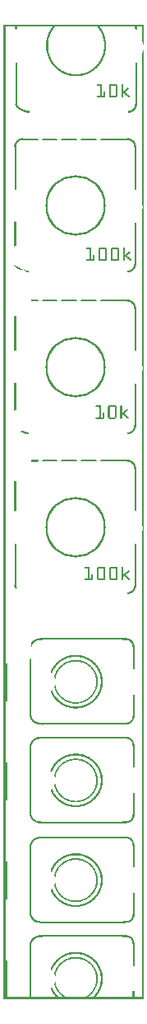
<source format=gto>
G04 MADE WITH FRITZING*
G04 WWW.FRITZING.ORG*
G04 DOUBLE SIDED*
G04 HOLES PLATED*
G04 CONTOUR ON CENTER OF CONTOUR VECTOR*
%ASAXBY*%
%FSLAX23Y23*%
%MOIN*%
%OFA0B0*%
%SFA1.0B1.0*%
%ADD10C,0.244220X0.22822*%
%ADD11C,0.007778*%
%ADD12C,0.007833*%
%ADD13C,0.006667*%
%ADD14C,0.005670*%
%ADD15C,0.008000*%
%ADD16R,0.001000X0.001000*%
%LNSILK1*%
G90*
G70*
G54D10*
X291Y1907D03*
X291Y2554D03*
X291Y3206D03*
G54D11*
X528Y939D02*
X528Y1031D01*
D02*
X528Y741D02*
X528Y833D01*
G54D12*
D02*
X159Y713D02*
X486Y713D01*
G54D11*
D02*
X159Y1057D02*
X487Y1057D01*
G54D13*
D02*
X110Y1024D02*
X110Y742D01*
G54D14*
D02*
X11Y958D02*
X11Y808D01*
G54D11*
D02*
X528Y137D02*
X528Y230D01*
D02*
X159Y256D02*
X487Y256D01*
G54D14*
D02*
X11Y156D02*
X11Y7D01*
G54D11*
D02*
X528Y1337D02*
X528Y1430D01*
D02*
X528Y1140D02*
X528Y1231D01*
G54D12*
D02*
X159Y1112D02*
X486Y1112D01*
G54D11*
D02*
X159Y1456D02*
X487Y1456D01*
G54D14*
D02*
X11Y1356D02*
X11Y1207D01*
G54D11*
D02*
X528Y536D02*
X528Y628D01*
D02*
X528Y338D02*
X528Y430D01*
G54D12*
D02*
X159Y310D02*
X486Y310D01*
G54D11*
D02*
X159Y654D02*
X487Y654D01*
G54D13*
D02*
X110Y621D02*
X110Y339D01*
G54D14*
D02*
X11Y555D02*
X11Y405D01*
G54D15*
D02*
X503Y2175D02*
X445Y2175D01*
D02*
X535Y1975D02*
X535Y2143D01*
D02*
X535Y1839D02*
X535Y1672D01*
D02*
X47Y1839D02*
X47Y1672D01*
D02*
X158Y2175D02*
X216Y2175D01*
D02*
X236Y2175D02*
X295Y2175D01*
D02*
X315Y2175D02*
X374Y2175D01*
D02*
X394Y2175D02*
X453Y2175D01*
D02*
X503Y2822D02*
X445Y2822D01*
D02*
X535Y2622D02*
X535Y2789D01*
D02*
X535Y2486D02*
X535Y2318D01*
D02*
X158Y2822D02*
X216Y2822D01*
D02*
X236Y2822D02*
X295Y2822D01*
D02*
X315Y2822D02*
X374Y2822D01*
D02*
X394Y2822D02*
X453Y2822D01*
D02*
X47Y3274D02*
X47Y3442D01*
D02*
X79Y3474D02*
X138Y3474D01*
D02*
X503Y3474D02*
X445Y3474D01*
D02*
X535Y3274D02*
X535Y3442D01*
D02*
X535Y3138D02*
X535Y2971D01*
D02*
X158Y3474D02*
X216Y3474D01*
D02*
X236Y3474D02*
X295Y3474D01*
D02*
X315Y3474D02*
X374Y3474D01*
D02*
X394Y3474D02*
X453Y3474D01*
D02*
X539Y3784D02*
X539Y3616D01*
D02*
X51Y3784D02*
X51Y3616D01*
G54D16*
X0Y3937D02*
X569Y3937D01*
X0Y3936D02*
X569Y3936D01*
X0Y3935D02*
X569Y3935D01*
X0Y3934D02*
X569Y3934D01*
X0Y3933D02*
X569Y3933D01*
X0Y3932D02*
X569Y3932D01*
X0Y3931D02*
X569Y3931D01*
X0Y3930D02*
X569Y3930D01*
X0Y3929D02*
X7Y3929D01*
X47Y3929D02*
X54Y3929D01*
X199Y3929D02*
X208Y3929D01*
X380Y3929D02*
X389Y3929D01*
X534Y3929D02*
X541Y3929D01*
X562Y3929D02*
X569Y3929D01*
X0Y3928D02*
X7Y3928D01*
X47Y3928D02*
X54Y3928D01*
X198Y3928D02*
X208Y3928D01*
X381Y3928D02*
X390Y3928D01*
X534Y3928D02*
X541Y3928D01*
X562Y3928D02*
X569Y3928D01*
X0Y3927D02*
X7Y3927D01*
X47Y3927D02*
X54Y3927D01*
X197Y3927D02*
X207Y3927D01*
X382Y3927D02*
X391Y3927D01*
X534Y3927D02*
X541Y3927D01*
X562Y3927D02*
X569Y3927D01*
X0Y3926D02*
X7Y3926D01*
X47Y3926D02*
X54Y3926D01*
X197Y3926D02*
X206Y3926D01*
X383Y3926D02*
X392Y3926D01*
X534Y3926D02*
X541Y3926D01*
X562Y3926D02*
X569Y3926D01*
X0Y3925D02*
X7Y3925D01*
X47Y3925D02*
X54Y3925D01*
X196Y3925D02*
X205Y3925D01*
X383Y3925D02*
X392Y3925D01*
X534Y3925D02*
X541Y3925D01*
X562Y3925D02*
X569Y3925D01*
X0Y3924D02*
X7Y3924D01*
X47Y3924D02*
X54Y3924D01*
X195Y3924D02*
X204Y3924D01*
X384Y3924D02*
X393Y3924D01*
X534Y3924D02*
X541Y3924D01*
X562Y3924D02*
X569Y3924D01*
X0Y3923D02*
X7Y3923D01*
X47Y3923D02*
X54Y3923D01*
X195Y3923D02*
X203Y3923D01*
X385Y3923D02*
X394Y3923D01*
X534Y3923D02*
X541Y3923D01*
X562Y3923D02*
X569Y3923D01*
X0Y3922D02*
X7Y3922D01*
X47Y3922D02*
X54Y3922D01*
X194Y3922D02*
X203Y3922D01*
X386Y3922D02*
X394Y3922D01*
X534Y3922D02*
X541Y3922D01*
X562Y3922D02*
X569Y3922D01*
X0Y3921D02*
X7Y3921D01*
X47Y3921D02*
X54Y3921D01*
X193Y3921D02*
X202Y3921D01*
X386Y3921D02*
X395Y3921D01*
X534Y3921D02*
X541Y3921D01*
X562Y3921D02*
X569Y3921D01*
X0Y3920D02*
X7Y3920D01*
X47Y3920D02*
X54Y3920D01*
X193Y3920D02*
X201Y3920D01*
X387Y3920D02*
X396Y3920D01*
X534Y3920D02*
X541Y3920D01*
X562Y3920D02*
X569Y3920D01*
X0Y3919D02*
X7Y3919D01*
X47Y3919D02*
X54Y3919D01*
X192Y3919D02*
X200Y3919D01*
X388Y3919D02*
X396Y3919D01*
X535Y3919D02*
X541Y3919D01*
X562Y3919D02*
X569Y3919D01*
X0Y3918D02*
X7Y3918D01*
X48Y3918D02*
X53Y3918D01*
X191Y3918D02*
X200Y3918D01*
X388Y3918D02*
X397Y3918D01*
X535Y3918D02*
X541Y3918D01*
X562Y3918D02*
X569Y3918D01*
X0Y3917D02*
X7Y3917D01*
X49Y3917D02*
X52Y3917D01*
X191Y3917D02*
X199Y3917D01*
X389Y3917D02*
X398Y3917D01*
X536Y3917D02*
X540Y3917D01*
X562Y3917D02*
X569Y3917D01*
X0Y3916D02*
X7Y3916D01*
X190Y3916D02*
X198Y3916D01*
X390Y3916D02*
X398Y3916D01*
X562Y3916D02*
X569Y3916D01*
X0Y3915D02*
X7Y3915D01*
X190Y3915D02*
X198Y3915D01*
X390Y3915D02*
X399Y3915D01*
X562Y3915D02*
X569Y3915D01*
X0Y3914D02*
X7Y3914D01*
X189Y3914D02*
X197Y3914D01*
X391Y3914D02*
X399Y3914D01*
X562Y3914D02*
X569Y3914D01*
X0Y3913D02*
X7Y3913D01*
X188Y3913D02*
X197Y3913D01*
X392Y3913D02*
X400Y3913D01*
X562Y3913D02*
X569Y3913D01*
X0Y3912D02*
X7Y3912D01*
X188Y3912D02*
X196Y3912D01*
X392Y3912D02*
X400Y3912D01*
X562Y3912D02*
X569Y3912D01*
X0Y3911D02*
X7Y3911D01*
X187Y3911D02*
X195Y3911D01*
X393Y3911D02*
X401Y3911D01*
X562Y3911D02*
X569Y3911D01*
X0Y3910D02*
X7Y3910D01*
X187Y3910D02*
X195Y3910D01*
X393Y3910D02*
X401Y3910D01*
X562Y3910D02*
X569Y3910D01*
X0Y3909D02*
X7Y3909D01*
X186Y3909D02*
X194Y3909D01*
X394Y3909D02*
X402Y3909D01*
X562Y3909D02*
X569Y3909D01*
X0Y3908D02*
X7Y3908D01*
X186Y3908D02*
X194Y3908D01*
X395Y3908D02*
X402Y3908D01*
X562Y3908D02*
X569Y3908D01*
X0Y3907D02*
X7Y3907D01*
X185Y3907D02*
X193Y3907D01*
X395Y3907D02*
X403Y3907D01*
X562Y3907D02*
X569Y3907D01*
X0Y3906D02*
X7Y3906D01*
X185Y3906D02*
X193Y3906D01*
X396Y3906D02*
X403Y3906D01*
X562Y3906D02*
X569Y3906D01*
X0Y3905D02*
X7Y3905D01*
X184Y3905D02*
X192Y3905D01*
X396Y3905D02*
X404Y3905D01*
X562Y3905D02*
X569Y3905D01*
X0Y3904D02*
X7Y3904D01*
X184Y3904D02*
X192Y3904D01*
X397Y3904D02*
X404Y3904D01*
X562Y3904D02*
X569Y3904D01*
X0Y3903D02*
X7Y3903D01*
X183Y3903D02*
X191Y3903D01*
X397Y3903D02*
X405Y3903D01*
X562Y3903D02*
X569Y3903D01*
X0Y3902D02*
X7Y3902D01*
X183Y3902D02*
X191Y3902D01*
X398Y3902D02*
X405Y3902D01*
X562Y3902D02*
X569Y3902D01*
X0Y3901D02*
X7Y3901D01*
X183Y3901D02*
X190Y3901D01*
X398Y3901D02*
X406Y3901D01*
X562Y3901D02*
X569Y3901D01*
X0Y3900D02*
X7Y3900D01*
X182Y3900D02*
X190Y3900D01*
X399Y3900D02*
X406Y3900D01*
X562Y3900D02*
X569Y3900D01*
X0Y3899D02*
X7Y3899D01*
X182Y3899D02*
X189Y3899D01*
X399Y3899D02*
X406Y3899D01*
X562Y3899D02*
X569Y3899D01*
X0Y3898D02*
X7Y3898D01*
X181Y3898D02*
X189Y3898D01*
X399Y3898D02*
X407Y3898D01*
X562Y3898D02*
X569Y3898D01*
X0Y3897D02*
X7Y3897D01*
X181Y3897D02*
X188Y3897D01*
X400Y3897D02*
X407Y3897D01*
X562Y3897D02*
X569Y3897D01*
X0Y3896D02*
X7Y3896D01*
X181Y3896D02*
X188Y3896D01*
X400Y3896D02*
X408Y3896D01*
X562Y3896D02*
X569Y3896D01*
X0Y3895D02*
X7Y3895D01*
X180Y3895D02*
X188Y3895D01*
X401Y3895D02*
X408Y3895D01*
X562Y3895D02*
X569Y3895D01*
X0Y3894D02*
X7Y3894D01*
X180Y3894D02*
X187Y3894D01*
X401Y3894D02*
X408Y3894D01*
X562Y3894D02*
X569Y3894D01*
X0Y3893D02*
X7Y3893D01*
X180Y3893D02*
X187Y3893D01*
X401Y3893D02*
X409Y3893D01*
X562Y3893D02*
X569Y3893D01*
X0Y3892D02*
X7Y3892D01*
X179Y3892D02*
X187Y3892D01*
X402Y3892D02*
X409Y3892D01*
X562Y3892D02*
X569Y3892D01*
X0Y3891D02*
X7Y3891D01*
X179Y3891D02*
X186Y3891D01*
X402Y3891D02*
X409Y3891D01*
X562Y3891D02*
X569Y3891D01*
X0Y3890D02*
X7Y3890D01*
X179Y3890D02*
X186Y3890D01*
X402Y3890D02*
X410Y3890D01*
X562Y3890D02*
X569Y3890D01*
X0Y3889D02*
X7Y3889D01*
X178Y3889D02*
X186Y3889D01*
X403Y3889D02*
X410Y3889D01*
X562Y3889D02*
X569Y3889D01*
X0Y3888D02*
X7Y3888D01*
X178Y3888D02*
X185Y3888D01*
X403Y3888D02*
X410Y3888D01*
X562Y3888D02*
X569Y3888D01*
X0Y3887D02*
X7Y3887D01*
X178Y3887D02*
X185Y3887D01*
X403Y3887D02*
X411Y3887D01*
X562Y3887D02*
X569Y3887D01*
X0Y3886D02*
X7Y3886D01*
X177Y3886D02*
X185Y3886D01*
X404Y3886D02*
X411Y3886D01*
X562Y3886D02*
X569Y3886D01*
X0Y3885D02*
X7Y3885D01*
X177Y3885D02*
X184Y3885D01*
X404Y3885D02*
X411Y3885D01*
X562Y3885D02*
X569Y3885D01*
X0Y3884D02*
X7Y3884D01*
X177Y3884D02*
X184Y3884D01*
X404Y3884D02*
X411Y3884D01*
X562Y3884D02*
X569Y3884D01*
X0Y3883D02*
X7Y3883D01*
X177Y3883D02*
X184Y3883D01*
X405Y3883D02*
X412Y3883D01*
X562Y3883D02*
X569Y3883D01*
X0Y3882D02*
X7Y3882D01*
X176Y3882D02*
X183Y3882D01*
X405Y3882D02*
X412Y3882D01*
X562Y3882D02*
X569Y3882D01*
X0Y3881D02*
X7Y3881D01*
X176Y3881D02*
X183Y3881D01*
X405Y3881D02*
X412Y3881D01*
X562Y3881D02*
X569Y3881D01*
X0Y3880D02*
X7Y3880D01*
X176Y3880D02*
X183Y3880D01*
X405Y3880D02*
X412Y3880D01*
X562Y3880D02*
X569Y3880D01*
X0Y3879D02*
X7Y3879D01*
X176Y3879D02*
X183Y3879D01*
X406Y3879D02*
X413Y3879D01*
X562Y3879D02*
X569Y3879D01*
X0Y3878D02*
X7Y3878D01*
X175Y3878D02*
X183Y3878D01*
X406Y3878D02*
X413Y3878D01*
X562Y3878D02*
X569Y3878D01*
X0Y3877D02*
X7Y3877D01*
X175Y3877D02*
X182Y3877D01*
X406Y3877D02*
X413Y3877D01*
X562Y3877D02*
X569Y3877D01*
X0Y3876D02*
X7Y3876D01*
X175Y3876D02*
X182Y3876D01*
X406Y3876D02*
X413Y3876D01*
X562Y3876D02*
X569Y3876D01*
X0Y3875D02*
X7Y3875D01*
X175Y3875D02*
X182Y3875D01*
X406Y3875D02*
X413Y3875D01*
X562Y3875D02*
X569Y3875D01*
X0Y3874D02*
X7Y3874D01*
X175Y3874D02*
X182Y3874D01*
X407Y3874D02*
X414Y3874D01*
X562Y3874D02*
X569Y3874D01*
X0Y3873D02*
X7Y3873D01*
X174Y3873D02*
X182Y3873D01*
X407Y3873D02*
X414Y3873D01*
X562Y3873D02*
X569Y3873D01*
X0Y3872D02*
X7Y3872D01*
X174Y3872D02*
X181Y3872D01*
X407Y3872D02*
X414Y3872D01*
X562Y3872D02*
X569Y3872D01*
X0Y3871D02*
X7Y3871D01*
X174Y3871D02*
X181Y3871D01*
X407Y3871D02*
X414Y3871D01*
X563Y3871D02*
X569Y3871D01*
X0Y3870D02*
X7Y3870D01*
X174Y3870D02*
X181Y3870D01*
X407Y3870D02*
X414Y3870D01*
X563Y3870D02*
X569Y3870D01*
X0Y3869D02*
X7Y3869D01*
X174Y3869D02*
X181Y3869D01*
X407Y3869D02*
X414Y3869D01*
X564Y3869D02*
X569Y3869D01*
X0Y3868D02*
X7Y3868D01*
X174Y3868D02*
X181Y3868D01*
X408Y3868D02*
X415Y3868D01*
X564Y3868D02*
X569Y3868D01*
X0Y3867D02*
X7Y3867D01*
X174Y3867D02*
X181Y3867D01*
X408Y3867D02*
X415Y3867D01*
X565Y3867D02*
X569Y3867D01*
X0Y3866D02*
X7Y3866D01*
X173Y3866D02*
X180Y3866D01*
X408Y3866D02*
X415Y3866D01*
X565Y3866D02*
X569Y3866D01*
X0Y3865D02*
X7Y3865D01*
X173Y3865D02*
X180Y3865D01*
X408Y3865D02*
X415Y3865D01*
X565Y3865D02*
X569Y3865D01*
X0Y3864D02*
X7Y3864D01*
X173Y3864D02*
X180Y3864D01*
X408Y3864D02*
X415Y3864D01*
X566Y3864D02*
X569Y3864D01*
X0Y3863D02*
X7Y3863D01*
X173Y3863D02*
X180Y3863D01*
X408Y3863D02*
X415Y3863D01*
X566Y3863D02*
X569Y3863D01*
X0Y3862D02*
X7Y3862D01*
X173Y3862D02*
X180Y3862D01*
X408Y3862D02*
X415Y3862D01*
X566Y3862D02*
X569Y3862D01*
X0Y3861D02*
X7Y3861D01*
X173Y3861D02*
X180Y3861D01*
X408Y3861D02*
X415Y3861D01*
X567Y3861D02*
X569Y3861D01*
X0Y3860D02*
X7Y3860D01*
X173Y3860D02*
X180Y3860D01*
X408Y3860D02*
X415Y3860D01*
X567Y3860D02*
X569Y3860D01*
X0Y3859D02*
X7Y3859D01*
X173Y3859D02*
X180Y3859D01*
X408Y3859D02*
X415Y3859D01*
X567Y3859D02*
X569Y3859D01*
X0Y3858D02*
X7Y3858D01*
X173Y3858D02*
X180Y3858D01*
X408Y3858D02*
X415Y3858D01*
X567Y3858D02*
X569Y3858D01*
X0Y3857D02*
X7Y3857D01*
X173Y3857D02*
X180Y3857D01*
X408Y3857D02*
X415Y3857D01*
X568Y3857D02*
X569Y3857D01*
X0Y3856D02*
X7Y3856D01*
X173Y3856D02*
X180Y3856D01*
X408Y3856D02*
X415Y3856D01*
X568Y3856D02*
X569Y3856D01*
X0Y3855D02*
X7Y3855D01*
X173Y3855D02*
X180Y3855D01*
X408Y3855D02*
X415Y3855D01*
X568Y3855D02*
X569Y3855D01*
X0Y3854D02*
X7Y3854D01*
X173Y3854D02*
X180Y3854D01*
X409Y3854D02*
X416Y3854D01*
X568Y3854D02*
X569Y3854D01*
X0Y3853D02*
X7Y3853D01*
X173Y3853D02*
X180Y3853D01*
X409Y3853D02*
X416Y3853D01*
X568Y3853D02*
X569Y3853D01*
X0Y3852D02*
X7Y3852D01*
X173Y3852D02*
X180Y3852D01*
X409Y3852D02*
X416Y3852D01*
X569Y3852D02*
X569Y3852D01*
X0Y3851D02*
X7Y3851D01*
X173Y3851D02*
X180Y3851D01*
X409Y3851D02*
X416Y3851D01*
X569Y3851D02*
X569Y3851D01*
X0Y3850D02*
X7Y3850D01*
X173Y3850D02*
X180Y3850D01*
X409Y3850D02*
X415Y3850D01*
X569Y3850D02*
X569Y3850D01*
X0Y3849D02*
X7Y3849D01*
X173Y3849D02*
X180Y3849D01*
X408Y3849D02*
X415Y3849D01*
X569Y3849D02*
X569Y3849D01*
X0Y3848D02*
X7Y3848D01*
X173Y3848D02*
X180Y3848D01*
X408Y3848D02*
X415Y3848D01*
X569Y3848D02*
X569Y3848D01*
X0Y3847D02*
X7Y3847D01*
X173Y3847D02*
X180Y3847D01*
X408Y3847D02*
X415Y3847D01*
X569Y3847D02*
X569Y3847D01*
X0Y3846D02*
X7Y3846D01*
X173Y3846D02*
X180Y3846D01*
X408Y3846D02*
X415Y3846D01*
X569Y3846D02*
X569Y3846D01*
X0Y3845D02*
X7Y3845D01*
X173Y3845D02*
X180Y3845D01*
X408Y3845D02*
X415Y3845D01*
X569Y3845D02*
X569Y3845D01*
X0Y3844D02*
X7Y3844D01*
X173Y3844D02*
X180Y3844D01*
X408Y3844D02*
X415Y3844D01*
X569Y3844D02*
X569Y3844D01*
X0Y3843D02*
X7Y3843D01*
X173Y3843D02*
X180Y3843D01*
X408Y3843D02*
X415Y3843D01*
X569Y3843D02*
X569Y3843D01*
X0Y3842D02*
X7Y3842D01*
X173Y3842D02*
X180Y3842D01*
X408Y3842D02*
X415Y3842D01*
X569Y3842D02*
X569Y3842D01*
X0Y3841D02*
X7Y3841D01*
X173Y3841D02*
X180Y3841D01*
X408Y3841D02*
X415Y3841D01*
X569Y3841D02*
X569Y3841D01*
X0Y3840D02*
X7Y3840D01*
X173Y3840D02*
X180Y3840D01*
X408Y3840D02*
X415Y3840D01*
X569Y3840D02*
X569Y3840D01*
X0Y3839D02*
X7Y3839D01*
X173Y3839D02*
X180Y3839D01*
X408Y3839D02*
X415Y3839D01*
X569Y3839D02*
X569Y3839D01*
X0Y3838D02*
X7Y3838D01*
X174Y3838D02*
X181Y3838D01*
X408Y3838D02*
X415Y3838D01*
X568Y3838D02*
X569Y3838D01*
X0Y3837D02*
X7Y3837D01*
X174Y3837D02*
X181Y3837D01*
X408Y3837D02*
X415Y3837D01*
X568Y3837D02*
X569Y3837D01*
X0Y3836D02*
X7Y3836D01*
X174Y3836D02*
X181Y3836D01*
X407Y3836D02*
X414Y3836D01*
X568Y3836D02*
X569Y3836D01*
X0Y3835D02*
X7Y3835D01*
X174Y3835D02*
X181Y3835D01*
X407Y3835D02*
X414Y3835D01*
X568Y3835D02*
X569Y3835D01*
X0Y3834D02*
X7Y3834D01*
X174Y3834D02*
X181Y3834D01*
X407Y3834D02*
X414Y3834D01*
X568Y3834D02*
X569Y3834D01*
X0Y3833D02*
X7Y3833D01*
X174Y3833D02*
X181Y3833D01*
X407Y3833D02*
X414Y3833D01*
X567Y3833D02*
X569Y3833D01*
X0Y3832D02*
X7Y3832D01*
X174Y3832D02*
X181Y3832D01*
X407Y3832D02*
X414Y3832D01*
X567Y3832D02*
X569Y3832D01*
X0Y3831D02*
X7Y3831D01*
X175Y3831D02*
X182Y3831D01*
X407Y3831D02*
X414Y3831D01*
X567Y3831D02*
X569Y3831D01*
X0Y3830D02*
X7Y3830D01*
X175Y3830D02*
X182Y3830D01*
X406Y3830D02*
X414Y3830D01*
X567Y3830D02*
X569Y3830D01*
X0Y3829D02*
X7Y3829D01*
X175Y3829D02*
X182Y3829D01*
X406Y3829D02*
X413Y3829D01*
X566Y3829D02*
X569Y3829D01*
X0Y3828D02*
X7Y3828D01*
X175Y3828D02*
X182Y3828D01*
X406Y3828D02*
X413Y3828D01*
X566Y3828D02*
X569Y3828D01*
X0Y3827D02*
X7Y3827D01*
X175Y3827D02*
X182Y3827D01*
X406Y3827D02*
X413Y3827D01*
X566Y3827D02*
X569Y3827D01*
X0Y3826D02*
X7Y3826D01*
X176Y3826D02*
X183Y3826D01*
X406Y3826D02*
X413Y3826D01*
X565Y3826D02*
X569Y3826D01*
X0Y3825D02*
X7Y3825D01*
X176Y3825D02*
X183Y3825D01*
X405Y3825D02*
X413Y3825D01*
X565Y3825D02*
X569Y3825D01*
X0Y3824D02*
X7Y3824D01*
X176Y3824D02*
X183Y3824D01*
X405Y3824D02*
X412Y3824D01*
X565Y3824D02*
X569Y3824D01*
X0Y3823D02*
X7Y3823D01*
X176Y3823D02*
X183Y3823D01*
X405Y3823D02*
X412Y3823D01*
X564Y3823D02*
X569Y3823D01*
X0Y3822D02*
X7Y3822D01*
X176Y3822D02*
X184Y3822D01*
X405Y3822D02*
X412Y3822D01*
X564Y3822D02*
X569Y3822D01*
X0Y3821D02*
X7Y3821D01*
X177Y3821D02*
X184Y3821D01*
X404Y3821D02*
X412Y3821D01*
X563Y3821D02*
X569Y3821D01*
X0Y3820D02*
X7Y3820D01*
X177Y3820D02*
X184Y3820D01*
X404Y3820D02*
X411Y3820D01*
X563Y3820D02*
X569Y3820D01*
X0Y3819D02*
X7Y3819D01*
X177Y3819D02*
X184Y3819D01*
X404Y3819D02*
X411Y3819D01*
X562Y3819D02*
X569Y3819D01*
X0Y3818D02*
X7Y3818D01*
X178Y3818D02*
X185Y3818D01*
X404Y3818D02*
X411Y3818D01*
X562Y3818D02*
X569Y3818D01*
X0Y3817D02*
X7Y3817D01*
X178Y3817D02*
X185Y3817D01*
X403Y3817D02*
X410Y3817D01*
X562Y3817D02*
X569Y3817D01*
X0Y3816D02*
X7Y3816D01*
X178Y3816D02*
X185Y3816D01*
X403Y3816D02*
X410Y3816D01*
X562Y3816D02*
X569Y3816D01*
X0Y3815D02*
X7Y3815D01*
X178Y3815D02*
X186Y3815D01*
X403Y3815D02*
X410Y3815D01*
X562Y3815D02*
X569Y3815D01*
X0Y3814D02*
X7Y3814D01*
X179Y3814D02*
X186Y3814D01*
X402Y3814D02*
X410Y3814D01*
X562Y3814D02*
X569Y3814D01*
X0Y3813D02*
X7Y3813D01*
X179Y3813D02*
X186Y3813D01*
X402Y3813D02*
X409Y3813D01*
X562Y3813D02*
X569Y3813D01*
X0Y3812D02*
X7Y3812D01*
X179Y3812D02*
X187Y3812D01*
X402Y3812D02*
X409Y3812D01*
X562Y3812D02*
X569Y3812D01*
X0Y3811D02*
X7Y3811D01*
X180Y3811D02*
X187Y3811D01*
X401Y3811D02*
X409Y3811D01*
X562Y3811D02*
X569Y3811D01*
X0Y3810D02*
X7Y3810D01*
X180Y3810D02*
X187Y3810D01*
X401Y3810D02*
X408Y3810D01*
X562Y3810D02*
X569Y3810D01*
X0Y3809D02*
X7Y3809D01*
X180Y3809D02*
X188Y3809D01*
X400Y3809D02*
X408Y3809D01*
X562Y3809D02*
X569Y3809D01*
X0Y3808D02*
X7Y3808D01*
X181Y3808D02*
X188Y3808D01*
X400Y3808D02*
X407Y3808D01*
X562Y3808D02*
X569Y3808D01*
X0Y3807D02*
X7Y3807D01*
X181Y3807D02*
X189Y3807D01*
X400Y3807D02*
X407Y3807D01*
X562Y3807D02*
X569Y3807D01*
X0Y3806D02*
X7Y3806D01*
X182Y3806D02*
X189Y3806D01*
X399Y3806D02*
X407Y3806D01*
X562Y3806D02*
X569Y3806D01*
X0Y3805D02*
X7Y3805D01*
X182Y3805D02*
X190Y3805D01*
X399Y3805D02*
X406Y3805D01*
X562Y3805D02*
X569Y3805D01*
X0Y3804D02*
X7Y3804D01*
X182Y3804D02*
X190Y3804D01*
X398Y3804D02*
X406Y3804D01*
X562Y3804D02*
X569Y3804D01*
X0Y3803D02*
X7Y3803D01*
X183Y3803D02*
X190Y3803D01*
X398Y3803D02*
X405Y3803D01*
X562Y3803D02*
X569Y3803D01*
X0Y3802D02*
X7Y3802D01*
X183Y3802D02*
X191Y3802D01*
X397Y3802D02*
X405Y3802D01*
X562Y3802D02*
X569Y3802D01*
X0Y3801D02*
X7Y3801D01*
X184Y3801D02*
X191Y3801D01*
X397Y3801D02*
X405Y3801D01*
X562Y3801D02*
X569Y3801D01*
X0Y3800D02*
X7Y3800D01*
X184Y3800D02*
X192Y3800D01*
X396Y3800D02*
X404Y3800D01*
X562Y3800D02*
X569Y3800D01*
X0Y3799D02*
X7Y3799D01*
X185Y3799D02*
X192Y3799D01*
X396Y3799D02*
X404Y3799D01*
X562Y3799D02*
X569Y3799D01*
X0Y3798D02*
X7Y3798D01*
X185Y3798D02*
X193Y3798D01*
X395Y3798D02*
X403Y3798D01*
X562Y3798D02*
X569Y3798D01*
X0Y3797D02*
X7Y3797D01*
X186Y3797D02*
X193Y3797D01*
X395Y3797D02*
X403Y3797D01*
X562Y3797D02*
X569Y3797D01*
X0Y3796D02*
X7Y3796D01*
X186Y3796D02*
X194Y3796D01*
X394Y3796D02*
X402Y3796D01*
X562Y3796D02*
X569Y3796D01*
X0Y3795D02*
X7Y3795D01*
X187Y3795D02*
X195Y3795D01*
X394Y3795D02*
X402Y3795D01*
X562Y3795D02*
X569Y3795D01*
X0Y3794D02*
X7Y3794D01*
X187Y3794D02*
X195Y3794D01*
X393Y3794D02*
X401Y3794D01*
X562Y3794D02*
X569Y3794D01*
X0Y3793D02*
X7Y3793D01*
X188Y3793D02*
X196Y3793D01*
X393Y3793D02*
X401Y3793D01*
X562Y3793D02*
X569Y3793D01*
X0Y3792D02*
X7Y3792D01*
X188Y3792D02*
X196Y3792D01*
X392Y3792D02*
X400Y3792D01*
X562Y3792D02*
X569Y3792D01*
X0Y3791D02*
X7Y3791D01*
X189Y3791D02*
X197Y3791D01*
X391Y3791D02*
X400Y3791D01*
X562Y3791D02*
X569Y3791D01*
X0Y3790D02*
X7Y3790D01*
X189Y3790D02*
X197Y3790D01*
X391Y3790D02*
X399Y3790D01*
X562Y3790D02*
X569Y3790D01*
X0Y3789D02*
X7Y3789D01*
X190Y3789D02*
X198Y3789D01*
X390Y3789D02*
X398Y3789D01*
X562Y3789D02*
X569Y3789D01*
X0Y3788D02*
X7Y3788D01*
X190Y3788D02*
X199Y3788D01*
X389Y3788D02*
X398Y3788D01*
X562Y3788D02*
X569Y3788D01*
X0Y3787D02*
X7Y3787D01*
X191Y3787D02*
X199Y3787D01*
X389Y3787D02*
X397Y3787D01*
X562Y3787D02*
X569Y3787D01*
X0Y3786D02*
X7Y3786D01*
X192Y3786D02*
X200Y3786D01*
X388Y3786D02*
X397Y3786D01*
X562Y3786D02*
X569Y3786D01*
X0Y3785D02*
X7Y3785D01*
X192Y3785D02*
X201Y3785D01*
X387Y3785D02*
X396Y3785D01*
X562Y3785D02*
X569Y3785D01*
X0Y3784D02*
X7Y3784D01*
X193Y3784D02*
X202Y3784D01*
X387Y3784D02*
X395Y3784D01*
X562Y3784D02*
X569Y3784D01*
X0Y3783D02*
X7Y3783D01*
X194Y3783D02*
X202Y3783D01*
X386Y3783D02*
X395Y3783D01*
X562Y3783D02*
X569Y3783D01*
X0Y3782D02*
X7Y3782D01*
X194Y3782D02*
X203Y3782D01*
X385Y3782D02*
X394Y3782D01*
X562Y3782D02*
X569Y3782D01*
X0Y3781D02*
X7Y3781D01*
X195Y3781D02*
X204Y3781D01*
X384Y3781D02*
X393Y3781D01*
X562Y3781D02*
X569Y3781D01*
X0Y3780D02*
X7Y3780D01*
X196Y3780D02*
X205Y3780D01*
X384Y3780D02*
X393Y3780D01*
X562Y3780D02*
X569Y3780D01*
X0Y3779D02*
X7Y3779D01*
X196Y3779D02*
X205Y3779D01*
X383Y3779D02*
X392Y3779D01*
X562Y3779D02*
X569Y3779D01*
X0Y3778D02*
X7Y3778D01*
X197Y3778D02*
X206Y3778D01*
X382Y3778D02*
X391Y3778D01*
X562Y3778D02*
X569Y3778D01*
X0Y3777D02*
X7Y3777D01*
X198Y3777D02*
X207Y3777D01*
X381Y3777D02*
X390Y3777D01*
X562Y3777D02*
X569Y3777D01*
X0Y3776D02*
X7Y3776D01*
X199Y3776D02*
X208Y3776D01*
X380Y3776D02*
X390Y3776D01*
X562Y3776D02*
X569Y3776D01*
X0Y3775D02*
X7Y3775D01*
X199Y3775D02*
X209Y3775D01*
X379Y3775D02*
X389Y3775D01*
X562Y3775D02*
X569Y3775D01*
X0Y3774D02*
X7Y3774D01*
X200Y3774D02*
X210Y3774D01*
X378Y3774D02*
X388Y3774D01*
X562Y3774D02*
X569Y3774D01*
X0Y3773D02*
X7Y3773D01*
X201Y3773D02*
X211Y3773D01*
X378Y3773D02*
X387Y3773D01*
X562Y3773D02*
X569Y3773D01*
X0Y3772D02*
X7Y3772D01*
X202Y3772D02*
X212Y3772D01*
X377Y3772D02*
X387Y3772D01*
X562Y3772D02*
X569Y3772D01*
X0Y3771D02*
X7Y3771D01*
X203Y3771D02*
X212Y3771D01*
X376Y3771D02*
X386Y3771D01*
X562Y3771D02*
X569Y3771D01*
X0Y3770D02*
X7Y3770D01*
X203Y3770D02*
X213Y3770D01*
X375Y3770D02*
X385Y3770D01*
X562Y3770D02*
X569Y3770D01*
X0Y3769D02*
X7Y3769D01*
X204Y3769D02*
X215Y3769D01*
X374Y3769D02*
X384Y3769D01*
X562Y3769D02*
X569Y3769D01*
X0Y3768D02*
X7Y3768D01*
X205Y3768D02*
X216Y3768D01*
X373Y3768D02*
X383Y3768D01*
X562Y3768D02*
X569Y3768D01*
X0Y3767D02*
X7Y3767D01*
X206Y3767D02*
X217Y3767D01*
X372Y3767D02*
X382Y3767D01*
X562Y3767D02*
X569Y3767D01*
X0Y3766D02*
X7Y3766D01*
X207Y3766D02*
X218Y3766D01*
X371Y3766D02*
X381Y3766D01*
X562Y3766D02*
X569Y3766D01*
X0Y3765D02*
X7Y3765D01*
X208Y3765D02*
X219Y3765D01*
X369Y3765D02*
X380Y3765D01*
X562Y3765D02*
X569Y3765D01*
X0Y3764D02*
X7Y3764D01*
X209Y3764D02*
X220Y3764D01*
X368Y3764D02*
X379Y3764D01*
X562Y3764D02*
X569Y3764D01*
X0Y3763D02*
X7Y3763D01*
X210Y3763D02*
X221Y3763D01*
X367Y3763D02*
X378Y3763D01*
X562Y3763D02*
X569Y3763D01*
X0Y3762D02*
X7Y3762D01*
X211Y3762D02*
X222Y3762D01*
X366Y3762D02*
X377Y3762D01*
X562Y3762D02*
X569Y3762D01*
X0Y3761D02*
X7Y3761D01*
X212Y3761D02*
X223Y3761D01*
X365Y3761D02*
X376Y3761D01*
X562Y3761D02*
X569Y3761D01*
X0Y3760D02*
X7Y3760D01*
X213Y3760D02*
X225Y3760D01*
X364Y3760D02*
X375Y3760D01*
X562Y3760D02*
X569Y3760D01*
X0Y3759D02*
X7Y3759D01*
X214Y3759D02*
X226Y3759D01*
X362Y3759D02*
X374Y3759D01*
X562Y3759D02*
X569Y3759D01*
X0Y3758D02*
X7Y3758D01*
X215Y3758D02*
X227Y3758D01*
X361Y3758D02*
X373Y3758D01*
X562Y3758D02*
X569Y3758D01*
X0Y3757D02*
X7Y3757D01*
X217Y3757D02*
X229Y3757D01*
X360Y3757D02*
X372Y3757D01*
X562Y3757D02*
X569Y3757D01*
X0Y3756D02*
X7Y3756D01*
X218Y3756D02*
X230Y3756D01*
X358Y3756D02*
X370Y3756D01*
X562Y3756D02*
X569Y3756D01*
X0Y3755D02*
X7Y3755D01*
X219Y3755D02*
X232Y3755D01*
X357Y3755D02*
X369Y3755D01*
X562Y3755D02*
X569Y3755D01*
X0Y3754D02*
X7Y3754D01*
X220Y3754D02*
X233Y3754D01*
X355Y3754D02*
X368Y3754D01*
X562Y3754D02*
X569Y3754D01*
X0Y3753D02*
X7Y3753D01*
X222Y3753D02*
X235Y3753D01*
X354Y3753D02*
X367Y3753D01*
X562Y3753D02*
X569Y3753D01*
X0Y3752D02*
X7Y3752D01*
X223Y3752D02*
X236Y3752D01*
X352Y3752D02*
X365Y3752D01*
X562Y3752D02*
X569Y3752D01*
X0Y3751D02*
X7Y3751D01*
X224Y3751D02*
X238Y3751D01*
X350Y3751D02*
X364Y3751D01*
X562Y3751D02*
X569Y3751D01*
X0Y3750D02*
X7Y3750D01*
X226Y3750D02*
X240Y3750D01*
X348Y3750D02*
X362Y3750D01*
X562Y3750D02*
X569Y3750D01*
X0Y3749D02*
X7Y3749D01*
X227Y3749D02*
X242Y3749D01*
X346Y3749D02*
X361Y3749D01*
X562Y3749D02*
X569Y3749D01*
X0Y3748D02*
X7Y3748D01*
X229Y3748D02*
X244Y3748D01*
X345Y3748D02*
X359Y3748D01*
X562Y3748D02*
X569Y3748D01*
X0Y3747D02*
X7Y3747D01*
X230Y3747D02*
X246Y3747D01*
X342Y3747D02*
X358Y3747D01*
X562Y3747D02*
X569Y3747D01*
X0Y3746D02*
X7Y3746D01*
X232Y3746D02*
X248Y3746D01*
X340Y3746D02*
X356Y3746D01*
X562Y3746D02*
X569Y3746D01*
X0Y3745D02*
X7Y3745D01*
X234Y3745D02*
X250Y3745D01*
X338Y3745D02*
X355Y3745D01*
X562Y3745D02*
X569Y3745D01*
X0Y3744D02*
X7Y3744D01*
X235Y3744D02*
X253Y3744D01*
X335Y3744D02*
X353Y3744D01*
X562Y3744D02*
X569Y3744D01*
X0Y3743D02*
X7Y3743D01*
X237Y3743D02*
X255Y3743D01*
X333Y3743D02*
X351Y3743D01*
X562Y3743D02*
X569Y3743D01*
X0Y3742D02*
X7Y3742D01*
X239Y3742D02*
X258Y3742D01*
X330Y3742D02*
X349Y3742D01*
X562Y3742D02*
X569Y3742D01*
X0Y3741D02*
X7Y3741D01*
X241Y3741D02*
X262Y3741D01*
X327Y3741D02*
X347Y3741D01*
X562Y3741D02*
X569Y3741D01*
X0Y3740D02*
X7Y3740D01*
X243Y3740D02*
X265Y3740D01*
X323Y3740D02*
X345Y3740D01*
X562Y3740D02*
X569Y3740D01*
X0Y3739D02*
X7Y3739D01*
X245Y3739D02*
X269Y3739D01*
X319Y3739D02*
X343Y3739D01*
X562Y3739D02*
X569Y3739D01*
X0Y3738D02*
X7Y3738D01*
X247Y3738D02*
X275Y3738D01*
X314Y3738D02*
X341Y3738D01*
X562Y3738D02*
X569Y3738D01*
X0Y3737D02*
X7Y3737D01*
X250Y3737D02*
X282Y3737D01*
X306Y3737D02*
X338Y3737D01*
X562Y3737D02*
X569Y3737D01*
X0Y3736D02*
X7Y3736D01*
X252Y3736D02*
X336Y3736D01*
X562Y3736D02*
X569Y3736D01*
X0Y3735D02*
X7Y3735D01*
X255Y3735D02*
X333Y3735D01*
X562Y3735D02*
X569Y3735D01*
X0Y3734D02*
X7Y3734D01*
X258Y3734D02*
X330Y3734D01*
X562Y3734D02*
X569Y3734D01*
X0Y3733D02*
X7Y3733D01*
X262Y3733D02*
X327Y3733D01*
X562Y3733D02*
X569Y3733D01*
X0Y3732D02*
X7Y3732D01*
X265Y3732D02*
X323Y3732D01*
X562Y3732D02*
X569Y3732D01*
X0Y3731D02*
X7Y3731D01*
X269Y3731D02*
X319Y3731D01*
X562Y3731D02*
X569Y3731D01*
X0Y3730D02*
X7Y3730D01*
X275Y3730D02*
X314Y3730D01*
X562Y3730D02*
X569Y3730D01*
X0Y3729D02*
X7Y3729D01*
X282Y3729D02*
X307Y3729D01*
X562Y3729D02*
X569Y3729D01*
X0Y3728D02*
X7Y3728D01*
X562Y3728D02*
X569Y3728D01*
X0Y3727D02*
X7Y3727D01*
X562Y3727D02*
X569Y3727D01*
X0Y3726D02*
X7Y3726D01*
X562Y3726D02*
X569Y3726D01*
X0Y3725D02*
X7Y3725D01*
X562Y3725D02*
X569Y3725D01*
X0Y3724D02*
X7Y3724D01*
X562Y3724D02*
X569Y3724D01*
X0Y3723D02*
X7Y3723D01*
X562Y3723D02*
X569Y3723D01*
X0Y3722D02*
X7Y3722D01*
X562Y3722D02*
X569Y3722D01*
X0Y3721D02*
X7Y3721D01*
X562Y3721D02*
X569Y3721D01*
X0Y3720D02*
X7Y3720D01*
X562Y3720D02*
X569Y3720D01*
X0Y3719D02*
X7Y3719D01*
X562Y3719D02*
X569Y3719D01*
X0Y3718D02*
X7Y3718D01*
X562Y3718D02*
X569Y3718D01*
X0Y3717D02*
X7Y3717D01*
X562Y3717D02*
X569Y3717D01*
X0Y3716D02*
X7Y3716D01*
X562Y3716D02*
X569Y3716D01*
X0Y3715D02*
X7Y3715D01*
X562Y3715D02*
X569Y3715D01*
X0Y3714D02*
X7Y3714D01*
X562Y3714D02*
X569Y3714D01*
X0Y3713D02*
X7Y3713D01*
X562Y3713D02*
X569Y3713D01*
X0Y3712D02*
X7Y3712D01*
X562Y3712D02*
X569Y3712D01*
X0Y3711D02*
X7Y3711D01*
X562Y3711D02*
X569Y3711D01*
X0Y3710D02*
X7Y3710D01*
X562Y3710D02*
X569Y3710D01*
X0Y3709D02*
X7Y3709D01*
X562Y3709D02*
X569Y3709D01*
X0Y3708D02*
X7Y3708D01*
X562Y3708D02*
X569Y3708D01*
X0Y3707D02*
X7Y3707D01*
X562Y3707D02*
X569Y3707D01*
X0Y3706D02*
X7Y3706D01*
X562Y3706D02*
X569Y3706D01*
X0Y3705D02*
X7Y3705D01*
X562Y3705D02*
X569Y3705D01*
X0Y3704D02*
X7Y3704D01*
X562Y3704D02*
X569Y3704D01*
X0Y3703D02*
X7Y3703D01*
X562Y3703D02*
X569Y3703D01*
X0Y3702D02*
X7Y3702D01*
X562Y3702D02*
X569Y3702D01*
X0Y3701D02*
X7Y3701D01*
X562Y3701D02*
X569Y3701D01*
X0Y3700D02*
X7Y3700D01*
X562Y3700D02*
X569Y3700D01*
X0Y3699D02*
X7Y3699D01*
X562Y3699D02*
X569Y3699D01*
X0Y3698D02*
X7Y3698D01*
X562Y3698D02*
X569Y3698D01*
X0Y3697D02*
X7Y3697D01*
X381Y3697D02*
X397Y3697D01*
X434Y3697D02*
X455Y3697D01*
X481Y3697D02*
X481Y3697D01*
X562Y3697D02*
X569Y3697D01*
X0Y3696D02*
X7Y3696D01*
X379Y3696D02*
X397Y3696D01*
X431Y3696D02*
X458Y3696D01*
X479Y3696D02*
X483Y3696D01*
X562Y3696D02*
X569Y3696D01*
X0Y3695D02*
X7Y3695D01*
X378Y3695D02*
X397Y3695D01*
X430Y3695D02*
X459Y3695D01*
X478Y3695D02*
X484Y3695D01*
X562Y3695D02*
X569Y3695D01*
X0Y3694D02*
X7Y3694D01*
X378Y3694D02*
X397Y3694D01*
X429Y3694D02*
X460Y3694D01*
X478Y3694D02*
X484Y3694D01*
X562Y3694D02*
X569Y3694D01*
X0Y3693D02*
X7Y3693D01*
X378Y3693D02*
X397Y3693D01*
X429Y3693D02*
X461Y3693D01*
X478Y3693D02*
X484Y3693D01*
X562Y3693D02*
X569Y3693D01*
X0Y3692D02*
X7Y3692D01*
X378Y3692D02*
X397Y3692D01*
X428Y3692D02*
X461Y3692D01*
X478Y3692D02*
X484Y3692D01*
X562Y3692D02*
X569Y3692D01*
X0Y3691D02*
X7Y3691D01*
X379Y3691D02*
X397Y3691D01*
X428Y3691D02*
X461Y3691D01*
X478Y3691D02*
X484Y3691D01*
X562Y3691D02*
X569Y3691D01*
X0Y3690D02*
X7Y3690D01*
X391Y3690D02*
X397Y3690D01*
X428Y3690D02*
X434Y3690D01*
X455Y3690D02*
X461Y3690D01*
X478Y3690D02*
X484Y3690D01*
X562Y3690D02*
X569Y3690D01*
X0Y3689D02*
X7Y3689D01*
X391Y3689D02*
X397Y3689D01*
X428Y3689D02*
X434Y3689D01*
X455Y3689D02*
X461Y3689D01*
X478Y3689D02*
X484Y3689D01*
X562Y3689D02*
X569Y3689D01*
X0Y3688D02*
X7Y3688D01*
X391Y3688D02*
X397Y3688D01*
X428Y3688D02*
X434Y3688D01*
X455Y3688D02*
X461Y3688D01*
X478Y3688D02*
X484Y3688D01*
X562Y3688D02*
X569Y3688D01*
X0Y3687D02*
X7Y3687D01*
X391Y3687D02*
X397Y3687D01*
X428Y3687D02*
X434Y3687D01*
X455Y3687D02*
X461Y3687D01*
X478Y3687D02*
X484Y3687D01*
X562Y3687D02*
X569Y3687D01*
X0Y3686D02*
X7Y3686D01*
X391Y3686D02*
X397Y3686D01*
X428Y3686D02*
X434Y3686D01*
X455Y3686D02*
X461Y3686D01*
X478Y3686D02*
X484Y3686D01*
X562Y3686D02*
X569Y3686D01*
X0Y3685D02*
X7Y3685D01*
X391Y3685D02*
X397Y3685D01*
X428Y3685D02*
X434Y3685D01*
X455Y3685D02*
X461Y3685D01*
X478Y3685D02*
X484Y3685D01*
X562Y3685D02*
X569Y3685D01*
X0Y3684D02*
X7Y3684D01*
X391Y3684D02*
X397Y3684D01*
X428Y3684D02*
X434Y3684D01*
X455Y3684D02*
X461Y3684D01*
X478Y3684D02*
X484Y3684D01*
X562Y3684D02*
X569Y3684D01*
X0Y3683D02*
X7Y3683D01*
X391Y3683D02*
X397Y3683D01*
X428Y3683D02*
X434Y3683D01*
X455Y3683D02*
X461Y3683D01*
X478Y3683D02*
X484Y3683D01*
X562Y3683D02*
X569Y3683D01*
X0Y3682D02*
X7Y3682D01*
X391Y3682D02*
X397Y3682D01*
X428Y3682D02*
X434Y3682D01*
X455Y3682D02*
X461Y3682D01*
X478Y3682D02*
X484Y3682D01*
X504Y3682D02*
X506Y3682D01*
X562Y3682D02*
X569Y3682D01*
X0Y3681D02*
X7Y3681D01*
X391Y3681D02*
X397Y3681D01*
X428Y3681D02*
X434Y3681D01*
X455Y3681D02*
X461Y3681D01*
X478Y3681D02*
X484Y3681D01*
X503Y3681D02*
X507Y3681D01*
X562Y3681D02*
X569Y3681D01*
X0Y3680D02*
X7Y3680D01*
X391Y3680D02*
X397Y3680D01*
X428Y3680D02*
X434Y3680D01*
X455Y3680D02*
X461Y3680D01*
X478Y3680D02*
X484Y3680D01*
X502Y3680D02*
X508Y3680D01*
X562Y3680D02*
X569Y3680D01*
X0Y3679D02*
X7Y3679D01*
X391Y3679D02*
X397Y3679D01*
X428Y3679D02*
X434Y3679D01*
X455Y3679D02*
X461Y3679D01*
X478Y3679D02*
X484Y3679D01*
X500Y3679D02*
X508Y3679D01*
X562Y3679D02*
X569Y3679D01*
X0Y3678D02*
X7Y3678D01*
X391Y3678D02*
X397Y3678D01*
X428Y3678D02*
X434Y3678D01*
X455Y3678D02*
X461Y3678D01*
X478Y3678D02*
X484Y3678D01*
X499Y3678D02*
X508Y3678D01*
X562Y3678D02*
X569Y3678D01*
X0Y3677D02*
X7Y3677D01*
X391Y3677D02*
X397Y3677D01*
X428Y3677D02*
X434Y3677D01*
X455Y3677D02*
X461Y3677D01*
X478Y3677D02*
X484Y3677D01*
X498Y3677D02*
X507Y3677D01*
X562Y3677D02*
X569Y3677D01*
X0Y3676D02*
X7Y3676D01*
X391Y3676D02*
X397Y3676D01*
X428Y3676D02*
X434Y3676D01*
X455Y3676D02*
X461Y3676D01*
X478Y3676D02*
X484Y3676D01*
X497Y3676D02*
X507Y3676D01*
X562Y3676D02*
X569Y3676D01*
X0Y3675D02*
X7Y3675D01*
X391Y3675D02*
X397Y3675D01*
X428Y3675D02*
X434Y3675D01*
X455Y3675D02*
X461Y3675D01*
X478Y3675D02*
X484Y3675D01*
X496Y3675D02*
X505Y3675D01*
X562Y3675D02*
X569Y3675D01*
X0Y3674D02*
X7Y3674D01*
X391Y3674D02*
X397Y3674D01*
X428Y3674D02*
X434Y3674D01*
X455Y3674D02*
X461Y3674D01*
X478Y3674D02*
X484Y3674D01*
X494Y3674D02*
X504Y3674D01*
X562Y3674D02*
X569Y3674D01*
X0Y3673D02*
X7Y3673D01*
X391Y3673D02*
X397Y3673D01*
X428Y3673D02*
X434Y3673D01*
X455Y3673D02*
X461Y3673D01*
X478Y3673D02*
X484Y3673D01*
X493Y3673D02*
X503Y3673D01*
X562Y3673D02*
X569Y3673D01*
X0Y3672D02*
X7Y3672D01*
X391Y3672D02*
X397Y3672D01*
X428Y3672D02*
X434Y3672D01*
X455Y3672D02*
X461Y3672D01*
X478Y3672D02*
X484Y3672D01*
X492Y3672D02*
X502Y3672D01*
X562Y3672D02*
X569Y3672D01*
X0Y3671D02*
X7Y3671D01*
X391Y3671D02*
X397Y3671D01*
X428Y3671D02*
X434Y3671D01*
X455Y3671D02*
X461Y3671D01*
X478Y3671D02*
X484Y3671D01*
X491Y3671D02*
X501Y3671D01*
X562Y3671D02*
X569Y3671D01*
X0Y3670D02*
X7Y3670D01*
X391Y3670D02*
X397Y3670D01*
X428Y3670D02*
X434Y3670D01*
X455Y3670D02*
X461Y3670D01*
X478Y3670D02*
X484Y3670D01*
X490Y3670D02*
X500Y3670D01*
X562Y3670D02*
X569Y3670D01*
X0Y3669D02*
X7Y3669D01*
X391Y3669D02*
X397Y3669D01*
X428Y3669D02*
X434Y3669D01*
X455Y3669D02*
X461Y3669D01*
X478Y3669D02*
X484Y3669D01*
X489Y3669D02*
X498Y3669D01*
X562Y3669D02*
X569Y3669D01*
X0Y3668D02*
X7Y3668D01*
X391Y3668D02*
X397Y3668D01*
X428Y3668D02*
X434Y3668D01*
X455Y3668D02*
X461Y3668D01*
X478Y3668D02*
X484Y3668D01*
X487Y3668D02*
X497Y3668D01*
X562Y3668D02*
X569Y3668D01*
X0Y3667D02*
X7Y3667D01*
X391Y3667D02*
X397Y3667D01*
X407Y3667D02*
X410Y3667D01*
X428Y3667D02*
X434Y3667D01*
X455Y3667D02*
X461Y3667D01*
X478Y3667D02*
X484Y3667D01*
X486Y3667D02*
X496Y3667D01*
X562Y3667D02*
X569Y3667D01*
X0Y3666D02*
X7Y3666D01*
X391Y3666D02*
X397Y3666D01*
X406Y3666D02*
X411Y3666D01*
X428Y3666D02*
X434Y3666D01*
X455Y3666D02*
X461Y3666D01*
X478Y3666D02*
X495Y3666D01*
X562Y3666D02*
X569Y3666D01*
X0Y3665D02*
X7Y3665D01*
X391Y3665D02*
X397Y3665D01*
X405Y3665D02*
X411Y3665D01*
X428Y3665D02*
X434Y3665D01*
X455Y3665D02*
X461Y3665D01*
X478Y3665D02*
X494Y3665D01*
X562Y3665D02*
X569Y3665D01*
X0Y3664D02*
X7Y3664D01*
X391Y3664D02*
X397Y3664D01*
X405Y3664D02*
X411Y3664D01*
X428Y3664D02*
X434Y3664D01*
X455Y3664D02*
X461Y3664D01*
X478Y3664D02*
X493Y3664D01*
X562Y3664D02*
X569Y3664D01*
X0Y3663D02*
X7Y3663D01*
X391Y3663D02*
X397Y3663D01*
X405Y3663D02*
X411Y3663D01*
X428Y3663D02*
X434Y3663D01*
X455Y3663D02*
X461Y3663D01*
X478Y3663D02*
X494Y3663D01*
X562Y3663D02*
X569Y3663D01*
X0Y3662D02*
X7Y3662D01*
X391Y3662D02*
X397Y3662D01*
X405Y3662D02*
X411Y3662D01*
X428Y3662D02*
X434Y3662D01*
X455Y3662D02*
X461Y3662D01*
X478Y3662D02*
X495Y3662D01*
X562Y3662D02*
X569Y3662D01*
X0Y3661D02*
X7Y3661D01*
X391Y3661D02*
X397Y3661D01*
X405Y3661D02*
X411Y3661D01*
X428Y3661D02*
X434Y3661D01*
X455Y3661D02*
X461Y3661D01*
X478Y3661D02*
X496Y3661D01*
X562Y3661D02*
X569Y3661D01*
X0Y3660D02*
X7Y3660D01*
X391Y3660D02*
X397Y3660D01*
X405Y3660D02*
X411Y3660D01*
X428Y3660D02*
X434Y3660D01*
X455Y3660D02*
X461Y3660D01*
X478Y3660D02*
X498Y3660D01*
X562Y3660D02*
X569Y3660D01*
X0Y3659D02*
X7Y3659D01*
X391Y3659D02*
X397Y3659D01*
X405Y3659D02*
X411Y3659D01*
X428Y3659D02*
X434Y3659D01*
X455Y3659D02*
X461Y3659D01*
X478Y3659D02*
X487Y3659D01*
X489Y3659D02*
X499Y3659D01*
X562Y3659D02*
X569Y3659D01*
X0Y3658D02*
X7Y3658D01*
X391Y3658D02*
X397Y3658D01*
X405Y3658D02*
X411Y3658D01*
X428Y3658D02*
X434Y3658D01*
X455Y3658D02*
X461Y3658D01*
X478Y3658D02*
X486Y3658D01*
X490Y3658D02*
X500Y3658D01*
X562Y3658D02*
X569Y3658D01*
X0Y3657D02*
X7Y3657D01*
X391Y3657D02*
X397Y3657D01*
X405Y3657D02*
X411Y3657D01*
X428Y3657D02*
X434Y3657D01*
X455Y3657D02*
X461Y3657D01*
X478Y3657D02*
X484Y3657D01*
X491Y3657D02*
X501Y3657D01*
X562Y3657D02*
X569Y3657D01*
X0Y3656D02*
X7Y3656D01*
X391Y3656D02*
X397Y3656D01*
X405Y3656D02*
X411Y3656D01*
X428Y3656D02*
X434Y3656D01*
X455Y3656D02*
X461Y3656D01*
X478Y3656D02*
X484Y3656D01*
X492Y3656D02*
X502Y3656D01*
X562Y3656D02*
X569Y3656D01*
X0Y3655D02*
X7Y3655D01*
X391Y3655D02*
X397Y3655D01*
X405Y3655D02*
X411Y3655D01*
X428Y3655D02*
X434Y3655D01*
X455Y3655D02*
X461Y3655D01*
X478Y3655D02*
X484Y3655D01*
X494Y3655D02*
X503Y3655D01*
X562Y3655D02*
X569Y3655D01*
X0Y3654D02*
X7Y3654D01*
X391Y3654D02*
X397Y3654D01*
X405Y3654D02*
X411Y3654D01*
X428Y3654D02*
X434Y3654D01*
X455Y3654D02*
X461Y3654D01*
X478Y3654D02*
X484Y3654D01*
X495Y3654D02*
X505Y3654D01*
X562Y3654D02*
X569Y3654D01*
X0Y3653D02*
X7Y3653D01*
X391Y3653D02*
X397Y3653D01*
X405Y3653D02*
X411Y3653D01*
X428Y3653D02*
X434Y3653D01*
X455Y3653D02*
X461Y3653D01*
X478Y3653D02*
X484Y3653D01*
X496Y3653D02*
X506Y3653D01*
X562Y3653D02*
X569Y3653D01*
X0Y3652D02*
X7Y3652D01*
X391Y3652D02*
X397Y3652D01*
X405Y3652D02*
X411Y3652D01*
X428Y3652D02*
X434Y3652D01*
X455Y3652D02*
X461Y3652D01*
X478Y3652D02*
X484Y3652D01*
X497Y3652D02*
X507Y3652D01*
X562Y3652D02*
X569Y3652D01*
X0Y3651D02*
X7Y3651D01*
X391Y3651D02*
X397Y3651D01*
X405Y3651D02*
X411Y3651D01*
X428Y3651D02*
X434Y3651D01*
X455Y3651D02*
X461Y3651D01*
X478Y3651D02*
X484Y3651D01*
X498Y3651D02*
X508Y3651D01*
X562Y3651D02*
X569Y3651D01*
X0Y3650D02*
X7Y3650D01*
X391Y3650D02*
X398Y3650D01*
X405Y3650D02*
X411Y3650D01*
X428Y3650D02*
X434Y3650D01*
X455Y3650D02*
X461Y3650D01*
X478Y3650D02*
X484Y3650D01*
X499Y3650D02*
X509Y3650D01*
X562Y3650D02*
X569Y3650D01*
X0Y3649D02*
X7Y3649D01*
X379Y3649D02*
X411Y3649D01*
X428Y3649D02*
X461Y3649D01*
X478Y3649D02*
X484Y3649D01*
X501Y3649D02*
X510Y3649D01*
X562Y3649D02*
X569Y3649D01*
X0Y3648D02*
X7Y3648D01*
X378Y3648D02*
X411Y3648D01*
X428Y3648D02*
X461Y3648D01*
X478Y3648D02*
X484Y3648D01*
X502Y3648D02*
X511Y3648D01*
X562Y3648D02*
X569Y3648D01*
X0Y3647D02*
X7Y3647D01*
X378Y3647D02*
X411Y3647D01*
X429Y3647D02*
X461Y3647D01*
X478Y3647D02*
X484Y3647D01*
X503Y3647D02*
X511Y3647D01*
X562Y3647D02*
X569Y3647D01*
X0Y3646D02*
X7Y3646D01*
X378Y3646D02*
X411Y3646D01*
X429Y3646D02*
X460Y3646D01*
X478Y3646D02*
X484Y3646D01*
X504Y3646D02*
X511Y3646D01*
X562Y3646D02*
X569Y3646D01*
X0Y3645D02*
X7Y3645D01*
X378Y3645D02*
X411Y3645D01*
X430Y3645D02*
X459Y3645D01*
X478Y3645D02*
X484Y3645D01*
X505Y3645D02*
X511Y3645D01*
X562Y3645D02*
X569Y3645D01*
X0Y3644D02*
X7Y3644D01*
X379Y3644D02*
X410Y3644D01*
X431Y3644D02*
X458Y3644D01*
X479Y3644D02*
X483Y3644D01*
X506Y3644D02*
X510Y3644D01*
X562Y3644D02*
X569Y3644D01*
X0Y3643D02*
X7Y3643D01*
X381Y3643D02*
X408Y3643D01*
X434Y3643D02*
X455Y3643D01*
X481Y3643D02*
X481Y3643D01*
X509Y3643D02*
X509Y3643D01*
X562Y3643D02*
X569Y3643D01*
X0Y3642D02*
X7Y3642D01*
X562Y3642D02*
X569Y3642D01*
X0Y3641D02*
X7Y3641D01*
X562Y3641D02*
X569Y3641D01*
X0Y3640D02*
X7Y3640D01*
X562Y3640D02*
X569Y3640D01*
X0Y3639D02*
X7Y3639D01*
X562Y3639D02*
X569Y3639D01*
X0Y3638D02*
X7Y3638D01*
X562Y3638D02*
X569Y3638D01*
X0Y3637D02*
X7Y3637D01*
X562Y3637D02*
X569Y3637D01*
X0Y3636D02*
X7Y3636D01*
X562Y3636D02*
X569Y3636D01*
X0Y3635D02*
X7Y3635D01*
X562Y3635D02*
X569Y3635D01*
X0Y3634D02*
X7Y3634D01*
X562Y3634D02*
X569Y3634D01*
X0Y3633D02*
X7Y3633D01*
X562Y3633D02*
X569Y3633D01*
X0Y3632D02*
X7Y3632D01*
X562Y3632D02*
X569Y3632D01*
X0Y3631D02*
X7Y3631D01*
X562Y3631D02*
X569Y3631D01*
X0Y3630D02*
X7Y3630D01*
X562Y3630D02*
X569Y3630D01*
X0Y3629D02*
X7Y3629D01*
X562Y3629D02*
X569Y3629D01*
X0Y3628D02*
X7Y3628D01*
X562Y3628D02*
X569Y3628D01*
X0Y3627D02*
X7Y3627D01*
X562Y3627D02*
X569Y3627D01*
X0Y3626D02*
X7Y3626D01*
X562Y3626D02*
X569Y3626D01*
X0Y3625D02*
X7Y3625D01*
X562Y3625D02*
X569Y3625D01*
X0Y3624D02*
X7Y3624D01*
X562Y3624D02*
X569Y3624D01*
X0Y3623D02*
X7Y3623D01*
X562Y3623D02*
X569Y3623D01*
X0Y3622D02*
X7Y3622D01*
X562Y3622D02*
X569Y3622D01*
X0Y3621D02*
X7Y3621D01*
X562Y3621D02*
X569Y3621D01*
X0Y3620D02*
X7Y3620D01*
X562Y3620D02*
X569Y3620D01*
X0Y3619D02*
X7Y3619D01*
X562Y3619D02*
X569Y3619D01*
X0Y3618D02*
X7Y3618D01*
X562Y3618D02*
X569Y3618D01*
X0Y3617D02*
X7Y3617D01*
X562Y3617D02*
X569Y3617D01*
X0Y3616D02*
X7Y3616D01*
X47Y3616D02*
X54Y3616D01*
X534Y3616D02*
X541Y3616D01*
X562Y3616D02*
X569Y3616D01*
X0Y3615D02*
X7Y3615D01*
X47Y3615D02*
X54Y3615D01*
X534Y3615D02*
X541Y3615D01*
X562Y3615D02*
X569Y3615D01*
X0Y3614D02*
X7Y3614D01*
X47Y3614D02*
X54Y3614D01*
X534Y3614D02*
X541Y3614D01*
X562Y3614D02*
X569Y3614D01*
X0Y3613D02*
X7Y3613D01*
X47Y3613D02*
X55Y3613D01*
X534Y3613D02*
X541Y3613D01*
X562Y3613D02*
X569Y3613D01*
X0Y3612D02*
X7Y3612D01*
X48Y3612D02*
X55Y3612D01*
X534Y3612D02*
X541Y3612D01*
X562Y3612D02*
X569Y3612D01*
X0Y3611D02*
X7Y3611D01*
X48Y3611D02*
X56Y3611D01*
X534Y3611D02*
X541Y3611D01*
X562Y3611D02*
X569Y3611D01*
X0Y3610D02*
X7Y3610D01*
X49Y3610D02*
X56Y3610D01*
X534Y3610D02*
X541Y3610D01*
X562Y3610D02*
X569Y3610D01*
X0Y3609D02*
X7Y3609D01*
X49Y3609D02*
X57Y3609D01*
X533Y3609D02*
X540Y3609D01*
X562Y3609D02*
X569Y3609D01*
X0Y3608D02*
X7Y3608D01*
X50Y3608D02*
X58Y3608D01*
X533Y3608D02*
X540Y3608D01*
X562Y3608D02*
X569Y3608D01*
X0Y3607D02*
X7Y3607D01*
X50Y3607D02*
X59Y3607D01*
X533Y3607D02*
X540Y3607D01*
X562Y3607D02*
X569Y3607D01*
X0Y3606D02*
X7Y3606D01*
X51Y3606D02*
X60Y3606D01*
X532Y3606D02*
X540Y3606D01*
X562Y3606D02*
X569Y3606D01*
X0Y3605D02*
X7Y3605D01*
X52Y3605D02*
X61Y3605D01*
X532Y3605D02*
X539Y3605D01*
X562Y3605D02*
X569Y3605D01*
X0Y3604D02*
X7Y3604D01*
X53Y3604D02*
X62Y3604D01*
X531Y3604D02*
X539Y3604D01*
X562Y3604D02*
X569Y3604D01*
X0Y3603D02*
X7Y3603D01*
X53Y3603D02*
X64Y3603D01*
X531Y3603D02*
X539Y3603D01*
X562Y3603D02*
X569Y3603D01*
X0Y3602D02*
X7Y3602D01*
X54Y3602D02*
X65Y3602D01*
X530Y3602D02*
X538Y3602D01*
X562Y3602D02*
X569Y3602D01*
X0Y3601D02*
X7Y3601D01*
X56Y3601D02*
X67Y3601D01*
X530Y3601D02*
X538Y3601D01*
X562Y3601D02*
X569Y3601D01*
X0Y3600D02*
X7Y3600D01*
X57Y3600D02*
X68Y3600D01*
X529Y3600D02*
X537Y3600D01*
X562Y3600D02*
X569Y3600D01*
X0Y3599D02*
X7Y3599D01*
X58Y3599D02*
X70Y3599D01*
X528Y3599D02*
X537Y3599D01*
X562Y3599D02*
X569Y3599D01*
X0Y3598D02*
X7Y3598D01*
X59Y3598D02*
X72Y3598D01*
X527Y3598D02*
X536Y3598D01*
X562Y3598D02*
X569Y3598D01*
X0Y3597D02*
X7Y3597D01*
X60Y3597D02*
X74Y3597D01*
X526Y3597D02*
X536Y3597D01*
X562Y3597D02*
X569Y3597D01*
X0Y3596D02*
X7Y3596D01*
X62Y3596D02*
X76Y3596D01*
X525Y3596D02*
X535Y3596D01*
X562Y3596D02*
X569Y3596D01*
X0Y3595D02*
X7Y3595D01*
X63Y3595D02*
X79Y3595D01*
X524Y3595D02*
X534Y3595D01*
X562Y3595D02*
X569Y3595D01*
X0Y3594D02*
X7Y3594D01*
X65Y3594D02*
X81Y3594D01*
X523Y3594D02*
X533Y3594D01*
X562Y3594D02*
X569Y3594D01*
X0Y3593D02*
X7Y3593D01*
X67Y3593D02*
X84Y3593D01*
X522Y3593D02*
X533Y3593D01*
X562Y3593D02*
X569Y3593D01*
X0Y3592D02*
X7Y3592D01*
X68Y3592D02*
X87Y3592D01*
X520Y3592D02*
X532Y3592D01*
X562Y3592D02*
X569Y3592D01*
X0Y3591D02*
X7Y3591D01*
X70Y3591D02*
X90Y3591D01*
X518Y3591D02*
X531Y3591D01*
X562Y3591D02*
X569Y3591D01*
X0Y3590D02*
X7Y3590D01*
X72Y3590D02*
X94Y3590D01*
X516Y3590D02*
X530Y3590D01*
X562Y3590D02*
X569Y3590D01*
X0Y3589D02*
X7Y3589D01*
X74Y3589D02*
X99Y3589D01*
X512Y3589D02*
X529Y3589D01*
X562Y3589D02*
X569Y3589D01*
X0Y3588D02*
X7Y3588D01*
X77Y3588D02*
X105Y3588D01*
X507Y3588D02*
X527Y3588D01*
X562Y3588D02*
X569Y3588D01*
X0Y3587D02*
X7Y3587D01*
X79Y3587D02*
X105Y3587D01*
X507Y3587D02*
X526Y3587D01*
X562Y3587D02*
X569Y3587D01*
X0Y3586D02*
X7Y3586D01*
X81Y3586D02*
X105Y3586D01*
X507Y3586D02*
X525Y3586D01*
X562Y3586D02*
X569Y3586D01*
X0Y3585D02*
X7Y3585D01*
X84Y3585D02*
X105Y3585D01*
X507Y3585D02*
X523Y3585D01*
X562Y3585D02*
X569Y3585D01*
X0Y3584D02*
X7Y3584D01*
X87Y3584D02*
X105Y3584D01*
X507Y3584D02*
X521Y3584D01*
X562Y3584D02*
X569Y3584D01*
X0Y3583D02*
X7Y3583D01*
X90Y3583D02*
X105Y3583D01*
X507Y3583D02*
X519Y3583D01*
X562Y3583D02*
X569Y3583D01*
X0Y3582D02*
X7Y3582D01*
X94Y3582D02*
X105Y3582D01*
X507Y3582D02*
X516Y3582D01*
X562Y3582D02*
X569Y3582D01*
X0Y3581D02*
X7Y3581D01*
X99Y3581D02*
X105Y3581D01*
X507Y3581D02*
X512Y3581D01*
X562Y3581D02*
X569Y3581D01*
X0Y3580D02*
X7Y3580D01*
X562Y3580D02*
X569Y3580D01*
X0Y3579D02*
X7Y3579D01*
X562Y3579D02*
X569Y3579D01*
X0Y3578D02*
X7Y3578D01*
X562Y3578D02*
X569Y3578D01*
X0Y3577D02*
X7Y3577D01*
X562Y3577D02*
X569Y3577D01*
X0Y3576D02*
X7Y3576D01*
X562Y3576D02*
X569Y3576D01*
X0Y3575D02*
X7Y3575D01*
X562Y3575D02*
X569Y3575D01*
X0Y3574D02*
X7Y3574D01*
X562Y3574D02*
X569Y3574D01*
X0Y3573D02*
X7Y3573D01*
X562Y3573D02*
X569Y3573D01*
X0Y3572D02*
X7Y3572D01*
X562Y3572D02*
X569Y3572D01*
X0Y3571D02*
X7Y3571D01*
X562Y3571D02*
X569Y3571D01*
X0Y3570D02*
X7Y3570D01*
X562Y3570D02*
X569Y3570D01*
X0Y3569D02*
X7Y3569D01*
X562Y3569D02*
X569Y3569D01*
X0Y3568D02*
X7Y3568D01*
X562Y3568D02*
X569Y3568D01*
X0Y3567D02*
X7Y3567D01*
X562Y3567D02*
X569Y3567D01*
X0Y3566D02*
X7Y3566D01*
X562Y3566D02*
X569Y3566D01*
X0Y3565D02*
X7Y3565D01*
X562Y3565D02*
X569Y3565D01*
X0Y3564D02*
X7Y3564D01*
X562Y3564D02*
X569Y3564D01*
X0Y3563D02*
X7Y3563D01*
X562Y3563D02*
X569Y3563D01*
X0Y3562D02*
X7Y3562D01*
X562Y3562D02*
X569Y3562D01*
X0Y3561D02*
X7Y3561D01*
X562Y3561D02*
X569Y3561D01*
X0Y3560D02*
X7Y3560D01*
X562Y3560D02*
X569Y3560D01*
X0Y3559D02*
X7Y3559D01*
X562Y3559D02*
X569Y3559D01*
X0Y3558D02*
X7Y3558D01*
X562Y3558D02*
X569Y3558D01*
X0Y3557D02*
X7Y3557D01*
X562Y3557D02*
X569Y3557D01*
X0Y3556D02*
X7Y3556D01*
X562Y3556D02*
X569Y3556D01*
X0Y3555D02*
X7Y3555D01*
X562Y3555D02*
X569Y3555D01*
X0Y3554D02*
X7Y3554D01*
X562Y3554D02*
X569Y3554D01*
X0Y3553D02*
X7Y3553D01*
X562Y3553D02*
X569Y3553D01*
X0Y3552D02*
X7Y3552D01*
X562Y3552D02*
X569Y3552D01*
X0Y3551D02*
X7Y3551D01*
X562Y3551D02*
X569Y3551D01*
X0Y3550D02*
X7Y3550D01*
X562Y3550D02*
X569Y3550D01*
X0Y3549D02*
X7Y3549D01*
X562Y3549D02*
X569Y3549D01*
X0Y3548D02*
X7Y3548D01*
X562Y3548D02*
X569Y3548D01*
X0Y3547D02*
X7Y3547D01*
X562Y3547D02*
X569Y3547D01*
X0Y3546D02*
X7Y3546D01*
X562Y3546D02*
X569Y3546D01*
X0Y3545D02*
X7Y3545D01*
X562Y3545D02*
X569Y3545D01*
X0Y3544D02*
X7Y3544D01*
X562Y3544D02*
X569Y3544D01*
X0Y3543D02*
X7Y3543D01*
X562Y3543D02*
X569Y3543D01*
X0Y3542D02*
X7Y3542D01*
X562Y3542D02*
X569Y3542D01*
X0Y3541D02*
X7Y3541D01*
X562Y3541D02*
X569Y3541D01*
X0Y3540D02*
X7Y3540D01*
X562Y3540D02*
X569Y3540D01*
X0Y3539D02*
X7Y3539D01*
X562Y3539D02*
X569Y3539D01*
X0Y3538D02*
X7Y3538D01*
X562Y3538D02*
X569Y3538D01*
X0Y3537D02*
X7Y3537D01*
X562Y3537D02*
X569Y3537D01*
X0Y3536D02*
X7Y3536D01*
X562Y3536D02*
X569Y3536D01*
X0Y3535D02*
X7Y3535D01*
X562Y3535D02*
X569Y3535D01*
X0Y3534D02*
X7Y3534D01*
X562Y3534D02*
X569Y3534D01*
X0Y3533D02*
X7Y3533D01*
X562Y3533D02*
X569Y3533D01*
X0Y3532D02*
X7Y3532D01*
X562Y3532D02*
X569Y3532D01*
X0Y3531D02*
X7Y3531D01*
X562Y3531D02*
X569Y3531D01*
X0Y3530D02*
X7Y3530D01*
X562Y3530D02*
X569Y3530D01*
X0Y3529D02*
X7Y3529D01*
X562Y3529D02*
X569Y3529D01*
X0Y3528D02*
X7Y3528D01*
X562Y3528D02*
X569Y3528D01*
X0Y3527D02*
X7Y3527D01*
X562Y3527D02*
X569Y3527D01*
X0Y3526D02*
X7Y3526D01*
X562Y3526D02*
X569Y3526D01*
X0Y3525D02*
X7Y3525D01*
X562Y3525D02*
X569Y3525D01*
X0Y3524D02*
X7Y3524D01*
X562Y3524D02*
X569Y3524D01*
X0Y3523D02*
X7Y3523D01*
X562Y3523D02*
X569Y3523D01*
X0Y3522D02*
X7Y3522D01*
X562Y3522D02*
X569Y3522D01*
X0Y3521D02*
X7Y3521D01*
X562Y3521D02*
X569Y3521D01*
X0Y3520D02*
X7Y3520D01*
X562Y3520D02*
X569Y3520D01*
X0Y3519D02*
X7Y3519D01*
X562Y3519D02*
X569Y3519D01*
X0Y3518D02*
X7Y3518D01*
X562Y3518D02*
X569Y3518D01*
X0Y3517D02*
X7Y3517D01*
X562Y3517D02*
X569Y3517D01*
X0Y3516D02*
X7Y3516D01*
X562Y3516D02*
X569Y3516D01*
X0Y3515D02*
X7Y3515D01*
X562Y3515D02*
X569Y3515D01*
X0Y3514D02*
X7Y3514D01*
X562Y3514D02*
X569Y3514D01*
X0Y3513D02*
X7Y3513D01*
X562Y3513D02*
X569Y3513D01*
X0Y3512D02*
X7Y3512D01*
X562Y3512D02*
X569Y3512D01*
X0Y3511D02*
X7Y3511D01*
X562Y3511D02*
X569Y3511D01*
X0Y3510D02*
X7Y3510D01*
X562Y3510D02*
X569Y3510D01*
X0Y3509D02*
X7Y3509D01*
X562Y3509D02*
X569Y3509D01*
X0Y3508D02*
X7Y3508D01*
X562Y3508D02*
X569Y3508D01*
X0Y3507D02*
X7Y3507D01*
X562Y3507D02*
X569Y3507D01*
X0Y3506D02*
X7Y3506D01*
X562Y3506D02*
X569Y3506D01*
X0Y3505D02*
X7Y3505D01*
X562Y3505D02*
X569Y3505D01*
X0Y3504D02*
X7Y3504D01*
X562Y3504D02*
X569Y3504D01*
X0Y3503D02*
X7Y3503D01*
X562Y3503D02*
X569Y3503D01*
X0Y3502D02*
X7Y3502D01*
X562Y3502D02*
X569Y3502D01*
X0Y3501D02*
X7Y3501D01*
X562Y3501D02*
X569Y3501D01*
X0Y3500D02*
X7Y3500D01*
X562Y3500D02*
X569Y3500D01*
X0Y3499D02*
X7Y3499D01*
X562Y3499D02*
X569Y3499D01*
X0Y3498D02*
X7Y3498D01*
X562Y3498D02*
X569Y3498D01*
X0Y3497D02*
X7Y3497D01*
X562Y3497D02*
X569Y3497D01*
X0Y3496D02*
X7Y3496D01*
X562Y3496D02*
X569Y3496D01*
X0Y3495D02*
X7Y3495D01*
X562Y3495D02*
X569Y3495D01*
X0Y3494D02*
X7Y3494D01*
X562Y3494D02*
X569Y3494D01*
X0Y3493D02*
X7Y3493D01*
X562Y3493D02*
X569Y3493D01*
X0Y3492D02*
X7Y3492D01*
X562Y3492D02*
X569Y3492D01*
X0Y3491D02*
X7Y3491D01*
X562Y3491D02*
X569Y3491D01*
X0Y3490D02*
X7Y3490D01*
X562Y3490D02*
X569Y3490D01*
X0Y3489D02*
X7Y3489D01*
X562Y3489D02*
X569Y3489D01*
X0Y3488D02*
X7Y3488D01*
X562Y3488D02*
X569Y3488D01*
X0Y3487D02*
X7Y3487D01*
X562Y3487D02*
X569Y3487D01*
X0Y3486D02*
X7Y3486D01*
X562Y3486D02*
X569Y3486D01*
X0Y3485D02*
X7Y3485D01*
X562Y3485D02*
X569Y3485D01*
X0Y3484D02*
X7Y3484D01*
X562Y3484D02*
X569Y3484D01*
X0Y3483D02*
X7Y3483D01*
X562Y3483D02*
X569Y3483D01*
X0Y3482D02*
X7Y3482D01*
X562Y3482D02*
X569Y3482D01*
X0Y3481D02*
X7Y3481D01*
X562Y3481D02*
X569Y3481D01*
X0Y3480D02*
X7Y3480D01*
X562Y3480D02*
X569Y3480D01*
X0Y3479D02*
X7Y3479D01*
X562Y3479D02*
X569Y3479D01*
X0Y3478D02*
X7Y3478D01*
X72Y3478D02*
X78Y3478D01*
X503Y3478D02*
X508Y3478D01*
X562Y3478D02*
X569Y3478D01*
X0Y3477D02*
X7Y3477D01*
X68Y3477D02*
X78Y3477D01*
X503Y3477D02*
X512Y3477D01*
X562Y3477D02*
X569Y3477D01*
X0Y3476D02*
X7Y3476D01*
X65Y3476D02*
X78Y3476D01*
X503Y3476D02*
X515Y3476D01*
X562Y3476D02*
X569Y3476D01*
X0Y3475D02*
X7Y3475D01*
X63Y3475D02*
X78Y3475D01*
X503Y3475D02*
X517Y3475D01*
X562Y3475D02*
X569Y3475D01*
X0Y3474D02*
X7Y3474D01*
X61Y3474D02*
X78Y3474D01*
X503Y3474D02*
X519Y3474D01*
X562Y3474D02*
X569Y3474D01*
X0Y3473D02*
X7Y3473D01*
X60Y3473D02*
X78Y3473D01*
X503Y3473D02*
X521Y3473D01*
X562Y3473D02*
X569Y3473D01*
X0Y3472D02*
X7Y3472D01*
X58Y3472D02*
X78Y3472D01*
X503Y3472D02*
X522Y3472D01*
X562Y3472D02*
X569Y3472D01*
X0Y3471D02*
X7Y3471D01*
X57Y3471D02*
X78Y3471D01*
X503Y3471D02*
X524Y3471D01*
X562Y3471D02*
X569Y3471D01*
X0Y3470D02*
X7Y3470D01*
X56Y3470D02*
X72Y3470D01*
X508Y3470D02*
X525Y3470D01*
X562Y3470D02*
X569Y3470D01*
X0Y3469D02*
X7Y3469D01*
X54Y3469D02*
X68Y3469D01*
X512Y3469D02*
X526Y3469D01*
X562Y3469D02*
X569Y3469D01*
X0Y3468D02*
X7Y3468D01*
X53Y3468D02*
X66Y3468D01*
X514Y3468D02*
X527Y3468D01*
X562Y3468D02*
X569Y3468D01*
X0Y3467D02*
X7Y3467D01*
X52Y3467D02*
X64Y3467D01*
X516Y3467D02*
X528Y3467D01*
X562Y3467D02*
X569Y3467D01*
X0Y3466D02*
X7Y3466D01*
X52Y3466D02*
X62Y3466D01*
X518Y3466D02*
X529Y3466D01*
X562Y3466D02*
X569Y3466D01*
X0Y3465D02*
X7Y3465D01*
X51Y3465D02*
X61Y3465D01*
X519Y3465D02*
X530Y3465D01*
X562Y3465D02*
X569Y3465D01*
X0Y3464D02*
X7Y3464D01*
X50Y3464D02*
X60Y3464D01*
X520Y3464D02*
X530Y3464D01*
X562Y3464D02*
X569Y3464D01*
X0Y3463D02*
X7Y3463D01*
X49Y3463D02*
X59Y3463D01*
X522Y3463D02*
X531Y3463D01*
X562Y3463D02*
X569Y3463D01*
X0Y3462D02*
X7Y3462D01*
X49Y3462D02*
X58Y3462D01*
X523Y3462D02*
X532Y3462D01*
X562Y3462D02*
X569Y3462D01*
X0Y3461D02*
X7Y3461D01*
X48Y3461D02*
X57Y3461D01*
X523Y3461D02*
X532Y3461D01*
X562Y3461D02*
X569Y3461D01*
X0Y3460D02*
X7Y3460D01*
X48Y3460D02*
X56Y3460D01*
X524Y3460D02*
X533Y3460D01*
X562Y3460D02*
X569Y3460D01*
X0Y3459D02*
X7Y3459D01*
X47Y3459D02*
X55Y3459D01*
X525Y3459D02*
X533Y3459D01*
X562Y3459D02*
X569Y3459D01*
X0Y3458D02*
X7Y3458D01*
X47Y3458D02*
X55Y3458D01*
X526Y3458D02*
X534Y3458D01*
X562Y3458D02*
X569Y3458D01*
X0Y3457D02*
X7Y3457D01*
X46Y3457D02*
X54Y3457D01*
X526Y3457D02*
X534Y3457D01*
X562Y3457D02*
X569Y3457D01*
X0Y3456D02*
X7Y3456D01*
X46Y3456D02*
X53Y3456D01*
X527Y3456D02*
X535Y3456D01*
X562Y3456D02*
X569Y3456D01*
X0Y3455D02*
X7Y3455D01*
X45Y3455D02*
X53Y3455D01*
X528Y3455D02*
X535Y3455D01*
X562Y3455D02*
X569Y3455D01*
X0Y3454D02*
X7Y3454D01*
X45Y3454D02*
X52Y3454D01*
X528Y3454D02*
X535Y3454D01*
X562Y3454D02*
X569Y3454D01*
X0Y3453D02*
X7Y3453D01*
X45Y3453D02*
X52Y3453D01*
X528Y3453D02*
X536Y3453D01*
X562Y3453D02*
X569Y3453D01*
X0Y3452D02*
X7Y3452D01*
X44Y3452D02*
X52Y3452D01*
X529Y3452D02*
X536Y3452D01*
X562Y3452D02*
X569Y3452D01*
X0Y3451D02*
X7Y3451D01*
X44Y3451D02*
X51Y3451D01*
X529Y3451D02*
X536Y3451D01*
X562Y3451D02*
X569Y3451D01*
X0Y3450D02*
X7Y3450D01*
X44Y3450D02*
X51Y3450D01*
X529Y3450D02*
X537Y3450D01*
X562Y3450D02*
X569Y3450D01*
X0Y3449D02*
X7Y3449D01*
X44Y3449D02*
X51Y3449D01*
X530Y3449D02*
X537Y3449D01*
X562Y3449D02*
X569Y3449D01*
X0Y3448D02*
X7Y3448D01*
X43Y3448D02*
X50Y3448D01*
X530Y3448D02*
X537Y3448D01*
X562Y3448D02*
X569Y3448D01*
X0Y3447D02*
X7Y3447D01*
X43Y3447D02*
X50Y3447D01*
X530Y3447D02*
X537Y3447D01*
X562Y3447D02*
X569Y3447D01*
X0Y3446D02*
X7Y3446D01*
X43Y3446D02*
X50Y3446D01*
X530Y3446D02*
X537Y3446D01*
X562Y3446D02*
X569Y3446D01*
X0Y3445D02*
X7Y3445D01*
X43Y3445D02*
X50Y3445D01*
X530Y3445D02*
X537Y3445D01*
X562Y3445D02*
X569Y3445D01*
X0Y3444D02*
X7Y3444D01*
X43Y3444D02*
X50Y3444D01*
X530Y3444D02*
X537Y3444D01*
X562Y3444D02*
X569Y3444D01*
X0Y3443D02*
X7Y3443D01*
X43Y3443D02*
X50Y3443D01*
X530Y3443D02*
X537Y3443D01*
X562Y3443D02*
X569Y3443D01*
X0Y3442D02*
X7Y3442D01*
X562Y3442D02*
X569Y3442D01*
X0Y3441D02*
X7Y3441D01*
X562Y3441D02*
X569Y3441D01*
X0Y3440D02*
X7Y3440D01*
X562Y3440D02*
X569Y3440D01*
X0Y3439D02*
X7Y3439D01*
X562Y3439D02*
X569Y3439D01*
X0Y3438D02*
X7Y3438D01*
X562Y3438D02*
X569Y3438D01*
X0Y3437D02*
X7Y3437D01*
X562Y3437D02*
X569Y3437D01*
X0Y3436D02*
X7Y3436D01*
X562Y3436D02*
X569Y3436D01*
X0Y3435D02*
X7Y3435D01*
X562Y3435D02*
X569Y3435D01*
X0Y3434D02*
X7Y3434D01*
X562Y3434D02*
X569Y3434D01*
X0Y3433D02*
X7Y3433D01*
X562Y3433D02*
X569Y3433D01*
X0Y3432D02*
X7Y3432D01*
X562Y3432D02*
X569Y3432D01*
X0Y3431D02*
X7Y3431D01*
X562Y3431D02*
X569Y3431D01*
X0Y3430D02*
X7Y3430D01*
X562Y3430D02*
X569Y3430D01*
X0Y3429D02*
X7Y3429D01*
X562Y3429D02*
X569Y3429D01*
X0Y3428D02*
X7Y3428D01*
X562Y3428D02*
X569Y3428D01*
X0Y3427D02*
X7Y3427D01*
X562Y3427D02*
X569Y3427D01*
X0Y3426D02*
X7Y3426D01*
X562Y3426D02*
X569Y3426D01*
X0Y3425D02*
X7Y3425D01*
X562Y3425D02*
X569Y3425D01*
X0Y3424D02*
X7Y3424D01*
X562Y3424D02*
X569Y3424D01*
X0Y3423D02*
X7Y3423D01*
X562Y3423D02*
X569Y3423D01*
X0Y3422D02*
X7Y3422D01*
X562Y3422D02*
X569Y3422D01*
X0Y3421D02*
X7Y3421D01*
X562Y3421D02*
X569Y3421D01*
X0Y3420D02*
X7Y3420D01*
X562Y3420D02*
X569Y3420D01*
X0Y3419D02*
X7Y3419D01*
X562Y3419D02*
X569Y3419D01*
X0Y3418D02*
X7Y3418D01*
X562Y3418D02*
X569Y3418D01*
X0Y3417D02*
X7Y3417D01*
X562Y3417D02*
X569Y3417D01*
X0Y3416D02*
X7Y3416D01*
X562Y3416D02*
X569Y3416D01*
X0Y3415D02*
X7Y3415D01*
X562Y3415D02*
X569Y3415D01*
X0Y3414D02*
X7Y3414D01*
X562Y3414D02*
X569Y3414D01*
X0Y3413D02*
X7Y3413D01*
X562Y3413D02*
X569Y3413D01*
X0Y3412D02*
X7Y3412D01*
X562Y3412D02*
X569Y3412D01*
X0Y3411D02*
X7Y3411D01*
X562Y3411D02*
X569Y3411D01*
X0Y3410D02*
X7Y3410D01*
X562Y3410D02*
X569Y3410D01*
X0Y3409D02*
X7Y3409D01*
X562Y3409D02*
X569Y3409D01*
X0Y3408D02*
X7Y3408D01*
X562Y3408D02*
X569Y3408D01*
X0Y3407D02*
X7Y3407D01*
X562Y3407D02*
X569Y3407D01*
X0Y3406D02*
X7Y3406D01*
X562Y3406D02*
X569Y3406D01*
X0Y3405D02*
X7Y3405D01*
X562Y3405D02*
X569Y3405D01*
X0Y3404D02*
X7Y3404D01*
X562Y3404D02*
X569Y3404D01*
X0Y3403D02*
X7Y3403D01*
X562Y3403D02*
X569Y3403D01*
X0Y3402D02*
X7Y3402D01*
X562Y3402D02*
X569Y3402D01*
X0Y3401D02*
X7Y3401D01*
X562Y3401D02*
X569Y3401D01*
X0Y3400D02*
X7Y3400D01*
X562Y3400D02*
X569Y3400D01*
X0Y3399D02*
X7Y3399D01*
X562Y3399D02*
X569Y3399D01*
X0Y3398D02*
X7Y3398D01*
X562Y3398D02*
X569Y3398D01*
X0Y3397D02*
X7Y3397D01*
X562Y3397D02*
X569Y3397D01*
X0Y3396D02*
X7Y3396D01*
X562Y3396D02*
X569Y3396D01*
X0Y3395D02*
X7Y3395D01*
X562Y3395D02*
X569Y3395D01*
X0Y3394D02*
X7Y3394D01*
X562Y3394D02*
X569Y3394D01*
X0Y3393D02*
X7Y3393D01*
X562Y3393D02*
X569Y3393D01*
X0Y3392D02*
X7Y3392D01*
X562Y3392D02*
X569Y3392D01*
X0Y3391D02*
X7Y3391D01*
X562Y3391D02*
X569Y3391D01*
X0Y3390D02*
X7Y3390D01*
X562Y3390D02*
X569Y3390D01*
X0Y3389D02*
X7Y3389D01*
X562Y3389D02*
X569Y3389D01*
X0Y3388D02*
X7Y3388D01*
X562Y3388D02*
X569Y3388D01*
X0Y3387D02*
X7Y3387D01*
X562Y3387D02*
X569Y3387D01*
X0Y3386D02*
X7Y3386D01*
X562Y3386D02*
X569Y3386D01*
X0Y3385D02*
X7Y3385D01*
X562Y3385D02*
X569Y3385D01*
X0Y3384D02*
X7Y3384D01*
X562Y3384D02*
X569Y3384D01*
X0Y3383D02*
X7Y3383D01*
X562Y3383D02*
X569Y3383D01*
X0Y3382D02*
X7Y3382D01*
X562Y3382D02*
X569Y3382D01*
X0Y3381D02*
X7Y3381D01*
X562Y3381D02*
X569Y3381D01*
X0Y3380D02*
X7Y3380D01*
X562Y3380D02*
X569Y3380D01*
X0Y3379D02*
X7Y3379D01*
X562Y3379D02*
X569Y3379D01*
X0Y3378D02*
X7Y3378D01*
X562Y3378D02*
X569Y3378D01*
X0Y3377D02*
X7Y3377D01*
X562Y3377D02*
X569Y3377D01*
X0Y3376D02*
X7Y3376D01*
X562Y3376D02*
X569Y3376D01*
X0Y3375D02*
X7Y3375D01*
X562Y3375D02*
X569Y3375D01*
X0Y3374D02*
X7Y3374D01*
X562Y3374D02*
X569Y3374D01*
X0Y3373D02*
X7Y3373D01*
X562Y3373D02*
X569Y3373D01*
X0Y3372D02*
X7Y3372D01*
X562Y3372D02*
X569Y3372D01*
X0Y3371D02*
X7Y3371D01*
X562Y3371D02*
X569Y3371D01*
X0Y3370D02*
X7Y3370D01*
X562Y3370D02*
X569Y3370D01*
X0Y3369D02*
X7Y3369D01*
X562Y3369D02*
X569Y3369D01*
X0Y3368D02*
X7Y3368D01*
X562Y3368D02*
X569Y3368D01*
X0Y3367D02*
X7Y3367D01*
X562Y3367D02*
X569Y3367D01*
X0Y3366D02*
X7Y3366D01*
X562Y3366D02*
X569Y3366D01*
X0Y3365D02*
X7Y3365D01*
X562Y3365D02*
X569Y3365D01*
X0Y3364D02*
X7Y3364D01*
X562Y3364D02*
X569Y3364D01*
X0Y3363D02*
X7Y3363D01*
X562Y3363D02*
X569Y3363D01*
X0Y3362D02*
X7Y3362D01*
X562Y3362D02*
X569Y3362D01*
X0Y3361D02*
X7Y3361D01*
X562Y3361D02*
X569Y3361D01*
X0Y3360D02*
X7Y3360D01*
X562Y3360D02*
X569Y3360D01*
X0Y3359D02*
X7Y3359D01*
X562Y3359D02*
X569Y3359D01*
X0Y3358D02*
X7Y3358D01*
X562Y3358D02*
X569Y3358D01*
X0Y3357D02*
X7Y3357D01*
X562Y3357D02*
X569Y3357D01*
X0Y3356D02*
X7Y3356D01*
X562Y3356D02*
X569Y3356D01*
X0Y3355D02*
X7Y3355D01*
X562Y3355D02*
X569Y3355D01*
X0Y3354D02*
X7Y3354D01*
X562Y3354D02*
X569Y3354D01*
X0Y3353D02*
X7Y3353D01*
X562Y3353D02*
X569Y3353D01*
X0Y3352D02*
X7Y3352D01*
X562Y3352D02*
X569Y3352D01*
X0Y3351D02*
X7Y3351D01*
X562Y3351D02*
X569Y3351D01*
X0Y3350D02*
X7Y3350D01*
X562Y3350D02*
X569Y3350D01*
X0Y3349D02*
X7Y3349D01*
X562Y3349D02*
X569Y3349D01*
X0Y3348D02*
X7Y3348D01*
X562Y3348D02*
X569Y3348D01*
X0Y3347D02*
X7Y3347D01*
X562Y3347D02*
X569Y3347D01*
X0Y3346D02*
X7Y3346D01*
X562Y3346D02*
X569Y3346D01*
X0Y3345D02*
X7Y3345D01*
X562Y3345D02*
X569Y3345D01*
X0Y3344D02*
X7Y3344D01*
X562Y3344D02*
X569Y3344D01*
X0Y3343D02*
X7Y3343D01*
X562Y3343D02*
X569Y3343D01*
X0Y3342D02*
X7Y3342D01*
X562Y3342D02*
X569Y3342D01*
X0Y3341D02*
X7Y3341D01*
X562Y3341D02*
X569Y3341D01*
X0Y3340D02*
X7Y3340D01*
X562Y3340D02*
X569Y3340D01*
X0Y3339D02*
X7Y3339D01*
X562Y3339D02*
X569Y3339D01*
X0Y3338D02*
X7Y3338D01*
X562Y3338D02*
X569Y3338D01*
X0Y3337D02*
X7Y3337D01*
X562Y3337D02*
X569Y3337D01*
X0Y3336D02*
X7Y3336D01*
X562Y3336D02*
X569Y3336D01*
X0Y3335D02*
X7Y3335D01*
X562Y3335D02*
X569Y3335D01*
X0Y3334D02*
X7Y3334D01*
X562Y3334D02*
X569Y3334D01*
X0Y3333D02*
X7Y3333D01*
X562Y3333D02*
X569Y3333D01*
X0Y3332D02*
X7Y3332D01*
X562Y3332D02*
X569Y3332D01*
X0Y3331D02*
X7Y3331D01*
X562Y3331D02*
X569Y3331D01*
X0Y3330D02*
X7Y3330D01*
X562Y3330D02*
X569Y3330D01*
X0Y3329D02*
X7Y3329D01*
X562Y3329D02*
X569Y3329D01*
X0Y3328D02*
X7Y3328D01*
X562Y3328D02*
X569Y3328D01*
X0Y3327D02*
X7Y3327D01*
X562Y3327D02*
X569Y3327D01*
X0Y3326D02*
X7Y3326D01*
X562Y3326D02*
X569Y3326D01*
X0Y3325D02*
X7Y3325D01*
X562Y3325D02*
X569Y3325D01*
X0Y3324D02*
X7Y3324D01*
X562Y3324D02*
X569Y3324D01*
X0Y3323D02*
X7Y3323D01*
X562Y3323D02*
X569Y3323D01*
X0Y3322D02*
X7Y3322D01*
X562Y3322D02*
X569Y3322D01*
X0Y3321D02*
X7Y3321D01*
X562Y3321D02*
X569Y3321D01*
X0Y3320D02*
X7Y3320D01*
X562Y3320D02*
X569Y3320D01*
X0Y3319D02*
X7Y3319D01*
X562Y3319D02*
X569Y3319D01*
X0Y3318D02*
X7Y3318D01*
X562Y3318D02*
X569Y3318D01*
X0Y3317D02*
X7Y3317D01*
X562Y3317D02*
X569Y3317D01*
X0Y3316D02*
X7Y3316D01*
X562Y3316D02*
X569Y3316D01*
X0Y3315D02*
X7Y3315D01*
X562Y3315D02*
X569Y3315D01*
X0Y3314D02*
X7Y3314D01*
X562Y3314D02*
X569Y3314D01*
X0Y3313D02*
X7Y3313D01*
X562Y3313D02*
X569Y3313D01*
X0Y3312D02*
X7Y3312D01*
X562Y3312D02*
X569Y3312D01*
X0Y3311D02*
X7Y3311D01*
X562Y3311D02*
X569Y3311D01*
X0Y3310D02*
X7Y3310D01*
X562Y3310D02*
X569Y3310D01*
X0Y3309D02*
X7Y3309D01*
X562Y3309D02*
X569Y3309D01*
X0Y3308D02*
X7Y3308D01*
X562Y3308D02*
X569Y3308D01*
X0Y3307D02*
X7Y3307D01*
X562Y3307D02*
X569Y3307D01*
X0Y3306D02*
X7Y3306D01*
X562Y3306D02*
X569Y3306D01*
X0Y3305D02*
X7Y3305D01*
X562Y3305D02*
X569Y3305D01*
X0Y3304D02*
X7Y3304D01*
X562Y3304D02*
X569Y3304D01*
X0Y3303D02*
X7Y3303D01*
X562Y3303D02*
X569Y3303D01*
X0Y3302D02*
X7Y3302D01*
X562Y3302D02*
X569Y3302D01*
X0Y3301D02*
X7Y3301D01*
X562Y3301D02*
X569Y3301D01*
X0Y3300D02*
X7Y3300D01*
X562Y3300D02*
X569Y3300D01*
X0Y3299D02*
X7Y3299D01*
X562Y3299D02*
X569Y3299D01*
X0Y3298D02*
X7Y3298D01*
X562Y3298D02*
X569Y3298D01*
X0Y3297D02*
X7Y3297D01*
X562Y3297D02*
X569Y3297D01*
X0Y3296D02*
X7Y3296D01*
X562Y3296D02*
X569Y3296D01*
X0Y3295D02*
X7Y3295D01*
X562Y3295D02*
X569Y3295D01*
X0Y3294D02*
X7Y3294D01*
X562Y3294D02*
X569Y3294D01*
X0Y3293D02*
X7Y3293D01*
X562Y3293D02*
X569Y3293D01*
X0Y3292D02*
X7Y3292D01*
X562Y3292D02*
X569Y3292D01*
X0Y3291D02*
X7Y3291D01*
X562Y3291D02*
X569Y3291D01*
X0Y3290D02*
X7Y3290D01*
X562Y3290D02*
X569Y3290D01*
X0Y3289D02*
X7Y3289D01*
X562Y3289D02*
X569Y3289D01*
X0Y3288D02*
X7Y3288D01*
X562Y3288D02*
X569Y3288D01*
X0Y3287D02*
X7Y3287D01*
X562Y3287D02*
X569Y3287D01*
X0Y3286D02*
X7Y3286D01*
X562Y3286D02*
X569Y3286D01*
X0Y3285D02*
X7Y3285D01*
X562Y3285D02*
X569Y3285D01*
X0Y3284D02*
X7Y3284D01*
X562Y3284D02*
X569Y3284D01*
X0Y3283D02*
X7Y3283D01*
X562Y3283D02*
X569Y3283D01*
X0Y3282D02*
X7Y3282D01*
X562Y3282D02*
X569Y3282D01*
X0Y3281D02*
X7Y3281D01*
X562Y3281D02*
X569Y3281D01*
X0Y3280D02*
X7Y3280D01*
X562Y3280D02*
X569Y3280D01*
X0Y3279D02*
X7Y3279D01*
X562Y3279D02*
X569Y3279D01*
X0Y3278D02*
X7Y3278D01*
X562Y3278D02*
X569Y3278D01*
X0Y3277D02*
X7Y3277D01*
X562Y3277D02*
X569Y3277D01*
X0Y3276D02*
X7Y3276D01*
X562Y3276D02*
X569Y3276D01*
X0Y3275D02*
X7Y3275D01*
X562Y3275D02*
X569Y3275D01*
X0Y3274D02*
X7Y3274D01*
X562Y3274D02*
X569Y3274D01*
X0Y3273D02*
X7Y3273D01*
X562Y3273D02*
X569Y3273D01*
X0Y3272D02*
X7Y3272D01*
X562Y3272D02*
X569Y3272D01*
X0Y3271D02*
X7Y3271D01*
X562Y3271D02*
X569Y3271D01*
X0Y3270D02*
X7Y3270D01*
X562Y3270D02*
X569Y3270D01*
X0Y3269D02*
X7Y3269D01*
X562Y3269D02*
X569Y3269D01*
X0Y3268D02*
X7Y3268D01*
X562Y3268D02*
X569Y3268D01*
X0Y3267D02*
X7Y3267D01*
X562Y3267D02*
X569Y3267D01*
X0Y3266D02*
X7Y3266D01*
X562Y3266D02*
X569Y3266D01*
X0Y3265D02*
X7Y3265D01*
X562Y3265D02*
X569Y3265D01*
X0Y3264D02*
X7Y3264D01*
X562Y3264D02*
X569Y3264D01*
X0Y3263D02*
X7Y3263D01*
X562Y3263D02*
X569Y3263D01*
X0Y3262D02*
X7Y3262D01*
X562Y3262D02*
X569Y3262D01*
X0Y3261D02*
X7Y3261D01*
X562Y3261D02*
X569Y3261D01*
X0Y3260D02*
X7Y3260D01*
X562Y3260D02*
X569Y3260D01*
X0Y3259D02*
X7Y3259D01*
X562Y3259D02*
X569Y3259D01*
X0Y3258D02*
X7Y3258D01*
X562Y3258D02*
X569Y3258D01*
X0Y3257D02*
X7Y3257D01*
X562Y3257D02*
X569Y3257D01*
X0Y3256D02*
X7Y3256D01*
X562Y3256D02*
X569Y3256D01*
X0Y3255D02*
X7Y3255D01*
X562Y3255D02*
X569Y3255D01*
X0Y3254D02*
X7Y3254D01*
X562Y3254D02*
X569Y3254D01*
X0Y3253D02*
X7Y3253D01*
X562Y3253D02*
X569Y3253D01*
X0Y3252D02*
X7Y3252D01*
X562Y3252D02*
X569Y3252D01*
X0Y3251D02*
X7Y3251D01*
X562Y3251D02*
X569Y3251D01*
X0Y3250D02*
X7Y3250D01*
X562Y3250D02*
X569Y3250D01*
X0Y3249D02*
X7Y3249D01*
X562Y3249D02*
X569Y3249D01*
X0Y3248D02*
X7Y3248D01*
X562Y3248D02*
X569Y3248D01*
X0Y3247D02*
X7Y3247D01*
X562Y3247D02*
X569Y3247D01*
X0Y3246D02*
X7Y3246D01*
X562Y3246D02*
X569Y3246D01*
X0Y3245D02*
X7Y3245D01*
X562Y3245D02*
X569Y3245D01*
X0Y3244D02*
X7Y3244D01*
X562Y3244D02*
X569Y3244D01*
X0Y3243D02*
X7Y3243D01*
X562Y3243D02*
X569Y3243D01*
X0Y3242D02*
X7Y3242D01*
X562Y3242D02*
X569Y3242D01*
X0Y3241D02*
X7Y3241D01*
X562Y3241D02*
X569Y3241D01*
X0Y3240D02*
X7Y3240D01*
X562Y3240D02*
X569Y3240D01*
X0Y3239D02*
X7Y3239D01*
X562Y3239D02*
X569Y3239D01*
X0Y3238D02*
X7Y3238D01*
X562Y3238D02*
X569Y3238D01*
X0Y3237D02*
X7Y3237D01*
X562Y3237D02*
X569Y3237D01*
X0Y3236D02*
X7Y3236D01*
X562Y3236D02*
X569Y3236D01*
X0Y3235D02*
X7Y3235D01*
X562Y3235D02*
X569Y3235D01*
X0Y3234D02*
X7Y3234D01*
X562Y3234D02*
X569Y3234D01*
X0Y3233D02*
X7Y3233D01*
X562Y3233D02*
X569Y3233D01*
X0Y3232D02*
X7Y3232D01*
X562Y3232D02*
X569Y3232D01*
X0Y3231D02*
X7Y3231D01*
X562Y3231D02*
X569Y3231D01*
X0Y3230D02*
X7Y3230D01*
X562Y3230D02*
X569Y3230D01*
X0Y3229D02*
X7Y3229D01*
X562Y3229D02*
X569Y3229D01*
X0Y3228D02*
X7Y3228D01*
X562Y3228D02*
X569Y3228D01*
X0Y3227D02*
X7Y3227D01*
X562Y3227D02*
X569Y3227D01*
X0Y3226D02*
X7Y3226D01*
X562Y3226D02*
X569Y3226D01*
X0Y3225D02*
X7Y3225D01*
X562Y3225D02*
X569Y3225D01*
X0Y3224D02*
X7Y3224D01*
X562Y3224D02*
X569Y3224D01*
X0Y3223D02*
X7Y3223D01*
X562Y3223D02*
X569Y3223D01*
X0Y3222D02*
X7Y3222D01*
X562Y3222D02*
X569Y3222D01*
X0Y3221D02*
X7Y3221D01*
X562Y3221D02*
X569Y3221D01*
X0Y3220D02*
X7Y3220D01*
X562Y3220D02*
X569Y3220D01*
X0Y3219D02*
X7Y3219D01*
X562Y3219D02*
X569Y3219D01*
X0Y3218D02*
X7Y3218D01*
X562Y3218D02*
X569Y3218D01*
X0Y3217D02*
X7Y3217D01*
X562Y3217D02*
X569Y3217D01*
X0Y3216D02*
X7Y3216D01*
X563Y3216D02*
X569Y3216D01*
X0Y3215D02*
X7Y3215D01*
X563Y3215D02*
X569Y3215D01*
X0Y3214D02*
X7Y3214D01*
X563Y3214D02*
X569Y3214D01*
X0Y3213D02*
X7Y3213D01*
X563Y3213D02*
X569Y3213D01*
X0Y3212D02*
X7Y3212D01*
X564Y3212D02*
X569Y3212D01*
X0Y3211D02*
X7Y3211D01*
X564Y3211D02*
X569Y3211D01*
X0Y3210D02*
X7Y3210D01*
X564Y3210D02*
X569Y3210D01*
X0Y3209D02*
X7Y3209D01*
X564Y3209D02*
X569Y3209D01*
X0Y3208D02*
X7Y3208D01*
X564Y3208D02*
X569Y3208D01*
X0Y3207D02*
X7Y3207D01*
X565Y3207D02*
X569Y3207D01*
X0Y3206D02*
X7Y3206D01*
X565Y3206D02*
X569Y3206D01*
X0Y3205D02*
X7Y3205D01*
X565Y3205D02*
X569Y3205D01*
X0Y3204D02*
X7Y3204D01*
X565Y3204D02*
X569Y3204D01*
X0Y3203D02*
X7Y3203D01*
X565Y3203D02*
X569Y3203D01*
X0Y3202D02*
X7Y3202D01*
X565Y3202D02*
X569Y3202D01*
X0Y3201D02*
X7Y3201D01*
X565Y3201D02*
X569Y3201D01*
X0Y3200D02*
X7Y3200D01*
X565Y3200D02*
X569Y3200D01*
X0Y3199D02*
X7Y3199D01*
X565Y3199D02*
X569Y3199D01*
X0Y3198D02*
X7Y3198D01*
X565Y3198D02*
X569Y3198D01*
X0Y3197D02*
X7Y3197D01*
X565Y3197D02*
X569Y3197D01*
X0Y3196D02*
X7Y3196D01*
X565Y3196D02*
X569Y3196D01*
X0Y3195D02*
X7Y3195D01*
X565Y3195D02*
X569Y3195D01*
X0Y3194D02*
X7Y3194D01*
X565Y3194D02*
X569Y3194D01*
X0Y3193D02*
X7Y3193D01*
X565Y3193D02*
X569Y3193D01*
X0Y3192D02*
X7Y3192D01*
X564Y3192D02*
X569Y3192D01*
X0Y3191D02*
X7Y3191D01*
X564Y3191D02*
X569Y3191D01*
X0Y3190D02*
X7Y3190D01*
X564Y3190D02*
X569Y3190D01*
X0Y3189D02*
X7Y3189D01*
X564Y3189D02*
X569Y3189D01*
X0Y3188D02*
X7Y3188D01*
X564Y3188D02*
X569Y3188D01*
X0Y3187D02*
X7Y3187D01*
X563Y3187D02*
X569Y3187D01*
X0Y3186D02*
X7Y3186D01*
X563Y3186D02*
X569Y3186D01*
X0Y3185D02*
X7Y3185D01*
X563Y3185D02*
X569Y3185D01*
X0Y3184D02*
X7Y3184D01*
X563Y3184D02*
X569Y3184D01*
X0Y3183D02*
X7Y3183D01*
X562Y3183D02*
X569Y3183D01*
X0Y3182D02*
X7Y3182D01*
X562Y3182D02*
X569Y3182D01*
X0Y3181D02*
X7Y3181D01*
X562Y3181D02*
X569Y3181D01*
X0Y3180D02*
X7Y3180D01*
X562Y3180D02*
X569Y3180D01*
X0Y3179D02*
X7Y3179D01*
X562Y3179D02*
X569Y3179D01*
X0Y3178D02*
X7Y3178D01*
X562Y3178D02*
X569Y3178D01*
X0Y3177D02*
X7Y3177D01*
X562Y3177D02*
X569Y3177D01*
X0Y3176D02*
X7Y3176D01*
X562Y3176D02*
X569Y3176D01*
X0Y3175D02*
X7Y3175D01*
X562Y3175D02*
X569Y3175D01*
X0Y3174D02*
X7Y3174D01*
X562Y3174D02*
X569Y3174D01*
X0Y3173D02*
X7Y3173D01*
X562Y3173D02*
X569Y3173D01*
X0Y3172D02*
X7Y3172D01*
X562Y3172D02*
X569Y3172D01*
X0Y3171D02*
X7Y3171D01*
X562Y3171D02*
X569Y3171D01*
X0Y3170D02*
X7Y3170D01*
X562Y3170D02*
X569Y3170D01*
X0Y3169D02*
X7Y3169D01*
X562Y3169D02*
X569Y3169D01*
X0Y3168D02*
X7Y3168D01*
X562Y3168D02*
X569Y3168D01*
X0Y3167D02*
X7Y3167D01*
X562Y3167D02*
X569Y3167D01*
X0Y3166D02*
X7Y3166D01*
X562Y3166D02*
X569Y3166D01*
X0Y3165D02*
X7Y3165D01*
X562Y3165D02*
X569Y3165D01*
X0Y3164D02*
X7Y3164D01*
X562Y3164D02*
X569Y3164D01*
X0Y3163D02*
X7Y3163D01*
X562Y3163D02*
X569Y3163D01*
X0Y3162D02*
X7Y3162D01*
X562Y3162D02*
X569Y3162D01*
X0Y3161D02*
X7Y3161D01*
X562Y3161D02*
X569Y3161D01*
X0Y3160D02*
X7Y3160D01*
X562Y3160D02*
X569Y3160D01*
X0Y3159D02*
X7Y3159D01*
X562Y3159D02*
X569Y3159D01*
X0Y3158D02*
X7Y3158D01*
X562Y3158D02*
X569Y3158D01*
X0Y3157D02*
X7Y3157D01*
X562Y3157D02*
X569Y3157D01*
X0Y3156D02*
X7Y3156D01*
X562Y3156D02*
X569Y3156D01*
X0Y3155D02*
X7Y3155D01*
X562Y3155D02*
X569Y3155D01*
X0Y3154D02*
X7Y3154D01*
X562Y3154D02*
X569Y3154D01*
X0Y3153D02*
X7Y3153D01*
X562Y3153D02*
X569Y3153D01*
X0Y3152D02*
X7Y3152D01*
X562Y3152D02*
X569Y3152D01*
X0Y3151D02*
X7Y3151D01*
X562Y3151D02*
X569Y3151D01*
X0Y3150D02*
X7Y3150D01*
X562Y3150D02*
X569Y3150D01*
X0Y3149D02*
X7Y3149D01*
X562Y3149D02*
X569Y3149D01*
X0Y3148D02*
X7Y3148D01*
X562Y3148D02*
X569Y3148D01*
X0Y3147D02*
X7Y3147D01*
X562Y3147D02*
X569Y3147D01*
X0Y3146D02*
X7Y3146D01*
X562Y3146D02*
X569Y3146D01*
X0Y3145D02*
X7Y3145D01*
X562Y3145D02*
X569Y3145D01*
X0Y3144D02*
X7Y3144D01*
X562Y3144D02*
X569Y3144D01*
X0Y3143D02*
X7Y3143D01*
X562Y3143D02*
X569Y3143D01*
X0Y3142D02*
X7Y3142D01*
X45Y3142D02*
X48Y3142D01*
X562Y3142D02*
X569Y3142D01*
X0Y3141D02*
X7Y3141D01*
X44Y3141D02*
X49Y3141D01*
X562Y3141D02*
X569Y3141D01*
X0Y3140D02*
X7Y3140D01*
X43Y3140D02*
X50Y3140D01*
X562Y3140D02*
X569Y3140D01*
X0Y3139D02*
X7Y3139D01*
X43Y3139D02*
X50Y3139D01*
X562Y3139D02*
X569Y3139D01*
X0Y3138D02*
X7Y3138D01*
X43Y3138D02*
X50Y3138D01*
X562Y3138D02*
X569Y3138D01*
X0Y3137D02*
X7Y3137D01*
X43Y3137D02*
X50Y3137D01*
X562Y3137D02*
X569Y3137D01*
X0Y3136D02*
X7Y3136D01*
X43Y3136D02*
X50Y3136D01*
X562Y3136D02*
X569Y3136D01*
X0Y3135D02*
X7Y3135D01*
X43Y3135D02*
X50Y3135D01*
X562Y3135D02*
X569Y3135D01*
X0Y3134D02*
X7Y3134D01*
X43Y3134D02*
X50Y3134D01*
X562Y3134D02*
X569Y3134D01*
X0Y3133D02*
X7Y3133D01*
X43Y3133D02*
X50Y3133D01*
X562Y3133D02*
X569Y3133D01*
X0Y3132D02*
X7Y3132D01*
X43Y3132D02*
X50Y3132D01*
X562Y3132D02*
X569Y3132D01*
X0Y3131D02*
X7Y3131D01*
X43Y3131D02*
X50Y3131D01*
X562Y3131D02*
X569Y3131D01*
X0Y3130D02*
X7Y3130D01*
X43Y3130D02*
X50Y3130D01*
X562Y3130D02*
X569Y3130D01*
X0Y3129D02*
X7Y3129D01*
X43Y3129D02*
X50Y3129D01*
X562Y3129D02*
X569Y3129D01*
X0Y3128D02*
X7Y3128D01*
X43Y3128D02*
X50Y3128D01*
X562Y3128D02*
X569Y3128D01*
X0Y3127D02*
X7Y3127D01*
X43Y3127D02*
X50Y3127D01*
X562Y3127D02*
X569Y3127D01*
X0Y3126D02*
X7Y3126D01*
X43Y3126D02*
X50Y3126D01*
X562Y3126D02*
X569Y3126D01*
X0Y3125D02*
X7Y3125D01*
X43Y3125D02*
X50Y3125D01*
X562Y3125D02*
X569Y3125D01*
X0Y3124D02*
X7Y3124D01*
X43Y3124D02*
X50Y3124D01*
X562Y3124D02*
X569Y3124D01*
X0Y3123D02*
X7Y3123D01*
X43Y3123D02*
X50Y3123D01*
X562Y3123D02*
X569Y3123D01*
X0Y3122D02*
X7Y3122D01*
X43Y3122D02*
X50Y3122D01*
X562Y3122D02*
X569Y3122D01*
X0Y3121D02*
X7Y3121D01*
X43Y3121D02*
X50Y3121D01*
X562Y3121D02*
X569Y3121D01*
X0Y3120D02*
X7Y3120D01*
X43Y3120D02*
X50Y3120D01*
X562Y3120D02*
X569Y3120D01*
X0Y3119D02*
X7Y3119D01*
X43Y3119D02*
X50Y3119D01*
X562Y3119D02*
X569Y3119D01*
X0Y3118D02*
X7Y3118D01*
X43Y3118D02*
X50Y3118D01*
X562Y3118D02*
X569Y3118D01*
X0Y3117D02*
X7Y3117D01*
X43Y3117D02*
X50Y3117D01*
X562Y3117D02*
X569Y3117D01*
X0Y3116D02*
X7Y3116D01*
X43Y3116D02*
X50Y3116D01*
X562Y3116D02*
X569Y3116D01*
X0Y3115D02*
X7Y3115D01*
X43Y3115D02*
X50Y3115D01*
X562Y3115D02*
X569Y3115D01*
X0Y3114D02*
X7Y3114D01*
X43Y3114D02*
X50Y3114D01*
X562Y3114D02*
X569Y3114D01*
X0Y3113D02*
X7Y3113D01*
X43Y3113D02*
X50Y3113D01*
X562Y3113D02*
X569Y3113D01*
X0Y3112D02*
X7Y3112D01*
X43Y3112D02*
X50Y3112D01*
X562Y3112D02*
X569Y3112D01*
X0Y3111D02*
X7Y3111D01*
X43Y3111D02*
X50Y3111D01*
X562Y3111D02*
X569Y3111D01*
X0Y3110D02*
X7Y3110D01*
X43Y3110D02*
X50Y3110D01*
X562Y3110D02*
X569Y3110D01*
X0Y3109D02*
X7Y3109D01*
X43Y3109D02*
X50Y3109D01*
X562Y3109D02*
X569Y3109D01*
X0Y3108D02*
X7Y3108D01*
X43Y3108D02*
X50Y3108D01*
X562Y3108D02*
X569Y3108D01*
X0Y3107D02*
X7Y3107D01*
X43Y3107D02*
X50Y3107D01*
X562Y3107D02*
X569Y3107D01*
X0Y3106D02*
X7Y3106D01*
X43Y3106D02*
X50Y3106D01*
X562Y3106D02*
X569Y3106D01*
X0Y3105D02*
X7Y3105D01*
X43Y3105D02*
X50Y3105D01*
X562Y3105D02*
X569Y3105D01*
X0Y3104D02*
X7Y3104D01*
X43Y3104D02*
X50Y3104D01*
X562Y3104D02*
X569Y3104D01*
X0Y3103D02*
X7Y3103D01*
X43Y3103D02*
X50Y3103D01*
X562Y3103D02*
X569Y3103D01*
X0Y3102D02*
X7Y3102D01*
X43Y3102D02*
X50Y3102D01*
X562Y3102D02*
X569Y3102D01*
X0Y3101D02*
X7Y3101D01*
X43Y3101D02*
X50Y3101D01*
X562Y3101D02*
X569Y3101D01*
X0Y3100D02*
X7Y3100D01*
X43Y3100D02*
X50Y3100D01*
X562Y3100D02*
X569Y3100D01*
X0Y3099D02*
X7Y3099D01*
X43Y3099D02*
X50Y3099D01*
X562Y3099D02*
X569Y3099D01*
X0Y3098D02*
X7Y3098D01*
X43Y3098D02*
X50Y3098D01*
X562Y3098D02*
X569Y3098D01*
X0Y3097D02*
X7Y3097D01*
X43Y3097D02*
X50Y3097D01*
X562Y3097D02*
X569Y3097D01*
X0Y3096D02*
X7Y3096D01*
X43Y3096D02*
X50Y3096D01*
X562Y3096D02*
X569Y3096D01*
X0Y3095D02*
X7Y3095D01*
X43Y3095D02*
X50Y3095D01*
X562Y3095D02*
X569Y3095D01*
X0Y3094D02*
X7Y3094D01*
X43Y3094D02*
X50Y3094D01*
X562Y3094D02*
X569Y3094D01*
X0Y3093D02*
X7Y3093D01*
X43Y3093D02*
X50Y3093D01*
X562Y3093D02*
X569Y3093D01*
X0Y3092D02*
X7Y3092D01*
X43Y3092D02*
X50Y3092D01*
X562Y3092D02*
X569Y3092D01*
X0Y3091D02*
X7Y3091D01*
X43Y3091D02*
X50Y3091D01*
X562Y3091D02*
X569Y3091D01*
X0Y3090D02*
X7Y3090D01*
X43Y3090D02*
X50Y3090D01*
X562Y3090D02*
X569Y3090D01*
X0Y3089D02*
X7Y3089D01*
X43Y3089D02*
X50Y3089D01*
X562Y3089D02*
X569Y3089D01*
X0Y3088D02*
X7Y3088D01*
X43Y3088D02*
X50Y3088D01*
X562Y3088D02*
X569Y3088D01*
X0Y3087D02*
X7Y3087D01*
X43Y3087D02*
X50Y3087D01*
X562Y3087D02*
X569Y3087D01*
X0Y3086D02*
X7Y3086D01*
X43Y3086D02*
X50Y3086D01*
X562Y3086D02*
X569Y3086D01*
X0Y3085D02*
X7Y3085D01*
X43Y3085D02*
X50Y3085D01*
X562Y3085D02*
X569Y3085D01*
X0Y3084D02*
X7Y3084D01*
X43Y3084D02*
X50Y3084D01*
X562Y3084D02*
X569Y3084D01*
X0Y3083D02*
X7Y3083D01*
X43Y3083D02*
X50Y3083D01*
X562Y3083D02*
X569Y3083D01*
X0Y3082D02*
X7Y3082D01*
X43Y3082D02*
X50Y3082D01*
X562Y3082D02*
X569Y3082D01*
X0Y3081D02*
X7Y3081D01*
X43Y3081D02*
X50Y3081D01*
X562Y3081D02*
X569Y3081D01*
X0Y3080D02*
X7Y3080D01*
X43Y3080D02*
X50Y3080D01*
X562Y3080D02*
X569Y3080D01*
X0Y3079D02*
X7Y3079D01*
X43Y3079D02*
X50Y3079D01*
X562Y3079D02*
X569Y3079D01*
X0Y3078D02*
X7Y3078D01*
X43Y3078D02*
X50Y3078D01*
X562Y3078D02*
X569Y3078D01*
X0Y3077D02*
X7Y3077D01*
X43Y3077D02*
X50Y3077D01*
X562Y3077D02*
X569Y3077D01*
X0Y3076D02*
X7Y3076D01*
X43Y3076D02*
X50Y3076D01*
X562Y3076D02*
X569Y3076D01*
X0Y3075D02*
X7Y3075D01*
X43Y3075D02*
X50Y3075D01*
X562Y3075D02*
X569Y3075D01*
X0Y3074D02*
X7Y3074D01*
X43Y3074D02*
X50Y3074D01*
X562Y3074D02*
X569Y3074D01*
X0Y3073D02*
X7Y3073D01*
X43Y3073D02*
X50Y3073D01*
X562Y3073D02*
X569Y3073D01*
X0Y3072D02*
X7Y3072D01*
X43Y3072D02*
X50Y3072D01*
X562Y3072D02*
X569Y3072D01*
X0Y3071D02*
X7Y3071D01*
X43Y3071D02*
X50Y3071D01*
X562Y3071D02*
X569Y3071D01*
X0Y3070D02*
X7Y3070D01*
X43Y3070D02*
X50Y3070D01*
X562Y3070D02*
X569Y3070D01*
X0Y3069D02*
X7Y3069D01*
X43Y3069D02*
X50Y3069D01*
X562Y3069D02*
X569Y3069D01*
X0Y3068D02*
X7Y3068D01*
X43Y3068D02*
X50Y3068D01*
X562Y3068D02*
X569Y3068D01*
X0Y3067D02*
X7Y3067D01*
X43Y3067D02*
X50Y3067D01*
X562Y3067D02*
X569Y3067D01*
X0Y3066D02*
X7Y3066D01*
X43Y3066D02*
X50Y3066D01*
X562Y3066D02*
X569Y3066D01*
X0Y3065D02*
X7Y3065D01*
X43Y3065D02*
X50Y3065D01*
X562Y3065D02*
X569Y3065D01*
X0Y3064D02*
X7Y3064D01*
X43Y3064D02*
X50Y3064D01*
X562Y3064D02*
X569Y3064D01*
X0Y3063D02*
X7Y3063D01*
X43Y3063D02*
X50Y3063D01*
X562Y3063D02*
X569Y3063D01*
X0Y3062D02*
X7Y3062D01*
X43Y3062D02*
X50Y3062D01*
X562Y3062D02*
X569Y3062D01*
X0Y3061D02*
X7Y3061D01*
X43Y3061D02*
X50Y3061D01*
X562Y3061D02*
X569Y3061D01*
X0Y3060D02*
X7Y3060D01*
X43Y3060D02*
X50Y3060D01*
X562Y3060D02*
X569Y3060D01*
X0Y3059D02*
X7Y3059D01*
X43Y3059D02*
X50Y3059D01*
X562Y3059D02*
X569Y3059D01*
X0Y3058D02*
X7Y3058D01*
X43Y3058D02*
X50Y3058D01*
X562Y3058D02*
X569Y3058D01*
X0Y3057D02*
X7Y3057D01*
X43Y3057D02*
X50Y3057D01*
X562Y3057D02*
X569Y3057D01*
X0Y3056D02*
X7Y3056D01*
X43Y3056D02*
X50Y3056D01*
X562Y3056D02*
X569Y3056D01*
X0Y3055D02*
X7Y3055D01*
X43Y3055D02*
X50Y3055D01*
X562Y3055D02*
X569Y3055D01*
X0Y3054D02*
X7Y3054D01*
X43Y3054D02*
X50Y3054D01*
X562Y3054D02*
X569Y3054D01*
X0Y3053D02*
X7Y3053D01*
X43Y3053D02*
X50Y3053D01*
X562Y3053D02*
X569Y3053D01*
X0Y3052D02*
X7Y3052D01*
X43Y3052D02*
X50Y3052D01*
X562Y3052D02*
X569Y3052D01*
X0Y3051D02*
X7Y3051D01*
X43Y3051D02*
X50Y3051D01*
X562Y3051D02*
X569Y3051D01*
X0Y3050D02*
X7Y3050D01*
X43Y3050D02*
X50Y3050D01*
X562Y3050D02*
X569Y3050D01*
X0Y3049D02*
X7Y3049D01*
X43Y3049D02*
X50Y3049D01*
X562Y3049D02*
X569Y3049D01*
X0Y3048D02*
X7Y3048D01*
X43Y3048D02*
X50Y3048D01*
X562Y3048D02*
X569Y3048D01*
X0Y3047D02*
X7Y3047D01*
X43Y3047D02*
X50Y3047D01*
X562Y3047D02*
X569Y3047D01*
X0Y3046D02*
X7Y3046D01*
X43Y3046D02*
X50Y3046D01*
X562Y3046D02*
X569Y3046D01*
X0Y3045D02*
X7Y3045D01*
X43Y3045D02*
X50Y3045D01*
X562Y3045D02*
X569Y3045D01*
X0Y3044D02*
X7Y3044D01*
X43Y3044D02*
X48Y3044D01*
X562Y3044D02*
X569Y3044D01*
X0Y3043D02*
X7Y3043D01*
X43Y3043D02*
X46Y3043D01*
X562Y3043D02*
X569Y3043D01*
X0Y3042D02*
X7Y3042D01*
X43Y3042D02*
X44Y3042D01*
X562Y3042D02*
X569Y3042D01*
X0Y3041D02*
X7Y3041D01*
X562Y3041D02*
X569Y3041D01*
X0Y3040D02*
X7Y3040D01*
X562Y3040D02*
X569Y3040D01*
X0Y3039D02*
X7Y3039D01*
X562Y3039D02*
X569Y3039D01*
X0Y3038D02*
X7Y3038D01*
X562Y3038D02*
X569Y3038D01*
X0Y3037D02*
X7Y3037D01*
X562Y3037D02*
X569Y3037D01*
X0Y3036D02*
X7Y3036D01*
X336Y3036D02*
X355Y3036D01*
X389Y3036D02*
X415Y3036D01*
X439Y3036D02*
X465Y3036D01*
X487Y3036D02*
X490Y3036D01*
X562Y3036D02*
X569Y3036D01*
X0Y3035D02*
X7Y3035D01*
X335Y3035D02*
X355Y3035D01*
X388Y3035D02*
X416Y3035D01*
X438Y3035D02*
X466Y3035D01*
X486Y3035D02*
X491Y3035D01*
X562Y3035D02*
X569Y3035D01*
X0Y3034D02*
X7Y3034D01*
X335Y3034D02*
X355Y3034D01*
X387Y3034D02*
X417Y3034D01*
X437Y3034D02*
X467Y3034D01*
X485Y3034D02*
X491Y3034D01*
X562Y3034D02*
X569Y3034D01*
X0Y3033D02*
X7Y3033D01*
X335Y3033D02*
X355Y3033D01*
X386Y3033D02*
X418Y3033D01*
X436Y3033D02*
X468Y3033D01*
X485Y3033D02*
X491Y3033D01*
X562Y3033D02*
X569Y3033D01*
X0Y3032D02*
X7Y3032D01*
X335Y3032D02*
X355Y3032D01*
X385Y3032D02*
X418Y3032D01*
X436Y3032D02*
X468Y3032D01*
X485Y3032D02*
X491Y3032D01*
X562Y3032D02*
X569Y3032D01*
X0Y3031D02*
X7Y3031D01*
X336Y3031D02*
X355Y3031D01*
X385Y3031D02*
X419Y3031D01*
X435Y3031D02*
X469Y3031D01*
X485Y3031D02*
X491Y3031D01*
X562Y3031D02*
X569Y3031D01*
X0Y3030D02*
X7Y3030D01*
X337Y3030D02*
X355Y3030D01*
X385Y3030D02*
X419Y3030D01*
X435Y3030D02*
X469Y3030D01*
X485Y3030D02*
X491Y3030D01*
X562Y3030D02*
X569Y3030D01*
X0Y3029D02*
X7Y3029D01*
X349Y3029D02*
X355Y3029D01*
X385Y3029D02*
X391Y3029D01*
X413Y3029D02*
X419Y3029D01*
X435Y3029D02*
X441Y3029D01*
X463Y3029D02*
X469Y3029D01*
X485Y3029D02*
X491Y3029D01*
X562Y3029D02*
X569Y3029D01*
X0Y3028D02*
X7Y3028D01*
X349Y3028D02*
X355Y3028D01*
X385Y3028D02*
X391Y3028D01*
X413Y3028D02*
X419Y3028D01*
X435Y3028D02*
X441Y3028D01*
X463Y3028D02*
X469Y3028D01*
X485Y3028D02*
X491Y3028D01*
X562Y3028D02*
X569Y3028D01*
X0Y3027D02*
X7Y3027D01*
X349Y3027D02*
X355Y3027D01*
X385Y3027D02*
X391Y3027D01*
X413Y3027D02*
X419Y3027D01*
X435Y3027D02*
X441Y3027D01*
X463Y3027D02*
X469Y3027D01*
X485Y3027D02*
X491Y3027D01*
X562Y3027D02*
X569Y3027D01*
X0Y3026D02*
X7Y3026D01*
X349Y3026D02*
X355Y3026D01*
X385Y3026D02*
X391Y3026D01*
X413Y3026D02*
X419Y3026D01*
X435Y3026D02*
X441Y3026D01*
X463Y3026D02*
X469Y3026D01*
X485Y3026D02*
X491Y3026D01*
X562Y3026D02*
X569Y3026D01*
X0Y3025D02*
X7Y3025D01*
X349Y3025D02*
X355Y3025D01*
X385Y3025D02*
X391Y3025D01*
X413Y3025D02*
X419Y3025D01*
X435Y3025D02*
X441Y3025D01*
X463Y3025D02*
X469Y3025D01*
X485Y3025D02*
X491Y3025D01*
X562Y3025D02*
X569Y3025D01*
X0Y3024D02*
X7Y3024D01*
X349Y3024D02*
X355Y3024D01*
X385Y3024D02*
X391Y3024D01*
X413Y3024D02*
X419Y3024D01*
X435Y3024D02*
X441Y3024D01*
X463Y3024D02*
X469Y3024D01*
X485Y3024D02*
X491Y3024D01*
X562Y3024D02*
X569Y3024D01*
X0Y3023D02*
X7Y3023D01*
X349Y3023D02*
X355Y3023D01*
X385Y3023D02*
X391Y3023D01*
X413Y3023D02*
X419Y3023D01*
X435Y3023D02*
X441Y3023D01*
X463Y3023D02*
X469Y3023D01*
X485Y3023D02*
X491Y3023D01*
X562Y3023D02*
X569Y3023D01*
X0Y3022D02*
X7Y3022D01*
X349Y3022D02*
X355Y3022D01*
X385Y3022D02*
X391Y3022D01*
X413Y3022D02*
X419Y3022D01*
X435Y3022D02*
X441Y3022D01*
X463Y3022D02*
X469Y3022D01*
X485Y3022D02*
X491Y3022D01*
X512Y3022D02*
X512Y3022D01*
X562Y3022D02*
X569Y3022D01*
X0Y3021D02*
X7Y3021D01*
X349Y3021D02*
X355Y3021D01*
X385Y3021D02*
X391Y3021D01*
X413Y3021D02*
X419Y3021D01*
X435Y3021D02*
X441Y3021D01*
X463Y3021D02*
X469Y3021D01*
X485Y3021D02*
X491Y3021D01*
X510Y3021D02*
X514Y3021D01*
X562Y3021D02*
X569Y3021D01*
X0Y3020D02*
X7Y3020D01*
X349Y3020D02*
X355Y3020D01*
X385Y3020D02*
X391Y3020D01*
X413Y3020D02*
X419Y3020D01*
X435Y3020D02*
X441Y3020D01*
X463Y3020D02*
X469Y3020D01*
X485Y3020D02*
X491Y3020D01*
X509Y3020D02*
X515Y3020D01*
X562Y3020D02*
X569Y3020D01*
X0Y3019D02*
X7Y3019D01*
X349Y3019D02*
X355Y3019D01*
X385Y3019D02*
X391Y3019D01*
X413Y3019D02*
X419Y3019D01*
X435Y3019D02*
X441Y3019D01*
X463Y3019D02*
X469Y3019D01*
X485Y3019D02*
X491Y3019D01*
X508Y3019D02*
X515Y3019D01*
X562Y3019D02*
X569Y3019D01*
X0Y3018D02*
X7Y3018D01*
X349Y3018D02*
X355Y3018D01*
X385Y3018D02*
X391Y3018D01*
X413Y3018D02*
X419Y3018D01*
X435Y3018D02*
X441Y3018D01*
X463Y3018D02*
X469Y3018D01*
X485Y3018D02*
X491Y3018D01*
X507Y3018D02*
X515Y3018D01*
X562Y3018D02*
X569Y3018D01*
X0Y3017D02*
X7Y3017D01*
X349Y3017D02*
X355Y3017D01*
X385Y3017D02*
X391Y3017D01*
X413Y3017D02*
X419Y3017D01*
X435Y3017D02*
X441Y3017D01*
X463Y3017D02*
X469Y3017D01*
X485Y3017D02*
X491Y3017D01*
X506Y3017D02*
X515Y3017D01*
X562Y3017D02*
X569Y3017D01*
X0Y3016D02*
X7Y3016D01*
X349Y3016D02*
X355Y3016D01*
X385Y3016D02*
X391Y3016D01*
X413Y3016D02*
X419Y3016D01*
X435Y3016D02*
X441Y3016D01*
X463Y3016D02*
X469Y3016D01*
X485Y3016D02*
X491Y3016D01*
X505Y3016D02*
X514Y3016D01*
X562Y3016D02*
X569Y3016D01*
X0Y3015D02*
X7Y3015D01*
X349Y3015D02*
X355Y3015D01*
X385Y3015D02*
X391Y3015D01*
X413Y3015D02*
X419Y3015D01*
X435Y3015D02*
X441Y3015D01*
X463Y3015D02*
X469Y3015D01*
X485Y3015D02*
X491Y3015D01*
X503Y3015D02*
X513Y3015D01*
X562Y3015D02*
X569Y3015D01*
X0Y3014D02*
X7Y3014D01*
X349Y3014D02*
X355Y3014D01*
X385Y3014D02*
X391Y3014D01*
X413Y3014D02*
X419Y3014D01*
X435Y3014D02*
X441Y3014D01*
X463Y3014D02*
X469Y3014D01*
X485Y3014D02*
X491Y3014D01*
X502Y3014D02*
X512Y3014D01*
X562Y3014D02*
X569Y3014D01*
X0Y3013D02*
X7Y3013D01*
X349Y3013D02*
X355Y3013D01*
X385Y3013D02*
X391Y3013D01*
X413Y3013D02*
X419Y3013D01*
X435Y3013D02*
X441Y3013D01*
X463Y3013D02*
X469Y3013D01*
X485Y3013D02*
X491Y3013D01*
X501Y3013D02*
X511Y3013D01*
X562Y3013D02*
X569Y3013D01*
X0Y3012D02*
X7Y3012D01*
X349Y3012D02*
X355Y3012D01*
X385Y3012D02*
X391Y3012D01*
X413Y3012D02*
X419Y3012D01*
X435Y3012D02*
X441Y3012D01*
X463Y3012D02*
X469Y3012D01*
X485Y3012D02*
X491Y3012D01*
X500Y3012D02*
X510Y3012D01*
X562Y3012D02*
X569Y3012D01*
X0Y3011D02*
X7Y3011D01*
X349Y3011D02*
X355Y3011D01*
X385Y3011D02*
X391Y3011D01*
X413Y3011D02*
X419Y3011D01*
X435Y3011D02*
X441Y3011D01*
X463Y3011D02*
X469Y3011D01*
X485Y3011D02*
X491Y3011D01*
X499Y3011D02*
X508Y3011D01*
X562Y3011D02*
X569Y3011D01*
X0Y3010D02*
X7Y3010D01*
X349Y3010D02*
X355Y3010D01*
X385Y3010D02*
X391Y3010D01*
X413Y3010D02*
X419Y3010D01*
X435Y3010D02*
X441Y3010D01*
X463Y3010D02*
X469Y3010D01*
X485Y3010D02*
X491Y3010D01*
X497Y3010D02*
X507Y3010D01*
X562Y3010D02*
X569Y3010D01*
X0Y3009D02*
X7Y3009D01*
X349Y3009D02*
X355Y3009D01*
X385Y3009D02*
X391Y3009D01*
X413Y3009D02*
X419Y3009D01*
X435Y3009D02*
X441Y3009D01*
X463Y3009D02*
X469Y3009D01*
X485Y3009D02*
X491Y3009D01*
X496Y3009D02*
X506Y3009D01*
X562Y3009D02*
X569Y3009D01*
X0Y3008D02*
X7Y3008D01*
X349Y3008D02*
X355Y3008D01*
X385Y3008D02*
X391Y3008D01*
X413Y3008D02*
X419Y3008D01*
X435Y3008D02*
X441Y3008D01*
X463Y3008D02*
X469Y3008D01*
X485Y3008D02*
X491Y3008D01*
X495Y3008D02*
X505Y3008D01*
X562Y3008D02*
X569Y3008D01*
X0Y3007D02*
X7Y3007D01*
X349Y3007D02*
X355Y3007D01*
X365Y3007D02*
X366Y3007D01*
X385Y3007D02*
X391Y3007D01*
X413Y3007D02*
X419Y3007D01*
X435Y3007D02*
X441Y3007D01*
X463Y3007D02*
X469Y3007D01*
X485Y3007D02*
X491Y3007D01*
X494Y3007D02*
X504Y3007D01*
X562Y3007D02*
X569Y3007D01*
X0Y3006D02*
X7Y3006D01*
X349Y3006D02*
X355Y3006D01*
X363Y3006D02*
X368Y3006D01*
X385Y3006D02*
X391Y3006D01*
X413Y3006D02*
X419Y3006D01*
X435Y3006D02*
X441Y3006D01*
X463Y3006D02*
X469Y3006D01*
X485Y3006D02*
X503Y3006D01*
X562Y3006D02*
X569Y3006D01*
X0Y3005D02*
X7Y3005D01*
X349Y3005D02*
X355Y3005D01*
X363Y3005D02*
X368Y3005D01*
X385Y3005D02*
X391Y3005D01*
X413Y3005D02*
X419Y3005D01*
X435Y3005D02*
X441Y3005D01*
X463Y3005D02*
X469Y3005D01*
X485Y3005D02*
X501Y3005D01*
X562Y3005D02*
X569Y3005D01*
X0Y3004D02*
X7Y3004D01*
X349Y3004D02*
X355Y3004D01*
X363Y3004D02*
X368Y3004D01*
X385Y3004D02*
X391Y3004D01*
X413Y3004D02*
X419Y3004D01*
X435Y3004D02*
X441Y3004D01*
X463Y3004D02*
X469Y3004D01*
X485Y3004D02*
X500Y3004D01*
X562Y3004D02*
X569Y3004D01*
X0Y3003D02*
X7Y3003D01*
X349Y3003D02*
X355Y3003D01*
X363Y3003D02*
X369Y3003D01*
X385Y3003D02*
X391Y3003D01*
X413Y3003D02*
X419Y3003D01*
X435Y3003D02*
X441Y3003D01*
X463Y3003D02*
X469Y3003D01*
X485Y3003D02*
X501Y3003D01*
X562Y3003D02*
X569Y3003D01*
X0Y3002D02*
X7Y3002D01*
X349Y3002D02*
X355Y3002D01*
X363Y3002D02*
X369Y3002D01*
X385Y3002D02*
X391Y3002D01*
X413Y3002D02*
X419Y3002D01*
X435Y3002D02*
X441Y3002D01*
X463Y3002D02*
X469Y3002D01*
X485Y3002D02*
X502Y3002D01*
X562Y3002D02*
X569Y3002D01*
X0Y3001D02*
X7Y3001D01*
X349Y3001D02*
X355Y3001D01*
X363Y3001D02*
X369Y3001D01*
X385Y3001D02*
X391Y3001D01*
X413Y3001D02*
X419Y3001D01*
X435Y3001D02*
X441Y3001D01*
X463Y3001D02*
X469Y3001D01*
X485Y3001D02*
X503Y3001D01*
X562Y3001D02*
X569Y3001D01*
X0Y3000D02*
X7Y3000D01*
X349Y3000D02*
X355Y3000D01*
X363Y3000D02*
X369Y3000D01*
X385Y3000D02*
X391Y3000D01*
X413Y3000D02*
X419Y3000D01*
X435Y3000D02*
X441Y3000D01*
X463Y3000D02*
X469Y3000D01*
X485Y3000D02*
X505Y3000D01*
X562Y3000D02*
X569Y3000D01*
X0Y2999D02*
X7Y2999D01*
X349Y2999D02*
X355Y2999D01*
X363Y2999D02*
X369Y2999D01*
X385Y2999D02*
X391Y2999D01*
X413Y2999D02*
X419Y2999D01*
X435Y2999D02*
X441Y2999D01*
X463Y2999D02*
X469Y2999D01*
X485Y2999D02*
X506Y2999D01*
X562Y2999D02*
X569Y2999D01*
X0Y2998D02*
X7Y2998D01*
X349Y2998D02*
X355Y2998D01*
X363Y2998D02*
X369Y2998D01*
X385Y2998D02*
X391Y2998D01*
X413Y2998D02*
X419Y2998D01*
X435Y2998D02*
X441Y2998D01*
X463Y2998D02*
X469Y2998D01*
X485Y2998D02*
X493Y2998D01*
X497Y2998D02*
X507Y2998D01*
X562Y2998D02*
X569Y2998D01*
X0Y2997D02*
X7Y2997D01*
X349Y2997D02*
X355Y2997D01*
X363Y2997D02*
X369Y2997D01*
X385Y2997D02*
X391Y2997D01*
X413Y2997D02*
X419Y2997D01*
X435Y2997D02*
X441Y2997D01*
X463Y2997D02*
X469Y2997D01*
X485Y2997D02*
X492Y2997D01*
X498Y2997D02*
X508Y2997D01*
X562Y2997D02*
X569Y2997D01*
X0Y2996D02*
X7Y2996D01*
X349Y2996D02*
X355Y2996D01*
X363Y2996D02*
X369Y2996D01*
X385Y2996D02*
X391Y2996D01*
X413Y2996D02*
X419Y2996D01*
X435Y2996D02*
X441Y2996D01*
X463Y2996D02*
X469Y2996D01*
X485Y2996D02*
X491Y2996D01*
X499Y2996D02*
X509Y2996D01*
X562Y2996D02*
X569Y2996D01*
X0Y2995D02*
X7Y2995D01*
X349Y2995D02*
X355Y2995D01*
X363Y2995D02*
X369Y2995D01*
X385Y2995D02*
X391Y2995D01*
X413Y2995D02*
X419Y2995D01*
X435Y2995D02*
X441Y2995D01*
X463Y2995D02*
X469Y2995D01*
X485Y2995D02*
X491Y2995D01*
X501Y2995D02*
X510Y2995D01*
X562Y2995D02*
X569Y2995D01*
X0Y2994D02*
X7Y2994D01*
X349Y2994D02*
X355Y2994D01*
X363Y2994D02*
X369Y2994D01*
X385Y2994D02*
X391Y2994D01*
X413Y2994D02*
X419Y2994D01*
X435Y2994D02*
X441Y2994D01*
X463Y2994D02*
X469Y2994D01*
X485Y2994D02*
X491Y2994D01*
X502Y2994D02*
X512Y2994D01*
X562Y2994D02*
X569Y2994D01*
X0Y2993D02*
X7Y2993D01*
X349Y2993D02*
X355Y2993D01*
X363Y2993D02*
X369Y2993D01*
X385Y2993D02*
X391Y2993D01*
X413Y2993D02*
X419Y2993D01*
X435Y2993D02*
X441Y2993D01*
X463Y2993D02*
X469Y2993D01*
X485Y2993D02*
X491Y2993D01*
X503Y2993D02*
X513Y2993D01*
X562Y2993D02*
X569Y2993D01*
X0Y2992D02*
X7Y2992D01*
X349Y2992D02*
X355Y2992D01*
X363Y2992D02*
X369Y2992D01*
X385Y2992D02*
X391Y2992D01*
X413Y2992D02*
X419Y2992D01*
X435Y2992D02*
X441Y2992D01*
X463Y2992D02*
X469Y2992D01*
X485Y2992D02*
X491Y2992D01*
X504Y2992D02*
X514Y2992D01*
X562Y2992D02*
X569Y2992D01*
X0Y2991D02*
X7Y2991D01*
X349Y2991D02*
X355Y2991D01*
X363Y2991D02*
X369Y2991D01*
X385Y2991D02*
X391Y2991D01*
X413Y2991D02*
X419Y2991D01*
X435Y2991D02*
X441Y2991D01*
X463Y2991D02*
X469Y2991D01*
X485Y2991D02*
X491Y2991D01*
X505Y2991D02*
X515Y2991D01*
X562Y2991D02*
X569Y2991D01*
X0Y2990D02*
X7Y2990D01*
X349Y2990D02*
X355Y2990D01*
X362Y2990D02*
X369Y2990D01*
X385Y2990D02*
X391Y2990D01*
X413Y2990D02*
X419Y2990D01*
X435Y2990D02*
X441Y2990D01*
X463Y2990D02*
X469Y2990D01*
X485Y2990D02*
X491Y2990D01*
X506Y2990D02*
X516Y2990D01*
X562Y2990D02*
X569Y2990D01*
X0Y2989D02*
X7Y2989D01*
X337Y2989D02*
X369Y2989D01*
X385Y2989D02*
X419Y2989D01*
X435Y2989D02*
X469Y2989D01*
X485Y2989D02*
X491Y2989D01*
X508Y2989D02*
X517Y2989D01*
X562Y2989D02*
X569Y2989D01*
X0Y2988D02*
X7Y2988D01*
X336Y2988D02*
X369Y2988D01*
X385Y2988D02*
X418Y2988D01*
X435Y2988D02*
X469Y2988D01*
X485Y2988D02*
X491Y2988D01*
X509Y2988D02*
X518Y2988D01*
X562Y2988D02*
X569Y2988D01*
X0Y2987D02*
X7Y2987D01*
X335Y2987D02*
X369Y2987D01*
X386Y2987D02*
X418Y2987D01*
X436Y2987D02*
X468Y2987D01*
X485Y2987D02*
X491Y2987D01*
X510Y2987D02*
X519Y2987D01*
X562Y2987D02*
X569Y2987D01*
X0Y2986D02*
X7Y2986D01*
X335Y2986D02*
X368Y2986D01*
X386Y2986D02*
X418Y2986D01*
X436Y2986D02*
X468Y2986D01*
X485Y2986D02*
X491Y2986D01*
X511Y2986D02*
X519Y2986D01*
X562Y2986D02*
X569Y2986D01*
X0Y2985D02*
X7Y2985D01*
X335Y2985D02*
X368Y2985D01*
X387Y2985D02*
X417Y2985D01*
X437Y2985D02*
X467Y2985D01*
X486Y2985D02*
X491Y2985D01*
X512Y2985D02*
X519Y2985D01*
X562Y2985D02*
X569Y2985D01*
X0Y2984D02*
X7Y2984D01*
X336Y2984D02*
X368Y2984D01*
X388Y2984D02*
X416Y2984D01*
X438Y2984D02*
X466Y2984D01*
X486Y2984D02*
X491Y2984D01*
X513Y2984D02*
X518Y2984D01*
X562Y2984D02*
X569Y2984D01*
X0Y2983D02*
X7Y2983D01*
X337Y2983D02*
X366Y2983D01*
X390Y2983D02*
X414Y2983D01*
X440Y2983D02*
X464Y2983D01*
X487Y2983D02*
X489Y2983D01*
X515Y2983D02*
X517Y2983D01*
X562Y2983D02*
X569Y2983D01*
X0Y2982D02*
X7Y2982D01*
X562Y2982D02*
X569Y2982D01*
X0Y2981D02*
X7Y2981D01*
X562Y2981D02*
X569Y2981D01*
X0Y2980D02*
X7Y2980D01*
X562Y2980D02*
X569Y2980D01*
X0Y2979D02*
X7Y2979D01*
X562Y2979D02*
X569Y2979D01*
X0Y2978D02*
X7Y2978D01*
X562Y2978D02*
X569Y2978D01*
X0Y2977D02*
X7Y2977D01*
X562Y2977D02*
X569Y2977D01*
X0Y2976D02*
X7Y2976D01*
X562Y2976D02*
X569Y2976D01*
X0Y2975D02*
X7Y2975D01*
X562Y2975D02*
X569Y2975D01*
X0Y2974D02*
X7Y2974D01*
X562Y2974D02*
X569Y2974D01*
X0Y2973D02*
X7Y2973D01*
X562Y2973D02*
X569Y2973D01*
X0Y2972D02*
X7Y2972D01*
X562Y2972D02*
X569Y2972D01*
X0Y2971D02*
X7Y2971D01*
X531Y2971D02*
X537Y2971D01*
X562Y2971D02*
X569Y2971D01*
X0Y2970D02*
X7Y2970D01*
X530Y2970D02*
X537Y2970D01*
X562Y2970D02*
X569Y2970D01*
X0Y2969D02*
X7Y2969D01*
X530Y2969D02*
X537Y2969D01*
X562Y2969D02*
X569Y2969D01*
X0Y2968D02*
X7Y2968D01*
X530Y2968D02*
X537Y2968D01*
X562Y2968D02*
X569Y2968D01*
X0Y2967D02*
X7Y2967D01*
X530Y2967D02*
X537Y2967D01*
X562Y2967D02*
X569Y2967D01*
X0Y2966D02*
X7Y2966D01*
X530Y2966D02*
X537Y2966D01*
X562Y2966D02*
X569Y2966D01*
X0Y2965D02*
X7Y2965D01*
X44Y2965D02*
X45Y2965D01*
X530Y2965D02*
X537Y2965D01*
X562Y2965D02*
X569Y2965D01*
X0Y2964D02*
X7Y2964D01*
X45Y2964D02*
X47Y2964D01*
X530Y2964D02*
X537Y2964D01*
X562Y2964D02*
X569Y2964D01*
X0Y2963D02*
X7Y2963D01*
X45Y2963D02*
X49Y2963D01*
X529Y2963D02*
X536Y2963D01*
X562Y2963D02*
X569Y2963D01*
X0Y2962D02*
X7Y2962D01*
X46Y2962D02*
X52Y2962D01*
X529Y2962D02*
X536Y2962D01*
X562Y2962D02*
X569Y2962D01*
X0Y2961D02*
X7Y2961D01*
X47Y2961D02*
X56Y2961D01*
X529Y2961D02*
X536Y2961D01*
X562Y2961D02*
X569Y2961D01*
X0Y2960D02*
X7Y2960D01*
X47Y2960D02*
X57Y2960D01*
X528Y2960D02*
X536Y2960D01*
X562Y2960D02*
X569Y2960D01*
X0Y2959D02*
X7Y2959D01*
X48Y2959D02*
X58Y2959D01*
X528Y2959D02*
X535Y2959D01*
X562Y2959D02*
X569Y2959D01*
X0Y2958D02*
X7Y2958D01*
X49Y2958D02*
X59Y2958D01*
X527Y2958D02*
X535Y2958D01*
X562Y2958D02*
X569Y2958D01*
X0Y2957D02*
X7Y2957D01*
X50Y2957D02*
X61Y2957D01*
X527Y2957D02*
X534Y2957D01*
X562Y2957D02*
X569Y2957D01*
X0Y2956D02*
X7Y2956D01*
X51Y2956D02*
X62Y2956D01*
X526Y2956D02*
X534Y2956D01*
X562Y2956D02*
X569Y2956D01*
X0Y2955D02*
X7Y2955D01*
X52Y2955D02*
X64Y2955D01*
X525Y2955D02*
X534Y2955D01*
X562Y2955D02*
X569Y2955D01*
X0Y2954D02*
X7Y2954D01*
X53Y2954D02*
X65Y2954D01*
X525Y2954D02*
X533Y2954D01*
X562Y2954D02*
X569Y2954D01*
X0Y2953D02*
X7Y2953D01*
X55Y2953D02*
X67Y2953D01*
X524Y2953D02*
X532Y2953D01*
X562Y2953D02*
X569Y2953D01*
X0Y2952D02*
X7Y2952D01*
X56Y2952D02*
X69Y2952D01*
X523Y2952D02*
X532Y2952D01*
X562Y2952D02*
X569Y2952D01*
X0Y2951D02*
X7Y2951D01*
X57Y2951D02*
X71Y2951D01*
X522Y2951D02*
X531Y2951D01*
X562Y2951D02*
X569Y2951D01*
X0Y2950D02*
X7Y2950D01*
X59Y2950D02*
X74Y2950D01*
X521Y2950D02*
X531Y2950D01*
X562Y2950D02*
X569Y2950D01*
X0Y2949D02*
X7Y2949D01*
X60Y2949D02*
X76Y2949D01*
X520Y2949D02*
X530Y2949D01*
X562Y2949D02*
X569Y2949D01*
X0Y2948D02*
X7Y2948D01*
X62Y2948D02*
X79Y2948D01*
X518Y2948D02*
X529Y2948D01*
X562Y2948D02*
X569Y2948D01*
X0Y2947D02*
X7Y2947D01*
X75Y2947D02*
X82Y2947D01*
X517Y2947D02*
X528Y2947D01*
X562Y2947D02*
X569Y2947D01*
X0Y2946D02*
X7Y2946D01*
X79Y2946D02*
X85Y2946D01*
X515Y2946D02*
X527Y2946D01*
X562Y2946D02*
X569Y2946D01*
X0Y2945D02*
X7Y2945D01*
X82Y2945D02*
X88Y2945D01*
X513Y2945D02*
X526Y2945D01*
X562Y2945D02*
X569Y2945D01*
X0Y2944D02*
X7Y2944D01*
X84Y2944D02*
X93Y2944D01*
X510Y2944D02*
X525Y2944D01*
X562Y2944D02*
X569Y2944D01*
X0Y2943D02*
X7Y2943D01*
X86Y2943D02*
X101Y2943D01*
X503Y2943D02*
X524Y2943D01*
X562Y2943D02*
X569Y2943D01*
X0Y2942D02*
X7Y2942D01*
X88Y2942D02*
X101Y2942D01*
X503Y2942D02*
X523Y2942D01*
X562Y2942D02*
X569Y2942D01*
X0Y2941D02*
X7Y2941D01*
X90Y2941D02*
X101Y2941D01*
X503Y2941D02*
X521Y2941D01*
X562Y2941D02*
X569Y2941D01*
X0Y2940D02*
X7Y2940D01*
X91Y2940D02*
X101Y2940D01*
X503Y2940D02*
X520Y2940D01*
X562Y2940D02*
X569Y2940D01*
X0Y2939D02*
X7Y2939D01*
X93Y2939D02*
X101Y2939D01*
X503Y2939D02*
X518Y2939D01*
X562Y2939D02*
X569Y2939D01*
X0Y2938D02*
X7Y2938D01*
X94Y2938D02*
X101Y2938D01*
X503Y2938D02*
X516Y2938D01*
X562Y2938D02*
X569Y2938D01*
X0Y2937D02*
X7Y2937D01*
X95Y2937D02*
X101Y2937D01*
X503Y2937D02*
X513Y2937D01*
X562Y2937D02*
X569Y2937D01*
X0Y2936D02*
X7Y2936D01*
X97Y2936D02*
X101Y2936D01*
X503Y2936D02*
X510Y2936D01*
X562Y2936D02*
X569Y2936D01*
X0Y2935D02*
X7Y2935D01*
X101Y2935D02*
X101Y2935D01*
X503Y2935D02*
X503Y2935D01*
X562Y2935D02*
X569Y2935D01*
X0Y2934D02*
X7Y2934D01*
X562Y2934D02*
X569Y2934D01*
X0Y2933D02*
X7Y2933D01*
X562Y2933D02*
X569Y2933D01*
X0Y2932D02*
X7Y2932D01*
X562Y2932D02*
X569Y2932D01*
X0Y2931D02*
X7Y2931D01*
X562Y2931D02*
X569Y2931D01*
X0Y2930D02*
X7Y2930D01*
X562Y2930D02*
X569Y2930D01*
X0Y2929D02*
X7Y2929D01*
X562Y2929D02*
X569Y2929D01*
X0Y2928D02*
X7Y2928D01*
X562Y2928D02*
X569Y2928D01*
X0Y2927D02*
X7Y2927D01*
X562Y2927D02*
X569Y2927D01*
X0Y2926D02*
X7Y2926D01*
X562Y2926D02*
X569Y2926D01*
X0Y2925D02*
X7Y2925D01*
X562Y2925D02*
X569Y2925D01*
X0Y2924D02*
X7Y2924D01*
X562Y2924D02*
X569Y2924D01*
X0Y2923D02*
X7Y2923D01*
X562Y2923D02*
X569Y2923D01*
X0Y2922D02*
X7Y2922D01*
X562Y2922D02*
X569Y2922D01*
X0Y2921D02*
X7Y2921D01*
X562Y2921D02*
X569Y2921D01*
X0Y2920D02*
X7Y2920D01*
X562Y2920D02*
X569Y2920D01*
X0Y2919D02*
X7Y2919D01*
X562Y2919D02*
X569Y2919D01*
X0Y2918D02*
X7Y2918D01*
X562Y2918D02*
X569Y2918D01*
X0Y2917D02*
X7Y2917D01*
X562Y2917D02*
X569Y2917D01*
X0Y2916D02*
X7Y2916D01*
X562Y2916D02*
X569Y2916D01*
X0Y2915D02*
X7Y2915D01*
X562Y2915D02*
X569Y2915D01*
X0Y2914D02*
X7Y2914D01*
X562Y2914D02*
X569Y2914D01*
X0Y2913D02*
X7Y2913D01*
X562Y2913D02*
X569Y2913D01*
X0Y2912D02*
X7Y2912D01*
X562Y2912D02*
X569Y2912D01*
X0Y2911D02*
X7Y2911D01*
X562Y2911D02*
X569Y2911D01*
X0Y2910D02*
X7Y2910D01*
X562Y2910D02*
X569Y2910D01*
X0Y2909D02*
X7Y2909D01*
X562Y2909D02*
X569Y2909D01*
X0Y2908D02*
X7Y2908D01*
X562Y2908D02*
X569Y2908D01*
X0Y2907D02*
X7Y2907D01*
X562Y2907D02*
X569Y2907D01*
X0Y2906D02*
X7Y2906D01*
X562Y2906D02*
X569Y2906D01*
X0Y2905D02*
X7Y2905D01*
X562Y2905D02*
X569Y2905D01*
X0Y2904D02*
X7Y2904D01*
X562Y2904D02*
X569Y2904D01*
X0Y2903D02*
X7Y2903D01*
X562Y2903D02*
X569Y2903D01*
X0Y2902D02*
X7Y2902D01*
X562Y2902D02*
X569Y2902D01*
X0Y2901D02*
X7Y2901D01*
X562Y2901D02*
X569Y2901D01*
X0Y2900D02*
X7Y2900D01*
X562Y2900D02*
X569Y2900D01*
X0Y2899D02*
X7Y2899D01*
X562Y2899D02*
X569Y2899D01*
X0Y2898D02*
X7Y2898D01*
X562Y2898D02*
X569Y2898D01*
X0Y2897D02*
X7Y2897D01*
X562Y2897D02*
X569Y2897D01*
X0Y2896D02*
X7Y2896D01*
X562Y2896D02*
X569Y2896D01*
X0Y2895D02*
X7Y2895D01*
X562Y2895D02*
X569Y2895D01*
X0Y2894D02*
X7Y2894D01*
X562Y2894D02*
X569Y2894D01*
X0Y2893D02*
X7Y2893D01*
X562Y2893D02*
X569Y2893D01*
X0Y2892D02*
X7Y2892D01*
X562Y2892D02*
X569Y2892D01*
X0Y2891D02*
X7Y2891D01*
X562Y2891D02*
X569Y2891D01*
X0Y2890D02*
X7Y2890D01*
X562Y2890D02*
X569Y2890D01*
X0Y2889D02*
X7Y2889D01*
X562Y2889D02*
X569Y2889D01*
X0Y2888D02*
X7Y2888D01*
X562Y2888D02*
X569Y2888D01*
X0Y2887D02*
X7Y2887D01*
X562Y2887D02*
X569Y2887D01*
X0Y2886D02*
X7Y2886D01*
X562Y2886D02*
X569Y2886D01*
X0Y2885D02*
X7Y2885D01*
X562Y2885D02*
X569Y2885D01*
X0Y2884D02*
X7Y2884D01*
X562Y2884D02*
X569Y2884D01*
X0Y2883D02*
X7Y2883D01*
X562Y2883D02*
X569Y2883D01*
X0Y2882D02*
X7Y2882D01*
X562Y2882D02*
X569Y2882D01*
X0Y2881D02*
X7Y2881D01*
X562Y2881D02*
X569Y2881D01*
X0Y2880D02*
X7Y2880D01*
X562Y2880D02*
X569Y2880D01*
X0Y2879D02*
X7Y2879D01*
X562Y2879D02*
X569Y2879D01*
X0Y2878D02*
X7Y2878D01*
X562Y2878D02*
X569Y2878D01*
X0Y2877D02*
X7Y2877D01*
X562Y2877D02*
X569Y2877D01*
X0Y2876D02*
X7Y2876D01*
X562Y2876D02*
X569Y2876D01*
X0Y2875D02*
X7Y2875D01*
X562Y2875D02*
X569Y2875D01*
X0Y2874D02*
X7Y2874D01*
X562Y2874D02*
X569Y2874D01*
X0Y2873D02*
X7Y2873D01*
X562Y2873D02*
X569Y2873D01*
X0Y2872D02*
X7Y2872D01*
X562Y2872D02*
X569Y2872D01*
X0Y2871D02*
X7Y2871D01*
X562Y2871D02*
X569Y2871D01*
X0Y2870D02*
X7Y2870D01*
X562Y2870D02*
X569Y2870D01*
X0Y2869D02*
X7Y2869D01*
X562Y2869D02*
X569Y2869D01*
X0Y2868D02*
X7Y2868D01*
X562Y2868D02*
X569Y2868D01*
X0Y2867D02*
X7Y2867D01*
X562Y2867D02*
X569Y2867D01*
X0Y2866D02*
X7Y2866D01*
X562Y2866D02*
X569Y2866D01*
X0Y2865D02*
X7Y2865D01*
X562Y2865D02*
X569Y2865D01*
X0Y2864D02*
X7Y2864D01*
X562Y2864D02*
X569Y2864D01*
X0Y2863D02*
X7Y2863D01*
X562Y2863D02*
X569Y2863D01*
X0Y2862D02*
X7Y2862D01*
X562Y2862D02*
X569Y2862D01*
X0Y2861D02*
X7Y2861D01*
X562Y2861D02*
X569Y2861D01*
X0Y2860D02*
X7Y2860D01*
X562Y2860D02*
X569Y2860D01*
X0Y2859D02*
X7Y2859D01*
X562Y2859D02*
X569Y2859D01*
X0Y2858D02*
X7Y2858D01*
X562Y2858D02*
X569Y2858D01*
X0Y2857D02*
X7Y2857D01*
X562Y2857D02*
X569Y2857D01*
X0Y2856D02*
X7Y2856D01*
X562Y2856D02*
X569Y2856D01*
X0Y2855D02*
X7Y2855D01*
X562Y2855D02*
X569Y2855D01*
X0Y2854D02*
X7Y2854D01*
X562Y2854D02*
X569Y2854D01*
X0Y2853D02*
X7Y2853D01*
X562Y2853D02*
X569Y2853D01*
X0Y2852D02*
X7Y2852D01*
X562Y2852D02*
X569Y2852D01*
X0Y2851D02*
X7Y2851D01*
X562Y2851D02*
X569Y2851D01*
X0Y2850D02*
X7Y2850D01*
X562Y2850D02*
X569Y2850D01*
X0Y2849D02*
X7Y2849D01*
X562Y2849D02*
X569Y2849D01*
X0Y2848D02*
X7Y2848D01*
X562Y2848D02*
X569Y2848D01*
X0Y2847D02*
X7Y2847D01*
X562Y2847D02*
X569Y2847D01*
X0Y2846D02*
X7Y2846D01*
X562Y2846D02*
X569Y2846D01*
X0Y2845D02*
X7Y2845D01*
X562Y2845D02*
X569Y2845D01*
X0Y2844D02*
X7Y2844D01*
X562Y2844D02*
X569Y2844D01*
X0Y2843D02*
X7Y2843D01*
X562Y2843D02*
X569Y2843D01*
X0Y2842D02*
X7Y2842D01*
X562Y2842D02*
X569Y2842D01*
X0Y2841D02*
X7Y2841D01*
X562Y2841D02*
X569Y2841D01*
X0Y2840D02*
X7Y2840D01*
X562Y2840D02*
X569Y2840D01*
X0Y2839D02*
X7Y2839D01*
X562Y2839D02*
X569Y2839D01*
X0Y2838D02*
X7Y2838D01*
X562Y2838D02*
X569Y2838D01*
X0Y2837D02*
X7Y2837D01*
X562Y2837D02*
X569Y2837D01*
X0Y2836D02*
X7Y2836D01*
X562Y2836D02*
X569Y2836D01*
X0Y2835D02*
X7Y2835D01*
X562Y2835D02*
X569Y2835D01*
X0Y2834D02*
X7Y2834D01*
X562Y2834D02*
X569Y2834D01*
X0Y2833D02*
X7Y2833D01*
X562Y2833D02*
X569Y2833D01*
X0Y2832D02*
X7Y2832D01*
X562Y2832D02*
X569Y2832D01*
X0Y2831D02*
X7Y2831D01*
X562Y2831D02*
X569Y2831D01*
X0Y2830D02*
X7Y2830D01*
X562Y2830D02*
X569Y2830D01*
X0Y2829D02*
X7Y2829D01*
X562Y2829D02*
X569Y2829D01*
X0Y2828D02*
X7Y2828D01*
X562Y2828D02*
X569Y2828D01*
X0Y2827D02*
X7Y2827D01*
X562Y2827D02*
X569Y2827D01*
X0Y2826D02*
X7Y2826D01*
X111Y2826D02*
X137Y2826D01*
X503Y2826D02*
X505Y2826D01*
X562Y2826D02*
X569Y2826D01*
X0Y2825D02*
X7Y2825D01*
X111Y2825D02*
X139Y2825D01*
X503Y2825D02*
X510Y2825D01*
X562Y2825D02*
X569Y2825D01*
X0Y2824D02*
X7Y2824D01*
X111Y2824D02*
X140Y2824D01*
X503Y2824D02*
X514Y2824D01*
X562Y2824D02*
X569Y2824D01*
X0Y2823D02*
X7Y2823D01*
X111Y2823D02*
X140Y2823D01*
X503Y2823D02*
X516Y2823D01*
X562Y2823D02*
X569Y2823D01*
X0Y2822D02*
X7Y2822D01*
X111Y2822D02*
X140Y2822D01*
X503Y2822D02*
X518Y2822D01*
X562Y2822D02*
X569Y2822D01*
X0Y2821D02*
X7Y2821D01*
X111Y2821D02*
X140Y2821D01*
X503Y2821D02*
X520Y2821D01*
X562Y2821D02*
X569Y2821D01*
X0Y2820D02*
X7Y2820D01*
X111Y2820D02*
X140Y2820D01*
X503Y2820D02*
X522Y2820D01*
X562Y2820D02*
X569Y2820D01*
X0Y2819D02*
X7Y2819D01*
X111Y2819D02*
X139Y2819D01*
X503Y2819D02*
X523Y2819D01*
X562Y2819D02*
X569Y2819D01*
X0Y2818D02*
X7Y2818D01*
X504Y2818D02*
X524Y2818D01*
X562Y2818D02*
X569Y2818D01*
X0Y2817D02*
X7Y2817D01*
X510Y2817D02*
X525Y2817D01*
X562Y2817D02*
X569Y2817D01*
X0Y2816D02*
X7Y2816D01*
X513Y2816D02*
X526Y2816D01*
X562Y2816D02*
X569Y2816D01*
X0Y2815D02*
X7Y2815D01*
X515Y2815D02*
X527Y2815D01*
X562Y2815D02*
X569Y2815D01*
X0Y2814D02*
X7Y2814D01*
X517Y2814D02*
X528Y2814D01*
X562Y2814D02*
X569Y2814D01*
X0Y2813D02*
X7Y2813D01*
X519Y2813D02*
X529Y2813D01*
X562Y2813D02*
X569Y2813D01*
X0Y2812D02*
X7Y2812D01*
X520Y2812D02*
X530Y2812D01*
X562Y2812D02*
X569Y2812D01*
X0Y2811D02*
X7Y2811D01*
X521Y2811D02*
X531Y2811D01*
X562Y2811D02*
X569Y2811D01*
X0Y2810D02*
X7Y2810D01*
X522Y2810D02*
X531Y2810D01*
X562Y2810D02*
X569Y2810D01*
X0Y2809D02*
X7Y2809D01*
X523Y2809D02*
X532Y2809D01*
X562Y2809D02*
X569Y2809D01*
X0Y2808D02*
X7Y2808D01*
X524Y2808D02*
X533Y2808D01*
X562Y2808D02*
X569Y2808D01*
X0Y2807D02*
X7Y2807D01*
X525Y2807D02*
X533Y2807D01*
X562Y2807D02*
X569Y2807D01*
X0Y2806D02*
X7Y2806D01*
X525Y2806D02*
X534Y2806D01*
X562Y2806D02*
X569Y2806D01*
X0Y2805D02*
X7Y2805D01*
X526Y2805D02*
X534Y2805D01*
X562Y2805D02*
X569Y2805D01*
X0Y2804D02*
X7Y2804D01*
X527Y2804D02*
X535Y2804D01*
X562Y2804D02*
X569Y2804D01*
X0Y2803D02*
X7Y2803D01*
X527Y2803D02*
X535Y2803D01*
X562Y2803D02*
X569Y2803D01*
X0Y2802D02*
X7Y2802D01*
X528Y2802D02*
X535Y2802D01*
X562Y2802D02*
X569Y2802D01*
X0Y2801D02*
X7Y2801D01*
X528Y2801D02*
X536Y2801D01*
X562Y2801D02*
X569Y2801D01*
X0Y2800D02*
X7Y2800D01*
X529Y2800D02*
X536Y2800D01*
X562Y2800D02*
X569Y2800D01*
X0Y2799D02*
X7Y2799D01*
X529Y2799D02*
X536Y2799D01*
X562Y2799D02*
X569Y2799D01*
X0Y2798D02*
X7Y2798D01*
X529Y2798D02*
X536Y2798D01*
X562Y2798D02*
X569Y2798D01*
X0Y2797D02*
X7Y2797D01*
X530Y2797D02*
X537Y2797D01*
X562Y2797D02*
X569Y2797D01*
X0Y2796D02*
X7Y2796D01*
X530Y2796D02*
X537Y2796D01*
X562Y2796D02*
X569Y2796D01*
X0Y2795D02*
X7Y2795D01*
X530Y2795D02*
X537Y2795D01*
X562Y2795D02*
X569Y2795D01*
X0Y2794D02*
X7Y2794D01*
X530Y2794D02*
X537Y2794D01*
X562Y2794D02*
X569Y2794D01*
X0Y2793D02*
X7Y2793D01*
X530Y2793D02*
X537Y2793D01*
X562Y2793D02*
X569Y2793D01*
X0Y2792D02*
X7Y2792D01*
X530Y2792D02*
X537Y2792D01*
X562Y2792D02*
X569Y2792D01*
X0Y2791D02*
X7Y2791D01*
X530Y2791D02*
X537Y2791D01*
X562Y2791D02*
X569Y2791D01*
X0Y2790D02*
X7Y2790D01*
X531Y2790D02*
X537Y2790D01*
X562Y2790D02*
X569Y2790D01*
X0Y2789D02*
X7Y2789D01*
X562Y2789D02*
X569Y2789D01*
X0Y2788D02*
X7Y2788D01*
X562Y2788D02*
X569Y2788D01*
X0Y2787D02*
X7Y2787D01*
X562Y2787D02*
X569Y2787D01*
X0Y2786D02*
X7Y2786D01*
X562Y2786D02*
X569Y2786D01*
X0Y2785D02*
X7Y2785D01*
X562Y2785D02*
X569Y2785D01*
X0Y2784D02*
X7Y2784D01*
X562Y2784D02*
X569Y2784D01*
X0Y2783D02*
X7Y2783D01*
X562Y2783D02*
X569Y2783D01*
X0Y2782D02*
X7Y2782D01*
X562Y2782D02*
X569Y2782D01*
X0Y2781D02*
X7Y2781D01*
X562Y2781D02*
X569Y2781D01*
X0Y2780D02*
X7Y2780D01*
X562Y2780D02*
X569Y2780D01*
X0Y2779D02*
X7Y2779D01*
X562Y2779D02*
X569Y2779D01*
X0Y2778D02*
X7Y2778D01*
X562Y2778D02*
X569Y2778D01*
X0Y2777D02*
X7Y2777D01*
X562Y2777D02*
X569Y2777D01*
X0Y2776D02*
X7Y2776D01*
X562Y2776D02*
X569Y2776D01*
X0Y2775D02*
X7Y2775D01*
X562Y2775D02*
X569Y2775D01*
X0Y2774D02*
X7Y2774D01*
X562Y2774D02*
X569Y2774D01*
X0Y2773D02*
X7Y2773D01*
X562Y2773D02*
X569Y2773D01*
X0Y2772D02*
X7Y2772D01*
X562Y2772D02*
X569Y2772D01*
X0Y2771D02*
X7Y2771D01*
X562Y2771D02*
X569Y2771D01*
X0Y2770D02*
X7Y2770D01*
X562Y2770D02*
X569Y2770D01*
X0Y2769D02*
X7Y2769D01*
X562Y2769D02*
X569Y2769D01*
X0Y2768D02*
X7Y2768D01*
X562Y2768D02*
X569Y2768D01*
X0Y2767D02*
X7Y2767D01*
X562Y2767D02*
X569Y2767D01*
X0Y2766D02*
X7Y2766D01*
X562Y2766D02*
X569Y2766D01*
X0Y2765D02*
X7Y2765D01*
X562Y2765D02*
X569Y2765D01*
X0Y2764D02*
X7Y2764D01*
X562Y2764D02*
X569Y2764D01*
X0Y2763D02*
X7Y2763D01*
X562Y2763D02*
X569Y2763D01*
X0Y2762D02*
X7Y2762D01*
X562Y2762D02*
X569Y2762D01*
X0Y2761D02*
X7Y2761D01*
X562Y2761D02*
X569Y2761D01*
X0Y2760D02*
X7Y2760D01*
X562Y2760D02*
X569Y2760D01*
X0Y2759D02*
X7Y2759D01*
X43Y2759D02*
X50Y2759D01*
X562Y2759D02*
X569Y2759D01*
X0Y2758D02*
X7Y2758D01*
X43Y2758D02*
X50Y2758D01*
X562Y2758D02*
X569Y2758D01*
X0Y2757D02*
X7Y2757D01*
X43Y2757D02*
X50Y2757D01*
X562Y2757D02*
X569Y2757D01*
X0Y2756D02*
X7Y2756D01*
X43Y2756D02*
X50Y2756D01*
X562Y2756D02*
X569Y2756D01*
X0Y2755D02*
X7Y2755D01*
X43Y2755D02*
X50Y2755D01*
X562Y2755D02*
X569Y2755D01*
X0Y2754D02*
X7Y2754D01*
X43Y2754D02*
X50Y2754D01*
X562Y2754D02*
X569Y2754D01*
X0Y2753D02*
X7Y2753D01*
X43Y2753D02*
X50Y2753D01*
X562Y2753D02*
X569Y2753D01*
X0Y2752D02*
X7Y2752D01*
X43Y2752D02*
X50Y2752D01*
X562Y2752D02*
X569Y2752D01*
X0Y2751D02*
X7Y2751D01*
X43Y2751D02*
X50Y2751D01*
X562Y2751D02*
X569Y2751D01*
X0Y2750D02*
X7Y2750D01*
X43Y2750D02*
X50Y2750D01*
X562Y2750D02*
X569Y2750D01*
X0Y2749D02*
X7Y2749D01*
X43Y2749D02*
X50Y2749D01*
X562Y2749D02*
X569Y2749D01*
X0Y2748D02*
X7Y2748D01*
X43Y2748D02*
X50Y2748D01*
X562Y2748D02*
X569Y2748D01*
X0Y2747D02*
X7Y2747D01*
X43Y2747D02*
X50Y2747D01*
X562Y2747D02*
X569Y2747D01*
X0Y2746D02*
X7Y2746D01*
X43Y2746D02*
X50Y2746D01*
X562Y2746D02*
X569Y2746D01*
X0Y2745D02*
X7Y2745D01*
X43Y2745D02*
X50Y2745D01*
X562Y2745D02*
X569Y2745D01*
X0Y2744D02*
X7Y2744D01*
X43Y2744D02*
X50Y2744D01*
X562Y2744D02*
X569Y2744D01*
X0Y2743D02*
X7Y2743D01*
X43Y2743D02*
X50Y2743D01*
X562Y2743D02*
X569Y2743D01*
X0Y2742D02*
X7Y2742D01*
X43Y2742D02*
X50Y2742D01*
X562Y2742D02*
X569Y2742D01*
X0Y2741D02*
X7Y2741D01*
X43Y2741D02*
X50Y2741D01*
X562Y2741D02*
X569Y2741D01*
X0Y2740D02*
X7Y2740D01*
X43Y2740D02*
X50Y2740D01*
X562Y2740D02*
X569Y2740D01*
X0Y2739D02*
X7Y2739D01*
X43Y2739D02*
X50Y2739D01*
X562Y2739D02*
X569Y2739D01*
X0Y2738D02*
X7Y2738D01*
X43Y2738D02*
X50Y2738D01*
X562Y2738D02*
X569Y2738D01*
X0Y2737D02*
X7Y2737D01*
X43Y2737D02*
X50Y2737D01*
X562Y2737D02*
X569Y2737D01*
X0Y2736D02*
X7Y2736D01*
X43Y2736D02*
X50Y2736D01*
X562Y2736D02*
X569Y2736D01*
X0Y2735D02*
X7Y2735D01*
X43Y2735D02*
X50Y2735D01*
X562Y2735D02*
X569Y2735D01*
X0Y2734D02*
X7Y2734D01*
X43Y2734D02*
X50Y2734D01*
X562Y2734D02*
X569Y2734D01*
X0Y2733D02*
X7Y2733D01*
X43Y2733D02*
X50Y2733D01*
X562Y2733D02*
X569Y2733D01*
X0Y2732D02*
X7Y2732D01*
X43Y2732D02*
X50Y2732D01*
X562Y2732D02*
X569Y2732D01*
X0Y2731D02*
X7Y2731D01*
X43Y2731D02*
X50Y2731D01*
X562Y2731D02*
X569Y2731D01*
X0Y2730D02*
X7Y2730D01*
X43Y2730D02*
X50Y2730D01*
X562Y2730D02*
X569Y2730D01*
X0Y2729D02*
X7Y2729D01*
X43Y2729D02*
X50Y2729D01*
X562Y2729D02*
X569Y2729D01*
X0Y2728D02*
X7Y2728D01*
X43Y2728D02*
X50Y2728D01*
X562Y2728D02*
X569Y2728D01*
X0Y2727D02*
X7Y2727D01*
X43Y2727D02*
X50Y2727D01*
X562Y2727D02*
X569Y2727D01*
X0Y2726D02*
X7Y2726D01*
X43Y2726D02*
X50Y2726D01*
X562Y2726D02*
X569Y2726D01*
X0Y2725D02*
X7Y2725D01*
X43Y2725D02*
X50Y2725D01*
X562Y2725D02*
X569Y2725D01*
X0Y2724D02*
X7Y2724D01*
X43Y2724D02*
X50Y2724D01*
X562Y2724D02*
X569Y2724D01*
X0Y2723D02*
X7Y2723D01*
X43Y2723D02*
X50Y2723D01*
X562Y2723D02*
X569Y2723D01*
X0Y2722D02*
X7Y2722D01*
X43Y2722D02*
X50Y2722D01*
X562Y2722D02*
X569Y2722D01*
X0Y2721D02*
X7Y2721D01*
X43Y2721D02*
X50Y2721D01*
X562Y2721D02*
X569Y2721D01*
X0Y2720D02*
X7Y2720D01*
X43Y2720D02*
X50Y2720D01*
X562Y2720D02*
X569Y2720D01*
X0Y2719D02*
X7Y2719D01*
X43Y2719D02*
X50Y2719D01*
X562Y2719D02*
X569Y2719D01*
X0Y2718D02*
X7Y2718D01*
X43Y2718D02*
X50Y2718D01*
X562Y2718D02*
X569Y2718D01*
X0Y2717D02*
X7Y2717D01*
X43Y2717D02*
X50Y2717D01*
X562Y2717D02*
X569Y2717D01*
X0Y2716D02*
X7Y2716D01*
X43Y2716D02*
X50Y2716D01*
X562Y2716D02*
X569Y2716D01*
X0Y2715D02*
X7Y2715D01*
X43Y2715D02*
X50Y2715D01*
X562Y2715D02*
X569Y2715D01*
X0Y2714D02*
X7Y2714D01*
X43Y2714D02*
X50Y2714D01*
X562Y2714D02*
X569Y2714D01*
X0Y2713D02*
X7Y2713D01*
X43Y2713D02*
X50Y2713D01*
X562Y2713D02*
X569Y2713D01*
X0Y2712D02*
X7Y2712D01*
X43Y2712D02*
X50Y2712D01*
X562Y2712D02*
X569Y2712D01*
X0Y2711D02*
X7Y2711D01*
X43Y2711D02*
X50Y2711D01*
X562Y2711D02*
X569Y2711D01*
X0Y2710D02*
X7Y2710D01*
X43Y2710D02*
X50Y2710D01*
X562Y2710D02*
X569Y2710D01*
X0Y2709D02*
X7Y2709D01*
X43Y2709D02*
X50Y2709D01*
X562Y2709D02*
X569Y2709D01*
X0Y2708D02*
X7Y2708D01*
X43Y2708D02*
X50Y2708D01*
X562Y2708D02*
X569Y2708D01*
X0Y2707D02*
X7Y2707D01*
X43Y2707D02*
X50Y2707D01*
X562Y2707D02*
X569Y2707D01*
X0Y2706D02*
X7Y2706D01*
X43Y2706D02*
X50Y2706D01*
X562Y2706D02*
X569Y2706D01*
X0Y2705D02*
X7Y2705D01*
X43Y2705D02*
X50Y2705D01*
X562Y2705D02*
X569Y2705D01*
X0Y2704D02*
X7Y2704D01*
X43Y2704D02*
X50Y2704D01*
X562Y2704D02*
X569Y2704D01*
X0Y2703D02*
X7Y2703D01*
X43Y2703D02*
X50Y2703D01*
X562Y2703D02*
X569Y2703D01*
X0Y2702D02*
X7Y2702D01*
X43Y2702D02*
X50Y2702D01*
X562Y2702D02*
X569Y2702D01*
X0Y2701D02*
X7Y2701D01*
X43Y2701D02*
X50Y2701D01*
X562Y2701D02*
X569Y2701D01*
X0Y2700D02*
X7Y2700D01*
X43Y2700D02*
X50Y2700D01*
X562Y2700D02*
X569Y2700D01*
X0Y2699D02*
X7Y2699D01*
X43Y2699D02*
X50Y2699D01*
X562Y2699D02*
X569Y2699D01*
X0Y2698D02*
X7Y2698D01*
X43Y2698D02*
X50Y2698D01*
X562Y2698D02*
X569Y2698D01*
X0Y2697D02*
X7Y2697D01*
X43Y2697D02*
X50Y2697D01*
X562Y2697D02*
X569Y2697D01*
X0Y2696D02*
X7Y2696D01*
X43Y2696D02*
X50Y2696D01*
X562Y2696D02*
X569Y2696D01*
X0Y2695D02*
X7Y2695D01*
X43Y2695D02*
X50Y2695D01*
X562Y2695D02*
X569Y2695D01*
X0Y2694D02*
X7Y2694D01*
X43Y2694D02*
X50Y2694D01*
X562Y2694D02*
X569Y2694D01*
X0Y2693D02*
X7Y2693D01*
X43Y2693D02*
X50Y2693D01*
X562Y2693D02*
X569Y2693D01*
X0Y2692D02*
X7Y2692D01*
X43Y2692D02*
X50Y2692D01*
X562Y2692D02*
X569Y2692D01*
X0Y2691D02*
X7Y2691D01*
X43Y2691D02*
X50Y2691D01*
X562Y2691D02*
X569Y2691D01*
X0Y2690D02*
X7Y2690D01*
X43Y2690D02*
X50Y2690D01*
X562Y2690D02*
X569Y2690D01*
X0Y2689D02*
X7Y2689D01*
X43Y2689D02*
X50Y2689D01*
X562Y2689D02*
X569Y2689D01*
X0Y2688D02*
X7Y2688D01*
X43Y2688D02*
X50Y2688D01*
X562Y2688D02*
X569Y2688D01*
X0Y2687D02*
X7Y2687D01*
X43Y2687D02*
X50Y2687D01*
X562Y2687D02*
X569Y2687D01*
X0Y2686D02*
X7Y2686D01*
X43Y2686D02*
X50Y2686D01*
X562Y2686D02*
X569Y2686D01*
X0Y2685D02*
X7Y2685D01*
X43Y2685D02*
X50Y2685D01*
X562Y2685D02*
X569Y2685D01*
X0Y2684D02*
X7Y2684D01*
X43Y2684D02*
X50Y2684D01*
X562Y2684D02*
X569Y2684D01*
X0Y2683D02*
X7Y2683D01*
X43Y2683D02*
X50Y2683D01*
X562Y2683D02*
X569Y2683D01*
X0Y2682D02*
X7Y2682D01*
X43Y2682D02*
X50Y2682D01*
X562Y2682D02*
X569Y2682D01*
X0Y2681D02*
X7Y2681D01*
X43Y2681D02*
X50Y2681D01*
X562Y2681D02*
X569Y2681D01*
X0Y2680D02*
X7Y2680D01*
X43Y2680D02*
X50Y2680D01*
X562Y2680D02*
X569Y2680D01*
X0Y2679D02*
X7Y2679D01*
X43Y2679D02*
X50Y2679D01*
X562Y2679D02*
X569Y2679D01*
X0Y2678D02*
X7Y2678D01*
X43Y2678D02*
X50Y2678D01*
X562Y2678D02*
X569Y2678D01*
X0Y2677D02*
X7Y2677D01*
X43Y2677D02*
X50Y2677D01*
X562Y2677D02*
X569Y2677D01*
X0Y2676D02*
X7Y2676D01*
X43Y2676D02*
X50Y2676D01*
X562Y2676D02*
X569Y2676D01*
X0Y2675D02*
X7Y2675D01*
X43Y2675D02*
X50Y2675D01*
X562Y2675D02*
X569Y2675D01*
X0Y2674D02*
X7Y2674D01*
X43Y2674D02*
X50Y2674D01*
X562Y2674D02*
X569Y2674D01*
X0Y2673D02*
X7Y2673D01*
X43Y2673D02*
X50Y2673D01*
X562Y2673D02*
X569Y2673D01*
X0Y2672D02*
X7Y2672D01*
X43Y2672D02*
X50Y2672D01*
X562Y2672D02*
X569Y2672D01*
X0Y2671D02*
X7Y2671D01*
X43Y2671D02*
X50Y2671D01*
X562Y2671D02*
X569Y2671D01*
X0Y2670D02*
X7Y2670D01*
X43Y2670D02*
X50Y2670D01*
X562Y2670D02*
X569Y2670D01*
X0Y2669D02*
X7Y2669D01*
X43Y2669D02*
X50Y2669D01*
X562Y2669D02*
X569Y2669D01*
X0Y2668D02*
X7Y2668D01*
X43Y2668D02*
X50Y2668D01*
X562Y2668D02*
X569Y2668D01*
X0Y2667D02*
X7Y2667D01*
X43Y2667D02*
X50Y2667D01*
X562Y2667D02*
X569Y2667D01*
X0Y2666D02*
X7Y2666D01*
X43Y2666D02*
X50Y2666D01*
X562Y2666D02*
X569Y2666D01*
X0Y2665D02*
X7Y2665D01*
X43Y2665D02*
X50Y2665D01*
X562Y2665D02*
X569Y2665D01*
X0Y2664D02*
X7Y2664D01*
X43Y2664D02*
X50Y2664D01*
X562Y2664D02*
X569Y2664D01*
X0Y2663D02*
X7Y2663D01*
X43Y2663D02*
X50Y2663D01*
X562Y2663D02*
X569Y2663D01*
X0Y2662D02*
X7Y2662D01*
X43Y2662D02*
X50Y2662D01*
X562Y2662D02*
X569Y2662D01*
X0Y2661D02*
X7Y2661D01*
X43Y2661D02*
X50Y2661D01*
X562Y2661D02*
X569Y2661D01*
X0Y2660D02*
X7Y2660D01*
X43Y2660D02*
X50Y2660D01*
X562Y2660D02*
X569Y2660D01*
X0Y2659D02*
X7Y2659D01*
X43Y2659D02*
X50Y2659D01*
X562Y2659D02*
X569Y2659D01*
X0Y2658D02*
X7Y2658D01*
X43Y2658D02*
X50Y2658D01*
X562Y2658D02*
X569Y2658D01*
X0Y2657D02*
X7Y2657D01*
X43Y2657D02*
X50Y2657D01*
X562Y2657D02*
X569Y2657D01*
X0Y2656D02*
X7Y2656D01*
X43Y2656D02*
X50Y2656D01*
X562Y2656D02*
X569Y2656D01*
X0Y2655D02*
X7Y2655D01*
X43Y2655D02*
X50Y2655D01*
X562Y2655D02*
X569Y2655D01*
X0Y2654D02*
X7Y2654D01*
X43Y2654D02*
X50Y2654D01*
X562Y2654D02*
X569Y2654D01*
X0Y2653D02*
X7Y2653D01*
X43Y2653D02*
X50Y2653D01*
X562Y2653D02*
X569Y2653D01*
X0Y2652D02*
X7Y2652D01*
X43Y2652D02*
X50Y2652D01*
X562Y2652D02*
X569Y2652D01*
X0Y2651D02*
X7Y2651D01*
X43Y2651D02*
X50Y2651D01*
X562Y2651D02*
X569Y2651D01*
X0Y2650D02*
X7Y2650D01*
X43Y2650D02*
X50Y2650D01*
X562Y2650D02*
X569Y2650D01*
X0Y2649D02*
X7Y2649D01*
X43Y2649D02*
X50Y2649D01*
X562Y2649D02*
X569Y2649D01*
X0Y2648D02*
X7Y2648D01*
X43Y2648D02*
X50Y2648D01*
X562Y2648D02*
X569Y2648D01*
X0Y2647D02*
X7Y2647D01*
X43Y2647D02*
X50Y2647D01*
X562Y2647D02*
X569Y2647D01*
X0Y2646D02*
X7Y2646D01*
X43Y2646D02*
X50Y2646D01*
X562Y2646D02*
X569Y2646D01*
X0Y2645D02*
X7Y2645D01*
X43Y2645D02*
X50Y2645D01*
X562Y2645D02*
X569Y2645D01*
X0Y2644D02*
X7Y2644D01*
X43Y2644D02*
X50Y2644D01*
X562Y2644D02*
X569Y2644D01*
X0Y2643D02*
X7Y2643D01*
X43Y2643D02*
X50Y2643D01*
X562Y2643D02*
X569Y2643D01*
X0Y2642D02*
X7Y2642D01*
X43Y2642D02*
X50Y2642D01*
X562Y2642D02*
X569Y2642D01*
X0Y2641D02*
X7Y2641D01*
X43Y2641D02*
X50Y2641D01*
X562Y2641D02*
X569Y2641D01*
X0Y2640D02*
X7Y2640D01*
X43Y2640D02*
X50Y2640D01*
X562Y2640D02*
X569Y2640D01*
X0Y2639D02*
X7Y2639D01*
X43Y2639D02*
X50Y2639D01*
X562Y2639D02*
X569Y2639D01*
X0Y2638D02*
X7Y2638D01*
X43Y2638D02*
X50Y2638D01*
X562Y2638D02*
X569Y2638D01*
X0Y2637D02*
X7Y2637D01*
X43Y2637D02*
X50Y2637D01*
X562Y2637D02*
X569Y2637D01*
X0Y2636D02*
X7Y2636D01*
X43Y2636D02*
X50Y2636D01*
X562Y2636D02*
X569Y2636D01*
X0Y2635D02*
X7Y2635D01*
X43Y2635D02*
X50Y2635D01*
X562Y2635D02*
X569Y2635D01*
X0Y2634D02*
X7Y2634D01*
X43Y2634D02*
X50Y2634D01*
X562Y2634D02*
X569Y2634D01*
X0Y2633D02*
X7Y2633D01*
X43Y2633D02*
X50Y2633D01*
X562Y2633D02*
X569Y2633D01*
X0Y2632D02*
X7Y2632D01*
X43Y2632D02*
X50Y2632D01*
X562Y2632D02*
X569Y2632D01*
X0Y2631D02*
X7Y2631D01*
X43Y2631D02*
X50Y2631D01*
X562Y2631D02*
X569Y2631D01*
X0Y2630D02*
X7Y2630D01*
X43Y2630D02*
X50Y2630D01*
X562Y2630D02*
X569Y2630D01*
X0Y2629D02*
X7Y2629D01*
X43Y2629D02*
X50Y2629D01*
X562Y2629D02*
X569Y2629D01*
X0Y2628D02*
X7Y2628D01*
X43Y2628D02*
X50Y2628D01*
X562Y2628D02*
X569Y2628D01*
X0Y2627D02*
X7Y2627D01*
X43Y2627D02*
X50Y2627D01*
X562Y2627D02*
X569Y2627D01*
X0Y2626D02*
X7Y2626D01*
X43Y2626D02*
X50Y2626D01*
X562Y2626D02*
X569Y2626D01*
X0Y2625D02*
X7Y2625D01*
X43Y2625D02*
X50Y2625D01*
X562Y2625D02*
X569Y2625D01*
X0Y2624D02*
X7Y2624D01*
X43Y2624D02*
X50Y2624D01*
X562Y2624D02*
X569Y2624D01*
X0Y2623D02*
X7Y2623D01*
X43Y2623D02*
X50Y2623D01*
X562Y2623D02*
X569Y2623D01*
X0Y2622D02*
X7Y2622D01*
X43Y2622D02*
X50Y2622D01*
X562Y2622D02*
X569Y2622D01*
X0Y2621D02*
X7Y2621D01*
X43Y2621D02*
X50Y2621D01*
X562Y2621D02*
X569Y2621D01*
X0Y2620D02*
X7Y2620D01*
X44Y2620D02*
X49Y2620D01*
X562Y2620D02*
X569Y2620D01*
X0Y2619D02*
X7Y2619D01*
X45Y2619D02*
X48Y2619D01*
X562Y2619D02*
X569Y2619D01*
X0Y2618D02*
X7Y2618D01*
X562Y2618D02*
X569Y2618D01*
X0Y2617D02*
X7Y2617D01*
X562Y2617D02*
X569Y2617D01*
X0Y2616D02*
X7Y2616D01*
X562Y2616D02*
X569Y2616D01*
X0Y2615D02*
X7Y2615D01*
X562Y2615D02*
X569Y2615D01*
X0Y2614D02*
X7Y2614D01*
X562Y2614D02*
X569Y2614D01*
X0Y2613D02*
X7Y2613D01*
X562Y2613D02*
X569Y2613D01*
X0Y2612D02*
X7Y2612D01*
X562Y2612D02*
X569Y2612D01*
X0Y2611D02*
X7Y2611D01*
X562Y2611D02*
X569Y2611D01*
X0Y2610D02*
X7Y2610D01*
X562Y2610D02*
X569Y2610D01*
X0Y2609D02*
X7Y2609D01*
X562Y2609D02*
X569Y2609D01*
X0Y2608D02*
X7Y2608D01*
X562Y2608D02*
X569Y2608D01*
X0Y2607D02*
X7Y2607D01*
X562Y2607D02*
X569Y2607D01*
X0Y2606D02*
X7Y2606D01*
X562Y2606D02*
X569Y2606D01*
X0Y2605D02*
X7Y2605D01*
X562Y2605D02*
X569Y2605D01*
X0Y2604D02*
X7Y2604D01*
X562Y2604D02*
X569Y2604D01*
X0Y2603D02*
X7Y2603D01*
X562Y2603D02*
X569Y2603D01*
X0Y2602D02*
X7Y2602D01*
X562Y2602D02*
X569Y2602D01*
X0Y2601D02*
X7Y2601D01*
X562Y2601D02*
X569Y2601D01*
X0Y2600D02*
X7Y2600D01*
X562Y2600D02*
X569Y2600D01*
X0Y2599D02*
X7Y2599D01*
X562Y2599D02*
X569Y2599D01*
X0Y2598D02*
X7Y2598D01*
X562Y2598D02*
X569Y2598D01*
X0Y2597D02*
X7Y2597D01*
X562Y2597D02*
X569Y2597D01*
X0Y2596D02*
X7Y2596D01*
X562Y2596D02*
X569Y2596D01*
X0Y2595D02*
X7Y2595D01*
X562Y2595D02*
X569Y2595D01*
X0Y2594D02*
X7Y2594D01*
X562Y2594D02*
X569Y2594D01*
X0Y2593D02*
X7Y2593D01*
X562Y2593D02*
X569Y2593D01*
X0Y2592D02*
X7Y2592D01*
X562Y2592D02*
X569Y2592D01*
X0Y2591D02*
X7Y2591D01*
X562Y2591D02*
X569Y2591D01*
X0Y2590D02*
X7Y2590D01*
X562Y2590D02*
X569Y2590D01*
X0Y2589D02*
X7Y2589D01*
X562Y2589D02*
X569Y2589D01*
X0Y2588D02*
X7Y2588D01*
X562Y2588D02*
X569Y2588D01*
X0Y2587D02*
X7Y2587D01*
X562Y2587D02*
X569Y2587D01*
X0Y2586D02*
X7Y2586D01*
X562Y2586D02*
X569Y2586D01*
X0Y2585D02*
X7Y2585D01*
X562Y2585D02*
X569Y2585D01*
X0Y2584D02*
X7Y2584D01*
X562Y2584D02*
X569Y2584D01*
X0Y2583D02*
X7Y2583D01*
X562Y2583D02*
X569Y2583D01*
X0Y2582D02*
X7Y2582D01*
X562Y2582D02*
X569Y2582D01*
X0Y2581D02*
X7Y2581D01*
X562Y2581D02*
X569Y2581D01*
X0Y2580D02*
X7Y2580D01*
X562Y2580D02*
X569Y2580D01*
X0Y2579D02*
X7Y2579D01*
X562Y2579D02*
X569Y2579D01*
X0Y2578D02*
X7Y2578D01*
X562Y2578D02*
X569Y2578D01*
X0Y2577D02*
X7Y2577D01*
X562Y2577D02*
X569Y2577D01*
X0Y2576D02*
X7Y2576D01*
X562Y2576D02*
X569Y2576D01*
X0Y2575D02*
X7Y2575D01*
X562Y2575D02*
X569Y2575D01*
X0Y2574D02*
X7Y2574D01*
X562Y2574D02*
X569Y2574D01*
X0Y2573D02*
X7Y2573D01*
X562Y2573D02*
X569Y2573D01*
X0Y2572D02*
X7Y2572D01*
X562Y2572D02*
X569Y2572D01*
X0Y2571D02*
X7Y2571D01*
X562Y2571D02*
X569Y2571D01*
X0Y2570D02*
X7Y2570D01*
X562Y2570D02*
X569Y2570D01*
X0Y2569D02*
X7Y2569D01*
X562Y2569D02*
X569Y2569D01*
X0Y2568D02*
X7Y2568D01*
X562Y2568D02*
X569Y2568D01*
X0Y2567D02*
X7Y2567D01*
X562Y2567D02*
X569Y2567D01*
X0Y2566D02*
X7Y2566D01*
X562Y2566D02*
X569Y2566D01*
X0Y2565D02*
X7Y2565D01*
X562Y2565D02*
X569Y2565D01*
X0Y2564D02*
X7Y2564D01*
X563Y2564D02*
X569Y2564D01*
X0Y2563D02*
X7Y2563D01*
X563Y2563D02*
X569Y2563D01*
X0Y2562D02*
X7Y2562D01*
X563Y2562D02*
X569Y2562D01*
X0Y2561D02*
X7Y2561D01*
X563Y2561D02*
X569Y2561D01*
X0Y2560D02*
X7Y2560D01*
X564Y2560D02*
X569Y2560D01*
X0Y2559D02*
X7Y2559D01*
X564Y2559D02*
X569Y2559D01*
X0Y2558D02*
X7Y2558D01*
X564Y2558D02*
X569Y2558D01*
X0Y2557D02*
X7Y2557D01*
X564Y2557D02*
X569Y2557D01*
X0Y2556D02*
X7Y2556D01*
X564Y2556D02*
X569Y2556D01*
X0Y2555D02*
X7Y2555D01*
X565Y2555D02*
X569Y2555D01*
X0Y2554D02*
X7Y2554D01*
X565Y2554D02*
X569Y2554D01*
X0Y2553D02*
X7Y2553D01*
X565Y2553D02*
X569Y2553D01*
X0Y2552D02*
X7Y2552D01*
X565Y2552D02*
X569Y2552D01*
X0Y2551D02*
X7Y2551D01*
X565Y2551D02*
X569Y2551D01*
X0Y2550D02*
X7Y2550D01*
X565Y2550D02*
X569Y2550D01*
X0Y2549D02*
X7Y2549D01*
X565Y2549D02*
X569Y2549D01*
X0Y2548D02*
X7Y2548D01*
X565Y2548D02*
X569Y2548D01*
X0Y2547D02*
X7Y2547D01*
X565Y2547D02*
X569Y2547D01*
X0Y2546D02*
X7Y2546D01*
X565Y2546D02*
X569Y2546D01*
X0Y2545D02*
X7Y2545D01*
X565Y2545D02*
X569Y2545D01*
X0Y2544D02*
X7Y2544D01*
X565Y2544D02*
X569Y2544D01*
X0Y2543D02*
X7Y2543D01*
X565Y2543D02*
X569Y2543D01*
X0Y2542D02*
X7Y2542D01*
X565Y2542D02*
X569Y2542D01*
X0Y2541D02*
X7Y2541D01*
X565Y2541D02*
X569Y2541D01*
X0Y2540D02*
X7Y2540D01*
X564Y2540D02*
X569Y2540D01*
X0Y2539D02*
X7Y2539D01*
X564Y2539D02*
X569Y2539D01*
X0Y2538D02*
X7Y2538D01*
X564Y2538D02*
X569Y2538D01*
X0Y2537D02*
X7Y2537D01*
X564Y2537D02*
X569Y2537D01*
X0Y2536D02*
X7Y2536D01*
X564Y2536D02*
X569Y2536D01*
X0Y2535D02*
X7Y2535D01*
X564Y2535D02*
X569Y2535D01*
X0Y2534D02*
X7Y2534D01*
X563Y2534D02*
X569Y2534D01*
X0Y2533D02*
X7Y2533D01*
X563Y2533D02*
X569Y2533D01*
X0Y2532D02*
X7Y2532D01*
X563Y2532D02*
X569Y2532D01*
X0Y2531D02*
X7Y2531D01*
X562Y2531D02*
X569Y2531D01*
X0Y2530D02*
X7Y2530D01*
X562Y2530D02*
X569Y2530D01*
X0Y2529D02*
X7Y2529D01*
X562Y2529D02*
X569Y2529D01*
X0Y2528D02*
X7Y2528D01*
X562Y2528D02*
X569Y2528D01*
X0Y2527D02*
X7Y2527D01*
X562Y2527D02*
X569Y2527D01*
X0Y2526D02*
X7Y2526D01*
X562Y2526D02*
X569Y2526D01*
X0Y2525D02*
X7Y2525D01*
X562Y2525D02*
X569Y2525D01*
X0Y2524D02*
X7Y2524D01*
X562Y2524D02*
X569Y2524D01*
X0Y2523D02*
X7Y2523D01*
X562Y2523D02*
X569Y2523D01*
X0Y2522D02*
X7Y2522D01*
X562Y2522D02*
X569Y2522D01*
X0Y2521D02*
X7Y2521D01*
X562Y2521D02*
X569Y2521D01*
X0Y2520D02*
X7Y2520D01*
X562Y2520D02*
X569Y2520D01*
X0Y2519D02*
X7Y2519D01*
X562Y2519D02*
X569Y2519D01*
X0Y2518D02*
X7Y2518D01*
X562Y2518D02*
X569Y2518D01*
X0Y2517D02*
X7Y2517D01*
X562Y2517D02*
X569Y2517D01*
X0Y2516D02*
X7Y2516D01*
X562Y2516D02*
X569Y2516D01*
X0Y2515D02*
X7Y2515D01*
X562Y2515D02*
X569Y2515D01*
X0Y2514D02*
X7Y2514D01*
X562Y2514D02*
X569Y2514D01*
X0Y2513D02*
X7Y2513D01*
X562Y2513D02*
X569Y2513D01*
X0Y2512D02*
X7Y2512D01*
X562Y2512D02*
X569Y2512D01*
X0Y2511D02*
X7Y2511D01*
X562Y2511D02*
X569Y2511D01*
X0Y2510D02*
X7Y2510D01*
X562Y2510D02*
X569Y2510D01*
X0Y2509D02*
X7Y2509D01*
X562Y2509D02*
X569Y2509D01*
X0Y2508D02*
X7Y2508D01*
X562Y2508D02*
X569Y2508D01*
X0Y2507D02*
X7Y2507D01*
X562Y2507D02*
X569Y2507D01*
X0Y2506D02*
X7Y2506D01*
X562Y2506D02*
X569Y2506D01*
X0Y2505D02*
X7Y2505D01*
X562Y2505D02*
X569Y2505D01*
X0Y2504D02*
X7Y2504D01*
X562Y2504D02*
X569Y2504D01*
X0Y2503D02*
X7Y2503D01*
X562Y2503D02*
X569Y2503D01*
X0Y2502D02*
X7Y2502D01*
X562Y2502D02*
X569Y2502D01*
X0Y2501D02*
X7Y2501D01*
X562Y2501D02*
X569Y2501D01*
X0Y2500D02*
X7Y2500D01*
X562Y2500D02*
X569Y2500D01*
X0Y2499D02*
X7Y2499D01*
X562Y2499D02*
X569Y2499D01*
X0Y2498D02*
X7Y2498D01*
X562Y2498D02*
X569Y2498D01*
X0Y2497D02*
X7Y2497D01*
X562Y2497D02*
X569Y2497D01*
X0Y2496D02*
X7Y2496D01*
X562Y2496D02*
X569Y2496D01*
X0Y2495D02*
X7Y2495D01*
X562Y2495D02*
X569Y2495D01*
X0Y2494D02*
X7Y2494D01*
X562Y2494D02*
X569Y2494D01*
X0Y2493D02*
X7Y2493D01*
X562Y2493D02*
X569Y2493D01*
X0Y2492D02*
X7Y2492D01*
X562Y2492D02*
X569Y2492D01*
X0Y2491D02*
X7Y2491D01*
X562Y2491D02*
X569Y2491D01*
X0Y2490D02*
X7Y2490D01*
X45Y2490D02*
X48Y2490D01*
X562Y2490D02*
X569Y2490D01*
X0Y2489D02*
X7Y2489D01*
X44Y2489D02*
X49Y2489D01*
X562Y2489D02*
X569Y2489D01*
X0Y2488D02*
X7Y2488D01*
X43Y2488D02*
X50Y2488D01*
X562Y2488D02*
X569Y2488D01*
X0Y2487D02*
X7Y2487D01*
X43Y2487D02*
X50Y2487D01*
X562Y2487D02*
X569Y2487D01*
X0Y2486D02*
X7Y2486D01*
X43Y2486D02*
X50Y2486D01*
X562Y2486D02*
X569Y2486D01*
X0Y2485D02*
X7Y2485D01*
X43Y2485D02*
X50Y2485D01*
X562Y2485D02*
X569Y2485D01*
X0Y2484D02*
X7Y2484D01*
X43Y2484D02*
X50Y2484D01*
X562Y2484D02*
X569Y2484D01*
X0Y2483D02*
X7Y2483D01*
X43Y2483D02*
X50Y2483D01*
X562Y2483D02*
X569Y2483D01*
X0Y2482D02*
X7Y2482D01*
X43Y2482D02*
X50Y2482D01*
X562Y2482D02*
X569Y2482D01*
X0Y2481D02*
X7Y2481D01*
X43Y2481D02*
X50Y2481D01*
X562Y2481D02*
X569Y2481D01*
X0Y2480D02*
X7Y2480D01*
X43Y2480D02*
X50Y2480D01*
X562Y2480D02*
X569Y2480D01*
X0Y2479D02*
X7Y2479D01*
X43Y2479D02*
X50Y2479D01*
X562Y2479D02*
X569Y2479D01*
X0Y2478D02*
X7Y2478D01*
X43Y2478D02*
X50Y2478D01*
X562Y2478D02*
X569Y2478D01*
X0Y2477D02*
X7Y2477D01*
X43Y2477D02*
X50Y2477D01*
X562Y2477D02*
X569Y2477D01*
X0Y2476D02*
X7Y2476D01*
X43Y2476D02*
X50Y2476D01*
X562Y2476D02*
X569Y2476D01*
X0Y2475D02*
X7Y2475D01*
X43Y2475D02*
X50Y2475D01*
X562Y2475D02*
X569Y2475D01*
X0Y2474D02*
X7Y2474D01*
X43Y2474D02*
X50Y2474D01*
X562Y2474D02*
X569Y2474D01*
X0Y2473D02*
X7Y2473D01*
X43Y2473D02*
X50Y2473D01*
X562Y2473D02*
X569Y2473D01*
X0Y2472D02*
X7Y2472D01*
X43Y2472D02*
X50Y2472D01*
X562Y2472D02*
X569Y2472D01*
X0Y2471D02*
X7Y2471D01*
X43Y2471D02*
X50Y2471D01*
X562Y2471D02*
X569Y2471D01*
X0Y2470D02*
X7Y2470D01*
X43Y2470D02*
X50Y2470D01*
X562Y2470D02*
X569Y2470D01*
X0Y2469D02*
X7Y2469D01*
X43Y2469D02*
X50Y2469D01*
X562Y2469D02*
X569Y2469D01*
X0Y2468D02*
X7Y2468D01*
X43Y2468D02*
X50Y2468D01*
X562Y2468D02*
X569Y2468D01*
X0Y2467D02*
X7Y2467D01*
X43Y2467D02*
X50Y2467D01*
X562Y2467D02*
X569Y2467D01*
X0Y2466D02*
X7Y2466D01*
X43Y2466D02*
X50Y2466D01*
X562Y2466D02*
X569Y2466D01*
X0Y2465D02*
X7Y2465D01*
X43Y2465D02*
X50Y2465D01*
X562Y2465D02*
X569Y2465D01*
X0Y2464D02*
X7Y2464D01*
X43Y2464D02*
X50Y2464D01*
X562Y2464D02*
X569Y2464D01*
X0Y2463D02*
X7Y2463D01*
X43Y2463D02*
X50Y2463D01*
X562Y2463D02*
X569Y2463D01*
X0Y2462D02*
X7Y2462D01*
X43Y2462D02*
X50Y2462D01*
X562Y2462D02*
X569Y2462D01*
X0Y2461D02*
X7Y2461D01*
X43Y2461D02*
X50Y2461D01*
X562Y2461D02*
X569Y2461D01*
X0Y2460D02*
X7Y2460D01*
X43Y2460D02*
X50Y2460D01*
X562Y2460D02*
X569Y2460D01*
X0Y2459D02*
X7Y2459D01*
X43Y2459D02*
X50Y2459D01*
X562Y2459D02*
X569Y2459D01*
X0Y2458D02*
X7Y2458D01*
X43Y2458D02*
X50Y2458D01*
X562Y2458D02*
X569Y2458D01*
X0Y2457D02*
X7Y2457D01*
X43Y2457D02*
X50Y2457D01*
X562Y2457D02*
X569Y2457D01*
X0Y2456D02*
X7Y2456D01*
X43Y2456D02*
X50Y2456D01*
X562Y2456D02*
X569Y2456D01*
X0Y2455D02*
X7Y2455D01*
X43Y2455D02*
X50Y2455D01*
X562Y2455D02*
X569Y2455D01*
X0Y2454D02*
X7Y2454D01*
X43Y2454D02*
X50Y2454D01*
X562Y2454D02*
X569Y2454D01*
X0Y2453D02*
X7Y2453D01*
X43Y2453D02*
X50Y2453D01*
X562Y2453D02*
X569Y2453D01*
X0Y2452D02*
X7Y2452D01*
X43Y2452D02*
X50Y2452D01*
X562Y2452D02*
X569Y2452D01*
X0Y2451D02*
X7Y2451D01*
X43Y2451D02*
X50Y2451D01*
X562Y2451D02*
X569Y2451D01*
X0Y2450D02*
X7Y2450D01*
X43Y2450D02*
X50Y2450D01*
X562Y2450D02*
X569Y2450D01*
X0Y2449D02*
X7Y2449D01*
X43Y2449D02*
X50Y2449D01*
X562Y2449D02*
X569Y2449D01*
X0Y2448D02*
X7Y2448D01*
X43Y2448D02*
X50Y2448D01*
X562Y2448D02*
X569Y2448D01*
X0Y2447D02*
X7Y2447D01*
X43Y2447D02*
X50Y2447D01*
X562Y2447D02*
X569Y2447D01*
X0Y2446D02*
X7Y2446D01*
X43Y2446D02*
X50Y2446D01*
X562Y2446D02*
X569Y2446D01*
X0Y2445D02*
X7Y2445D01*
X43Y2445D02*
X50Y2445D01*
X562Y2445D02*
X569Y2445D01*
X0Y2444D02*
X7Y2444D01*
X43Y2444D02*
X50Y2444D01*
X562Y2444D02*
X569Y2444D01*
X0Y2443D02*
X7Y2443D01*
X43Y2443D02*
X50Y2443D01*
X562Y2443D02*
X569Y2443D01*
X0Y2442D02*
X7Y2442D01*
X43Y2442D02*
X50Y2442D01*
X562Y2442D02*
X569Y2442D01*
X0Y2441D02*
X7Y2441D01*
X43Y2441D02*
X50Y2441D01*
X562Y2441D02*
X569Y2441D01*
X0Y2440D02*
X7Y2440D01*
X43Y2440D02*
X50Y2440D01*
X562Y2440D02*
X569Y2440D01*
X0Y2439D02*
X7Y2439D01*
X43Y2439D02*
X50Y2439D01*
X562Y2439D02*
X569Y2439D01*
X0Y2438D02*
X7Y2438D01*
X43Y2438D02*
X50Y2438D01*
X562Y2438D02*
X569Y2438D01*
X0Y2437D02*
X7Y2437D01*
X43Y2437D02*
X50Y2437D01*
X562Y2437D02*
X569Y2437D01*
X0Y2436D02*
X7Y2436D01*
X43Y2436D02*
X50Y2436D01*
X562Y2436D02*
X569Y2436D01*
X0Y2435D02*
X7Y2435D01*
X43Y2435D02*
X50Y2435D01*
X562Y2435D02*
X569Y2435D01*
X0Y2434D02*
X7Y2434D01*
X43Y2434D02*
X50Y2434D01*
X562Y2434D02*
X569Y2434D01*
X0Y2433D02*
X7Y2433D01*
X43Y2433D02*
X50Y2433D01*
X562Y2433D02*
X569Y2433D01*
X0Y2432D02*
X7Y2432D01*
X43Y2432D02*
X50Y2432D01*
X562Y2432D02*
X569Y2432D01*
X0Y2431D02*
X7Y2431D01*
X43Y2431D02*
X50Y2431D01*
X562Y2431D02*
X569Y2431D01*
X0Y2430D02*
X7Y2430D01*
X43Y2430D02*
X50Y2430D01*
X562Y2430D02*
X569Y2430D01*
X0Y2429D02*
X7Y2429D01*
X43Y2429D02*
X50Y2429D01*
X562Y2429D02*
X569Y2429D01*
X0Y2428D02*
X7Y2428D01*
X43Y2428D02*
X50Y2428D01*
X562Y2428D02*
X569Y2428D01*
X0Y2427D02*
X7Y2427D01*
X43Y2427D02*
X50Y2427D01*
X562Y2427D02*
X569Y2427D01*
X0Y2426D02*
X7Y2426D01*
X43Y2426D02*
X50Y2426D01*
X562Y2426D02*
X569Y2426D01*
X0Y2425D02*
X7Y2425D01*
X43Y2425D02*
X50Y2425D01*
X562Y2425D02*
X569Y2425D01*
X0Y2424D02*
X7Y2424D01*
X43Y2424D02*
X50Y2424D01*
X562Y2424D02*
X569Y2424D01*
X0Y2423D02*
X7Y2423D01*
X43Y2423D02*
X50Y2423D01*
X562Y2423D02*
X569Y2423D01*
X0Y2422D02*
X7Y2422D01*
X43Y2422D02*
X50Y2422D01*
X562Y2422D02*
X569Y2422D01*
X0Y2421D02*
X7Y2421D01*
X43Y2421D02*
X50Y2421D01*
X562Y2421D02*
X569Y2421D01*
X0Y2420D02*
X7Y2420D01*
X43Y2420D02*
X50Y2420D01*
X562Y2420D02*
X569Y2420D01*
X0Y2419D02*
X7Y2419D01*
X43Y2419D02*
X50Y2419D01*
X562Y2419D02*
X569Y2419D01*
X0Y2418D02*
X7Y2418D01*
X43Y2418D02*
X50Y2418D01*
X562Y2418D02*
X569Y2418D01*
X0Y2417D02*
X7Y2417D01*
X43Y2417D02*
X50Y2417D01*
X562Y2417D02*
X569Y2417D01*
X0Y2416D02*
X7Y2416D01*
X43Y2416D02*
X50Y2416D01*
X562Y2416D02*
X569Y2416D01*
X0Y2415D02*
X7Y2415D01*
X43Y2415D02*
X50Y2415D01*
X562Y2415D02*
X569Y2415D01*
X0Y2414D02*
X7Y2414D01*
X43Y2414D02*
X50Y2414D01*
X562Y2414D02*
X569Y2414D01*
X0Y2413D02*
X7Y2413D01*
X43Y2413D02*
X50Y2413D01*
X562Y2413D02*
X569Y2413D01*
X0Y2412D02*
X7Y2412D01*
X43Y2412D02*
X50Y2412D01*
X562Y2412D02*
X569Y2412D01*
X0Y2411D02*
X7Y2411D01*
X43Y2411D02*
X50Y2411D01*
X562Y2411D02*
X569Y2411D01*
X0Y2410D02*
X7Y2410D01*
X43Y2410D02*
X50Y2410D01*
X562Y2410D02*
X569Y2410D01*
X0Y2409D02*
X7Y2409D01*
X43Y2409D02*
X50Y2409D01*
X562Y2409D02*
X569Y2409D01*
X0Y2408D02*
X7Y2408D01*
X43Y2408D02*
X50Y2408D01*
X562Y2408D02*
X569Y2408D01*
X0Y2407D02*
X7Y2407D01*
X43Y2407D02*
X50Y2407D01*
X562Y2407D02*
X569Y2407D01*
X0Y2406D02*
X7Y2406D01*
X43Y2406D02*
X50Y2406D01*
X562Y2406D02*
X569Y2406D01*
X0Y2405D02*
X7Y2405D01*
X43Y2405D02*
X50Y2405D01*
X562Y2405D02*
X569Y2405D01*
X0Y2404D02*
X7Y2404D01*
X43Y2404D02*
X50Y2404D01*
X562Y2404D02*
X569Y2404D01*
X0Y2403D02*
X7Y2403D01*
X43Y2403D02*
X50Y2403D01*
X562Y2403D02*
X569Y2403D01*
X0Y2402D02*
X7Y2402D01*
X43Y2402D02*
X50Y2402D01*
X562Y2402D02*
X569Y2402D01*
X0Y2401D02*
X7Y2401D01*
X43Y2401D02*
X50Y2401D01*
X562Y2401D02*
X569Y2401D01*
X0Y2400D02*
X7Y2400D01*
X43Y2400D02*
X50Y2400D01*
X562Y2400D02*
X569Y2400D01*
X0Y2399D02*
X7Y2399D01*
X43Y2399D02*
X50Y2399D01*
X377Y2399D02*
X393Y2399D01*
X430Y2399D02*
X452Y2399D01*
X477Y2399D02*
X477Y2399D01*
X562Y2399D02*
X569Y2399D01*
X0Y2398D02*
X7Y2398D01*
X43Y2398D02*
X50Y2398D01*
X375Y2398D02*
X394Y2398D01*
X427Y2398D02*
X454Y2398D01*
X475Y2398D02*
X479Y2398D01*
X562Y2398D02*
X569Y2398D01*
X0Y2397D02*
X7Y2397D01*
X43Y2397D02*
X50Y2397D01*
X374Y2397D02*
X394Y2397D01*
X426Y2397D02*
X455Y2397D01*
X474Y2397D02*
X480Y2397D01*
X562Y2397D02*
X569Y2397D01*
X0Y2396D02*
X7Y2396D01*
X43Y2396D02*
X50Y2396D01*
X374Y2396D02*
X394Y2396D01*
X425Y2396D02*
X456Y2396D01*
X474Y2396D02*
X480Y2396D01*
X562Y2396D02*
X569Y2396D01*
X0Y2395D02*
X7Y2395D01*
X43Y2395D02*
X50Y2395D01*
X374Y2395D02*
X394Y2395D01*
X425Y2395D02*
X457Y2395D01*
X474Y2395D02*
X480Y2395D01*
X562Y2395D02*
X569Y2395D01*
X0Y2394D02*
X7Y2394D01*
X43Y2394D02*
X50Y2394D01*
X374Y2394D02*
X394Y2394D01*
X424Y2394D02*
X457Y2394D01*
X474Y2394D02*
X480Y2394D01*
X562Y2394D02*
X569Y2394D01*
X0Y2393D02*
X7Y2393D01*
X43Y2393D02*
X50Y2393D01*
X375Y2393D02*
X394Y2393D01*
X424Y2393D02*
X457Y2393D01*
X474Y2393D02*
X480Y2393D01*
X562Y2393D02*
X569Y2393D01*
X0Y2392D02*
X7Y2392D01*
X43Y2392D02*
X50Y2392D01*
X387Y2392D02*
X394Y2392D01*
X424Y2392D02*
X430Y2392D01*
X451Y2392D02*
X457Y2392D01*
X474Y2392D02*
X480Y2392D01*
X562Y2392D02*
X569Y2392D01*
X0Y2391D02*
X7Y2391D01*
X43Y2391D02*
X50Y2391D01*
X388Y2391D02*
X394Y2391D01*
X424Y2391D02*
X430Y2391D01*
X451Y2391D02*
X457Y2391D01*
X474Y2391D02*
X480Y2391D01*
X562Y2391D02*
X569Y2391D01*
X0Y2390D02*
X7Y2390D01*
X43Y2390D02*
X50Y2390D01*
X388Y2390D02*
X394Y2390D01*
X424Y2390D02*
X430Y2390D01*
X451Y2390D02*
X457Y2390D01*
X474Y2390D02*
X480Y2390D01*
X562Y2390D02*
X569Y2390D01*
X0Y2389D02*
X7Y2389D01*
X43Y2389D02*
X50Y2389D01*
X388Y2389D02*
X394Y2389D01*
X424Y2389D02*
X430Y2389D01*
X451Y2389D02*
X457Y2389D01*
X474Y2389D02*
X480Y2389D01*
X562Y2389D02*
X569Y2389D01*
X0Y2388D02*
X7Y2388D01*
X43Y2388D02*
X50Y2388D01*
X388Y2388D02*
X394Y2388D01*
X424Y2388D02*
X430Y2388D01*
X451Y2388D02*
X457Y2388D01*
X474Y2388D02*
X480Y2388D01*
X562Y2388D02*
X569Y2388D01*
X0Y2387D02*
X7Y2387D01*
X43Y2387D02*
X50Y2387D01*
X388Y2387D02*
X394Y2387D01*
X424Y2387D02*
X430Y2387D01*
X451Y2387D02*
X457Y2387D01*
X474Y2387D02*
X480Y2387D01*
X562Y2387D02*
X569Y2387D01*
X0Y2386D02*
X7Y2386D01*
X43Y2386D02*
X50Y2386D01*
X388Y2386D02*
X394Y2386D01*
X424Y2386D02*
X430Y2386D01*
X451Y2386D02*
X457Y2386D01*
X474Y2386D02*
X480Y2386D01*
X562Y2386D02*
X569Y2386D01*
X0Y2385D02*
X7Y2385D01*
X43Y2385D02*
X50Y2385D01*
X388Y2385D02*
X394Y2385D01*
X424Y2385D02*
X430Y2385D01*
X451Y2385D02*
X457Y2385D01*
X474Y2385D02*
X480Y2385D01*
X562Y2385D02*
X569Y2385D01*
X0Y2384D02*
X7Y2384D01*
X43Y2384D02*
X50Y2384D01*
X388Y2384D02*
X394Y2384D01*
X424Y2384D02*
X430Y2384D01*
X451Y2384D02*
X457Y2384D01*
X474Y2384D02*
X480Y2384D01*
X500Y2384D02*
X502Y2384D01*
X562Y2384D02*
X569Y2384D01*
X0Y2383D02*
X7Y2383D01*
X43Y2383D02*
X50Y2383D01*
X388Y2383D02*
X394Y2383D01*
X424Y2383D02*
X430Y2383D01*
X451Y2383D02*
X457Y2383D01*
X474Y2383D02*
X480Y2383D01*
X499Y2383D02*
X503Y2383D01*
X562Y2383D02*
X569Y2383D01*
X0Y2382D02*
X7Y2382D01*
X43Y2382D02*
X50Y2382D01*
X388Y2382D02*
X394Y2382D01*
X424Y2382D02*
X430Y2382D01*
X451Y2382D02*
X457Y2382D01*
X474Y2382D02*
X480Y2382D01*
X498Y2382D02*
X504Y2382D01*
X562Y2382D02*
X569Y2382D01*
X0Y2381D02*
X7Y2381D01*
X43Y2381D02*
X50Y2381D01*
X388Y2381D02*
X394Y2381D01*
X424Y2381D02*
X430Y2381D01*
X451Y2381D02*
X457Y2381D01*
X474Y2381D02*
X480Y2381D01*
X496Y2381D02*
X504Y2381D01*
X562Y2381D02*
X569Y2381D01*
X0Y2380D02*
X7Y2380D01*
X43Y2380D02*
X50Y2380D01*
X388Y2380D02*
X394Y2380D01*
X424Y2380D02*
X430Y2380D01*
X451Y2380D02*
X457Y2380D01*
X474Y2380D02*
X480Y2380D01*
X495Y2380D02*
X504Y2380D01*
X562Y2380D02*
X569Y2380D01*
X0Y2379D02*
X7Y2379D01*
X43Y2379D02*
X49Y2379D01*
X388Y2379D02*
X394Y2379D01*
X424Y2379D02*
X430Y2379D01*
X451Y2379D02*
X457Y2379D01*
X474Y2379D02*
X480Y2379D01*
X494Y2379D02*
X504Y2379D01*
X562Y2379D02*
X569Y2379D01*
X0Y2378D02*
X7Y2378D01*
X43Y2378D02*
X46Y2378D01*
X388Y2378D02*
X394Y2378D01*
X424Y2378D02*
X430Y2378D01*
X451Y2378D02*
X457Y2378D01*
X474Y2378D02*
X480Y2378D01*
X493Y2378D02*
X503Y2378D01*
X562Y2378D02*
X569Y2378D01*
X0Y2377D02*
X7Y2377D01*
X43Y2377D02*
X45Y2377D01*
X388Y2377D02*
X394Y2377D01*
X424Y2377D02*
X430Y2377D01*
X451Y2377D02*
X457Y2377D01*
X474Y2377D02*
X480Y2377D01*
X492Y2377D02*
X501Y2377D01*
X562Y2377D02*
X569Y2377D01*
X0Y2376D02*
X7Y2376D01*
X43Y2376D02*
X43Y2376D01*
X388Y2376D02*
X394Y2376D01*
X424Y2376D02*
X430Y2376D01*
X451Y2376D02*
X457Y2376D01*
X474Y2376D02*
X480Y2376D01*
X491Y2376D02*
X500Y2376D01*
X562Y2376D02*
X569Y2376D01*
X0Y2375D02*
X7Y2375D01*
X388Y2375D02*
X394Y2375D01*
X424Y2375D02*
X430Y2375D01*
X451Y2375D02*
X457Y2375D01*
X474Y2375D02*
X480Y2375D01*
X489Y2375D02*
X499Y2375D01*
X562Y2375D02*
X569Y2375D01*
X0Y2374D02*
X7Y2374D01*
X388Y2374D02*
X394Y2374D01*
X424Y2374D02*
X430Y2374D01*
X451Y2374D02*
X457Y2374D01*
X474Y2374D02*
X480Y2374D01*
X488Y2374D02*
X498Y2374D01*
X562Y2374D02*
X569Y2374D01*
X0Y2373D02*
X7Y2373D01*
X388Y2373D02*
X394Y2373D01*
X424Y2373D02*
X430Y2373D01*
X451Y2373D02*
X457Y2373D01*
X474Y2373D02*
X480Y2373D01*
X487Y2373D02*
X497Y2373D01*
X562Y2373D02*
X569Y2373D01*
X0Y2372D02*
X7Y2372D01*
X388Y2372D02*
X394Y2372D01*
X424Y2372D02*
X430Y2372D01*
X451Y2372D02*
X457Y2372D01*
X474Y2372D02*
X480Y2372D01*
X486Y2372D02*
X496Y2372D01*
X562Y2372D02*
X569Y2372D01*
X0Y2371D02*
X7Y2371D01*
X388Y2371D02*
X394Y2371D01*
X424Y2371D02*
X430Y2371D01*
X451Y2371D02*
X457Y2371D01*
X474Y2371D02*
X480Y2371D01*
X485Y2371D02*
X494Y2371D01*
X562Y2371D02*
X569Y2371D01*
X0Y2370D02*
X7Y2370D01*
X388Y2370D02*
X394Y2370D01*
X424Y2370D02*
X430Y2370D01*
X451Y2370D02*
X457Y2370D01*
X474Y2370D02*
X480Y2370D01*
X483Y2370D02*
X493Y2370D01*
X562Y2370D02*
X569Y2370D01*
X0Y2369D02*
X7Y2369D01*
X388Y2369D02*
X394Y2369D01*
X403Y2369D02*
X406Y2369D01*
X424Y2369D02*
X430Y2369D01*
X451Y2369D02*
X457Y2369D01*
X474Y2369D02*
X480Y2369D01*
X482Y2369D02*
X492Y2369D01*
X562Y2369D02*
X569Y2369D01*
X0Y2368D02*
X7Y2368D01*
X388Y2368D02*
X394Y2368D01*
X402Y2368D02*
X407Y2368D01*
X424Y2368D02*
X430Y2368D01*
X451Y2368D02*
X457Y2368D01*
X474Y2368D02*
X491Y2368D01*
X562Y2368D02*
X569Y2368D01*
X0Y2367D02*
X7Y2367D01*
X388Y2367D02*
X394Y2367D01*
X401Y2367D02*
X407Y2367D01*
X424Y2367D02*
X430Y2367D01*
X451Y2367D02*
X457Y2367D01*
X474Y2367D02*
X490Y2367D01*
X562Y2367D02*
X569Y2367D01*
X0Y2366D02*
X7Y2366D01*
X388Y2366D02*
X394Y2366D01*
X401Y2366D02*
X407Y2366D01*
X424Y2366D02*
X430Y2366D01*
X451Y2366D02*
X457Y2366D01*
X474Y2366D02*
X489Y2366D01*
X562Y2366D02*
X569Y2366D01*
X0Y2365D02*
X7Y2365D01*
X388Y2365D02*
X394Y2365D01*
X401Y2365D02*
X407Y2365D01*
X424Y2365D02*
X430Y2365D01*
X451Y2365D02*
X457Y2365D01*
X474Y2365D02*
X490Y2365D01*
X562Y2365D02*
X569Y2365D01*
X0Y2364D02*
X7Y2364D01*
X388Y2364D02*
X394Y2364D01*
X401Y2364D02*
X407Y2364D01*
X424Y2364D02*
X430Y2364D01*
X451Y2364D02*
X457Y2364D01*
X474Y2364D02*
X491Y2364D01*
X562Y2364D02*
X569Y2364D01*
X0Y2363D02*
X7Y2363D01*
X388Y2363D02*
X394Y2363D01*
X401Y2363D02*
X407Y2363D01*
X424Y2363D02*
X430Y2363D01*
X451Y2363D02*
X457Y2363D01*
X474Y2363D02*
X492Y2363D01*
X562Y2363D02*
X569Y2363D01*
X0Y2362D02*
X7Y2362D01*
X388Y2362D02*
X394Y2362D01*
X401Y2362D02*
X407Y2362D01*
X424Y2362D02*
X430Y2362D01*
X451Y2362D02*
X457Y2362D01*
X474Y2362D02*
X494Y2362D01*
X562Y2362D02*
X569Y2362D01*
X0Y2361D02*
X7Y2361D01*
X388Y2361D02*
X394Y2361D01*
X401Y2361D02*
X407Y2361D01*
X424Y2361D02*
X430Y2361D01*
X451Y2361D02*
X457Y2361D01*
X474Y2361D02*
X483Y2361D01*
X485Y2361D02*
X495Y2361D01*
X562Y2361D02*
X569Y2361D01*
X0Y2360D02*
X7Y2360D01*
X388Y2360D02*
X394Y2360D01*
X401Y2360D02*
X407Y2360D01*
X424Y2360D02*
X430Y2360D01*
X451Y2360D02*
X457Y2360D01*
X474Y2360D02*
X482Y2360D01*
X486Y2360D02*
X496Y2360D01*
X562Y2360D02*
X569Y2360D01*
X0Y2359D02*
X7Y2359D01*
X388Y2359D02*
X394Y2359D01*
X401Y2359D02*
X407Y2359D01*
X424Y2359D02*
X430Y2359D01*
X451Y2359D02*
X457Y2359D01*
X474Y2359D02*
X481Y2359D01*
X487Y2359D02*
X497Y2359D01*
X562Y2359D02*
X569Y2359D01*
X0Y2358D02*
X7Y2358D01*
X388Y2358D02*
X394Y2358D01*
X401Y2358D02*
X407Y2358D01*
X424Y2358D02*
X430Y2358D01*
X451Y2358D02*
X457Y2358D01*
X474Y2358D02*
X480Y2358D01*
X489Y2358D02*
X498Y2358D01*
X562Y2358D02*
X569Y2358D01*
X0Y2357D02*
X7Y2357D01*
X388Y2357D02*
X394Y2357D01*
X401Y2357D02*
X407Y2357D01*
X424Y2357D02*
X430Y2357D01*
X451Y2357D02*
X457Y2357D01*
X474Y2357D02*
X480Y2357D01*
X490Y2357D02*
X499Y2357D01*
X562Y2357D02*
X569Y2357D01*
X0Y2356D02*
X7Y2356D01*
X388Y2356D02*
X394Y2356D01*
X401Y2356D02*
X407Y2356D01*
X424Y2356D02*
X430Y2356D01*
X451Y2356D02*
X457Y2356D01*
X474Y2356D02*
X480Y2356D01*
X491Y2356D02*
X501Y2356D01*
X562Y2356D02*
X569Y2356D01*
X0Y2355D02*
X7Y2355D01*
X388Y2355D02*
X394Y2355D01*
X401Y2355D02*
X407Y2355D01*
X424Y2355D02*
X430Y2355D01*
X451Y2355D02*
X457Y2355D01*
X474Y2355D02*
X480Y2355D01*
X492Y2355D02*
X502Y2355D01*
X562Y2355D02*
X569Y2355D01*
X0Y2354D02*
X7Y2354D01*
X388Y2354D02*
X394Y2354D01*
X401Y2354D02*
X407Y2354D01*
X424Y2354D02*
X430Y2354D01*
X451Y2354D02*
X457Y2354D01*
X474Y2354D02*
X480Y2354D01*
X493Y2354D02*
X503Y2354D01*
X562Y2354D02*
X569Y2354D01*
X0Y2353D02*
X7Y2353D01*
X388Y2353D02*
X394Y2353D01*
X401Y2353D02*
X407Y2353D01*
X424Y2353D02*
X430Y2353D01*
X451Y2353D02*
X457Y2353D01*
X474Y2353D02*
X480Y2353D01*
X494Y2353D02*
X504Y2353D01*
X562Y2353D02*
X569Y2353D01*
X0Y2352D02*
X7Y2352D01*
X387Y2352D02*
X394Y2352D01*
X401Y2352D02*
X407Y2352D01*
X424Y2352D02*
X430Y2352D01*
X451Y2352D02*
X457Y2352D01*
X474Y2352D02*
X480Y2352D01*
X496Y2352D02*
X505Y2352D01*
X562Y2352D02*
X569Y2352D01*
X0Y2351D02*
X7Y2351D01*
X375Y2351D02*
X407Y2351D01*
X424Y2351D02*
X457Y2351D01*
X474Y2351D02*
X480Y2351D01*
X497Y2351D02*
X506Y2351D01*
X562Y2351D02*
X569Y2351D01*
X0Y2350D02*
X7Y2350D01*
X374Y2350D02*
X407Y2350D01*
X424Y2350D02*
X457Y2350D01*
X474Y2350D02*
X480Y2350D01*
X498Y2350D02*
X507Y2350D01*
X562Y2350D02*
X569Y2350D01*
X0Y2349D02*
X7Y2349D01*
X374Y2349D02*
X407Y2349D01*
X425Y2349D02*
X457Y2349D01*
X474Y2349D02*
X480Y2349D01*
X499Y2349D02*
X508Y2349D01*
X562Y2349D02*
X569Y2349D01*
X0Y2348D02*
X7Y2348D01*
X374Y2348D02*
X407Y2348D01*
X425Y2348D02*
X456Y2348D01*
X474Y2348D02*
X480Y2348D01*
X500Y2348D02*
X508Y2348D01*
X562Y2348D02*
X569Y2348D01*
X0Y2347D02*
X7Y2347D01*
X374Y2347D02*
X407Y2347D01*
X426Y2347D02*
X455Y2347D01*
X474Y2347D02*
X480Y2347D01*
X501Y2347D02*
X507Y2347D01*
X562Y2347D02*
X569Y2347D01*
X0Y2346D02*
X7Y2346D01*
X375Y2346D02*
X406Y2346D01*
X427Y2346D02*
X454Y2346D01*
X475Y2346D02*
X479Y2346D01*
X503Y2346D02*
X507Y2346D01*
X562Y2346D02*
X569Y2346D01*
X0Y2345D02*
X7Y2345D01*
X377Y2345D02*
X404Y2345D01*
X430Y2345D02*
X451Y2345D01*
X477Y2345D02*
X477Y2345D01*
X562Y2345D02*
X569Y2345D01*
X0Y2344D02*
X7Y2344D01*
X562Y2344D02*
X569Y2344D01*
X0Y2343D02*
X7Y2343D01*
X562Y2343D02*
X569Y2343D01*
X0Y2342D02*
X7Y2342D01*
X562Y2342D02*
X569Y2342D01*
X0Y2341D02*
X7Y2341D01*
X562Y2341D02*
X569Y2341D01*
X0Y2340D02*
X7Y2340D01*
X562Y2340D02*
X569Y2340D01*
X0Y2339D02*
X7Y2339D01*
X562Y2339D02*
X569Y2339D01*
X0Y2338D02*
X7Y2338D01*
X562Y2338D02*
X569Y2338D01*
X0Y2337D02*
X7Y2337D01*
X562Y2337D02*
X569Y2337D01*
X0Y2336D02*
X7Y2336D01*
X562Y2336D02*
X569Y2336D01*
X0Y2335D02*
X7Y2335D01*
X562Y2335D02*
X569Y2335D01*
X0Y2334D02*
X7Y2334D01*
X562Y2334D02*
X569Y2334D01*
X0Y2333D02*
X7Y2333D01*
X562Y2333D02*
X569Y2333D01*
X0Y2332D02*
X7Y2332D01*
X562Y2332D02*
X569Y2332D01*
X0Y2331D02*
X7Y2331D01*
X562Y2331D02*
X569Y2331D01*
X0Y2330D02*
X7Y2330D01*
X562Y2330D02*
X569Y2330D01*
X0Y2329D02*
X7Y2329D01*
X562Y2329D02*
X569Y2329D01*
X0Y2328D02*
X7Y2328D01*
X562Y2328D02*
X569Y2328D01*
X0Y2327D02*
X7Y2327D01*
X562Y2327D02*
X569Y2327D01*
X0Y2326D02*
X7Y2326D01*
X562Y2326D02*
X569Y2326D01*
X0Y2325D02*
X7Y2325D01*
X562Y2325D02*
X569Y2325D01*
X0Y2324D02*
X7Y2324D01*
X562Y2324D02*
X569Y2324D01*
X0Y2323D02*
X7Y2323D01*
X562Y2323D02*
X569Y2323D01*
X0Y2322D02*
X7Y2322D01*
X562Y2322D02*
X569Y2322D01*
X0Y2321D02*
X7Y2321D01*
X562Y2321D02*
X569Y2321D01*
X0Y2320D02*
X7Y2320D01*
X562Y2320D02*
X569Y2320D01*
X0Y2319D02*
X7Y2319D01*
X562Y2319D02*
X569Y2319D01*
X0Y2318D02*
X7Y2318D01*
X530Y2318D02*
X537Y2318D01*
X562Y2318D02*
X569Y2318D01*
X0Y2317D02*
X7Y2317D01*
X530Y2317D02*
X537Y2317D01*
X562Y2317D02*
X569Y2317D01*
X0Y2316D02*
X7Y2316D01*
X530Y2316D02*
X537Y2316D01*
X562Y2316D02*
X569Y2316D01*
X0Y2315D02*
X7Y2315D01*
X530Y2315D02*
X537Y2315D01*
X562Y2315D02*
X569Y2315D01*
X0Y2314D02*
X7Y2314D01*
X530Y2314D02*
X537Y2314D01*
X562Y2314D02*
X569Y2314D01*
X0Y2313D02*
X7Y2313D01*
X530Y2313D02*
X537Y2313D01*
X562Y2313D02*
X569Y2313D01*
X0Y2312D02*
X7Y2312D01*
X530Y2312D02*
X537Y2312D01*
X562Y2312D02*
X569Y2312D01*
X0Y2311D02*
X7Y2311D01*
X529Y2311D02*
X537Y2311D01*
X562Y2311D02*
X569Y2311D01*
X0Y2310D02*
X7Y2310D01*
X529Y2310D02*
X536Y2310D01*
X562Y2310D02*
X569Y2310D01*
X0Y2309D02*
X7Y2309D01*
X529Y2309D02*
X536Y2309D01*
X562Y2309D02*
X569Y2309D01*
X0Y2308D02*
X7Y2308D01*
X528Y2308D02*
X536Y2308D01*
X562Y2308D02*
X569Y2308D01*
X0Y2307D02*
X7Y2307D01*
X528Y2307D02*
X535Y2307D01*
X562Y2307D02*
X569Y2307D01*
X0Y2306D02*
X7Y2306D01*
X528Y2306D02*
X535Y2306D01*
X562Y2306D02*
X569Y2306D01*
X0Y2305D02*
X7Y2305D01*
X527Y2305D02*
X535Y2305D01*
X562Y2305D02*
X569Y2305D01*
X0Y2304D02*
X7Y2304D01*
X526Y2304D02*
X534Y2304D01*
X562Y2304D02*
X569Y2304D01*
X0Y2303D02*
X7Y2303D01*
X526Y2303D02*
X534Y2303D01*
X562Y2303D02*
X569Y2303D01*
X0Y2302D02*
X7Y2302D01*
X525Y2302D02*
X533Y2302D01*
X562Y2302D02*
X569Y2302D01*
X0Y2301D02*
X7Y2301D01*
X524Y2301D02*
X533Y2301D01*
X562Y2301D02*
X569Y2301D01*
X0Y2300D02*
X7Y2300D01*
X523Y2300D02*
X532Y2300D01*
X562Y2300D02*
X569Y2300D01*
X0Y2299D02*
X7Y2299D01*
X522Y2299D02*
X532Y2299D01*
X562Y2299D02*
X569Y2299D01*
X0Y2298D02*
X7Y2298D01*
X521Y2298D02*
X531Y2298D01*
X562Y2298D02*
X569Y2298D01*
X0Y2297D02*
X7Y2297D01*
X520Y2297D02*
X530Y2297D01*
X562Y2297D02*
X569Y2297D01*
X0Y2296D02*
X7Y2296D01*
X519Y2296D02*
X530Y2296D01*
X562Y2296D02*
X569Y2296D01*
X0Y2295D02*
X7Y2295D01*
X73Y2295D02*
X80Y2295D01*
X518Y2295D02*
X529Y2295D01*
X562Y2295D02*
X569Y2295D01*
X0Y2294D02*
X7Y2294D01*
X65Y2294D02*
X83Y2294D01*
X516Y2294D02*
X528Y2294D01*
X562Y2294D02*
X569Y2294D01*
X0Y2293D02*
X7Y2293D01*
X66Y2293D02*
X86Y2293D01*
X514Y2293D02*
X527Y2293D01*
X562Y2293D02*
X569Y2293D01*
X0Y2292D02*
X7Y2292D01*
X68Y2292D02*
X91Y2292D01*
X512Y2292D02*
X526Y2292D01*
X562Y2292D02*
X569Y2292D01*
X0Y2291D02*
X7Y2291D01*
X70Y2291D02*
X95Y2291D01*
X508Y2291D02*
X525Y2291D01*
X562Y2291D02*
X569Y2291D01*
X0Y2290D02*
X7Y2290D01*
X73Y2290D02*
X101Y2290D01*
X503Y2290D02*
X523Y2290D01*
X562Y2290D02*
X569Y2290D01*
X0Y2289D02*
X7Y2289D01*
X75Y2289D02*
X101Y2289D01*
X503Y2289D02*
X522Y2289D01*
X562Y2289D02*
X569Y2289D01*
X0Y2288D02*
X7Y2288D01*
X78Y2288D02*
X101Y2288D01*
X503Y2288D02*
X521Y2288D01*
X562Y2288D02*
X569Y2288D01*
X0Y2287D02*
X7Y2287D01*
X80Y2287D02*
X101Y2287D01*
X503Y2287D02*
X519Y2287D01*
X562Y2287D02*
X569Y2287D01*
X0Y2286D02*
X7Y2286D01*
X83Y2286D02*
X101Y2286D01*
X503Y2286D02*
X517Y2286D01*
X562Y2286D02*
X569Y2286D01*
X0Y2285D02*
X7Y2285D01*
X87Y2285D02*
X101Y2285D01*
X503Y2285D02*
X515Y2285D01*
X562Y2285D02*
X569Y2285D01*
X0Y2284D02*
X7Y2284D01*
X90Y2284D02*
X101Y2284D01*
X503Y2284D02*
X512Y2284D01*
X562Y2284D02*
X569Y2284D01*
X0Y2283D02*
X7Y2283D01*
X96Y2283D02*
X101Y2283D01*
X503Y2283D02*
X508Y2283D01*
X562Y2283D02*
X569Y2283D01*
X0Y2282D02*
X7Y2282D01*
X562Y2282D02*
X569Y2282D01*
X0Y2281D02*
X7Y2281D01*
X562Y2281D02*
X569Y2281D01*
X0Y2280D02*
X7Y2280D01*
X562Y2280D02*
X569Y2280D01*
X0Y2279D02*
X7Y2279D01*
X562Y2279D02*
X569Y2279D01*
X0Y2278D02*
X7Y2278D01*
X562Y2278D02*
X569Y2278D01*
X0Y2277D02*
X7Y2277D01*
X562Y2277D02*
X569Y2277D01*
X0Y2276D02*
X7Y2276D01*
X562Y2276D02*
X569Y2276D01*
X0Y2275D02*
X7Y2275D01*
X562Y2275D02*
X569Y2275D01*
X0Y2274D02*
X7Y2274D01*
X562Y2274D02*
X569Y2274D01*
X0Y2273D02*
X7Y2273D01*
X562Y2273D02*
X569Y2273D01*
X0Y2272D02*
X7Y2272D01*
X562Y2272D02*
X569Y2272D01*
X0Y2271D02*
X7Y2271D01*
X562Y2271D02*
X569Y2271D01*
X0Y2270D02*
X7Y2270D01*
X562Y2270D02*
X569Y2270D01*
X0Y2269D02*
X7Y2269D01*
X562Y2269D02*
X569Y2269D01*
X0Y2268D02*
X7Y2268D01*
X562Y2268D02*
X569Y2268D01*
X0Y2267D02*
X7Y2267D01*
X562Y2267D02*
X569Y2267D01*
X0Y2266D02*
X7Y2266D01*
X562Y2266D02*
X569Y2266D01*
X0Y2265D02*
X7Y2265D01*
X562Y2265D02*
X569Y2265D01*
X0Y2264D02*
X7Y2264D01*
X562Y2264D02*
X569Y2264D01*
X0Y2263D02*
X7Y2263D01*
X562Y2263D02*
X569Y2263D01*
X0Y2262D02*
X7Y2262D01*
X562Y2262D02*
X569Y2262D01*
X0Y2261D02*
X7Y2261D01*
X562Y2261D02*
X569Y2261D01*
X0Y2260D02*
X7Y2260D01*
X562Y2260D02*
X569Y2260D01*
X0Y2259D02*
X7Y2259D01*
X562Y2259D02*
X569Y2259D01*
X0Y2258D02*
X7Y2258D01*
X562Y2258D02*
X569Y2258D01*
X0Y2257D02*
X7Y2257D01*
X562Y2257D02*
X569Y2257D01*
X0Y2256D02*
X7Y2256D01*
X562Y2256D02*
X569Y2256D01*
X0Y2255D02*
X7Y2255D01*
X562Y2255D02*
X569Y2255D01*
X0Y2254D02*
X7Y2254D01*
X562Y2254D02*
X569Y2254D01*
X0Y2253D02*
X7Y2253D01*
X562Y2253D02*
X569Y2253D01*
X0Y2252D02*
X7Y2252D01*
X562Y2252D02*
X569Y2252D01*
X0Y2251D02*
X7Y2251D01*
X562Y2251D02*
X569Y2251D01*
X0Y2250D02*
X7Y2250D01*
X562Y2250D02*
X569Y2250D01*
X0Y2249D02*
X7Y2249D01*
X562Y2249D02*
X569Y2249D01*
X0Y2248D02*
X7Y2248D01*
X562Y2248D02*
X569Y2248D01*
X0Y2247D02*
X7Y2247D01*
X562Y2247D02*
X569Y2247D01*
X0Y2246D02*
X7Y2246D01*
X562Y2246D02*
X569Y2246D01*
X0Y2245D02*
X7Y2245D01*
X562Y2245D02*
X569Y2245D01*
X0Y2244D02*
X7Y2244D01*
X562Y2244D02*
X569Y2244D01*
X0Y2243D02*
X7Y2243D01*
X562Y2243D02*
X569Y2243D01*
X0Y2242D02*
X7Y2242D01*
X562Y2242D02*
X569Y2242D01*
X0Y2241D02*
X7Y2241D01*
X562Y2241D02*
X569Y2241D01*
X0Y2240D02*
X7Y2240D01*
X562Y2240D02*
X569Y2240D01*
X0Y2239D02*
X7Y2239D01*
X562Y2239D02*
X569Y2239D01*
X0Y2238D02*
X7Y2238D01*
X562Y2238D02*
X569Y2238D01*
X0Y2237D02*
X7Y2237D01*
X562Y2237D02*
X569Y2237D01*
X0Y2236D02*
X7Y2236D01*
X562Y2236D02*
X569Y2236D01*
X0Y2235D02*
X7Y2235D01*
X562Y2235D02*
X569Y2235D01*
X0Y2234D02*
X7Y2234D01*
X562Y2234D02*
X569Y2234D01*
X0Y2233D02*
X7Y2233D01*
X562Y2233D02*
X569Y2233D01*
X0Y2232D02*
X7Y2232D01*
X562Y2232D02*
X569Y2232D01*
X0Y2231D02*
X7Y2231D01*
X562Y2231D02*
X569Y2231D01*
X0Y2230D02*
X7Y2230D01*
X562Y2230D02*
X569Y2230D01*
X0Y2229D02*
X7Y2229D01*
X562Y2229D02*
X569Y2229D01*
X0Y2228D02*
X7Y2228D01*
X562Y2228D02*
X569Y2228D01*
X0Y2227D02*
X7Y2227D01*
X562Y2227D02*
X569Y2227D01*
X0Y2226D02*
X7Y2226D01*
X562Y2226D02*
X569Y2226D01*
X0Y2225D02*
X7Y2225D01*
X562Y2225D02*
X569Y2225D01*
X0Y2224D02*
X7Y2224D01*
X562Y2224D02*
X569Y2224D01*
X0Y2223D02*
X7Y2223D01*
X562Y2223D02*
X569Y2223D01*
X0Y2222D02*
X7Y2222D01*
X562Y2222D02*
X569Y2222D01*
X0Y2221D02*
X7Y2221D01*
X562Y2221D02*
X569Y2221D01*
X0Y2220D02*
X7Y2220D01*
X562Y2220D02*
X569Y2220D01*
X0Y2219D02*
X7Y2219D01*
X562Y2219D02*
X569Y2219D01*
X0Y2218D02*
X7Y2218D01*
X562Y2218D02*
X569Y2218D01*
X0Y2217D02*
X7Y2217D01*
X562Y2217D02*
X569Y2217D01*
X0Y2216D02*
X7Y2216D01*
X562Y2216D02*
X569Y2216D01*
X0Y2215D02*
X7Y2215D01*
X562Y2215D02*
X569Y2215D01*
X0Y2214D02*
X7Y2214D01*
X562Y2214D02*
X569Y2214D01*
X0Y2213D02*
X7Y2213D01*
X562Y2213D02*
X569Y2213D01*
X0Y2212D02*
X7Y2212D01*
X562Y2212D02*
X569Y2212D01*
X0Y2211D02*
X7Y2211D01*
X562Y2211D02*
X569Y2211D01*
X0Y2210D02*
X7Y2210D01*
X562Y2210D02*
X569Y2210D01*
X0Y2209D02*
X7Y2209D01*
X562Y2209D02*
X569Y2209D01*
X0Y2208D02*
X7Y2208D01*
X562Y2208D02*
X569Y2208D01*
X0Y2207D02*
X7Y2207D01*
X562Y2207D02*
X569Y2207D01*
X0Y2206D02*
X7Y2206D01*
X562Y2206D02*
X569Y2206D01*
X0Y2205D02*
X7Y2205D01*
X562Y2205D02*
X569Y2205D01*
X0Y2204D02*
X7Y2204D01*
X562Y2204D02*
X569Y2204D01*
X0Y2203D02*
X7Y2203D01*
X562Y2203D02*
X569Y2203D01*
X0Y2202D02*
X7Y2202D01*
X562Y2202D02*
X569Y2202D01*
X0Y2201D02*
X7Y2201D01*
X562Y2201D02*
X569Y2201D01*
X0Y2200D02*
X7Y2200D01*
X562Y2200D02*
X569Y2200D01*
X0Y2199D02*
X7Y2199D01*
X562Y2199D02*
X569Y2199D01*
X0Y2198D02*
X7Y2198D01*
X562Y2198D02*
X569Y2198D01*
X0Y2197D02*
X7Y2197D01*
X562Y2197D02*
X569Y2197D01*
X0Y2196D02*
X7Y2196D01*
X562Y2196D02*
X569Y2196D01*
X0Y2195D02*
X7Y2195D01*
X562Y2195D02*
X569Y2195D01*
X0Y2194D02*
X7Y2194D01*
X562Y2194D02*
X569Y2194D01*
X0Y2193D02*
X7Y2193D01*
X562Y2193D02*
X569Y2193D01*
X0Y2192D02*
X7Y2192D01*
X562Y2192D02*
X569Y2192D01*
X0Y2191D02*
X7Y2191D01*
X562Y2191D02*
X569Y2191D01*
X0Y2190D02*
X7Y2190D01*
X562Y2190D02*
X569Y2190D01*
X0Y2189D02*
X7Y2189D01*
X562Y2189D02*
X569Y2189D01*
X0Y2188D02*
X7Y2188D01*
X562Y2188D02*
X569Y2188D01*
X0Y2187D02*
X7Y2187D01*
X562Y2187D02*
X569Y2187D01*
X0Y2186D02*
X7Y2186D01*
X562Y2186D02*
X569Y2186D01*
X0Y2185D02*
X7Y2185D01*
X562Y2185D02*
X569Y2185D01*
X0Y2184D02*
X7Y2184D01*
X562Y2184D02*
X569Y2184D01*
X0Y2183D02*
X7Y2183D01*
X562Y2183D02*
X569Y2183D01*
X0Y2182D02*
X7Y2182D01*
X562Y2182D02*
X569Y2182D01*
X0Y2181D02*
X7Y2181D01*
X562Y2181D02*
X569Y2181D01*
X0Y2180D02*
X7Y2180D01*
X562Y2180D02*
X569Y2180D01*
X0Y2179D02*
X7Y2179D01*
X111Y2179D02*
X138Y2179D01*
X503Y2179D02*
X508Y2179D01*
X562Y2179D02*
X569Y2179D01*
X0Y2178D02*
X7Y2178D01*
X111Y2178D02*
X140Y2178D01*
X503Y2178D02*
X512Y2178D01*
X562Y2178D02*
X569Y2178D01*
X0Y2177D02*
X7Y2177D01*
X111Y2177D02*
X140Y2177D01*
X503Y2177D02*
X515Y2177D01*
X562Y2177D02*
X569Y2177D01*
X0Y2176D02*
X7Y2176D01*
X111Y2176D02*
X140Y2176D01*
X503Y2176D02*
X517Y2176D01*
X562Y2176D02*
X569Y2176D01*
X0Y2175D02*
X7Y2175D01*
X111Y2175D02*
X140Y2175D01*
X503Y2175D02*
X519Y2175D01*
X562Y2175D02*
X569Y2175D01*
X0Y2174D02*
X7Y2174D01*
X111Y2174D02*
X140Y2174D01*
X503Y2174D02*
X521Y2174D01*
X562Y2174D02*
X569Y2174D01*
X0Y2173D02*
X7Y2173D01*
X111Y2173D02*
X139Y2173D01*
X503Y2173D02*
X522Y2173D01*
X562Y2173D02*
X569Y2173D01*
X0Y2172D02*
X7Y2172D01*
X111Y2172D02*
X138Y2172D01*
X503Y2172D02*
X524Y2172D01*
X562Y2172D02*
X569Y2172D01*
X0Y2171D02*
X7Y2171D01*
X508Y2171D02*
X525Y2171D01*
X562Y2171D02*
X569Y2171D01*
X0Y2170D02*
X7Y2170D01*
X512Y2170D02*
X526Y2170D01*
X562Y2170D02*
X569Y2170D01*
X0Y2169D02*
X7Y2169D01*
X514Y2169D02*
X527Y2169D01*
X562Y2169D02*
X569Y2169D01*
X0Y2168D02*
X7Y2168D01*
X516Y2168D02*
X528Y2168D01*
X562Y2168D02*
X569Y2168D01*
X0Y2167D02*
X7Y2167D01*
X518Y2167D02*
X529Y2167D01*
X562Y2167D02*
X569Y2167D01*
X0Y2166D02*
X7Y2166D01*
X519Y2166D02*
X530Y2166D01*
X562Y2166D02*
X569Y2166D01*
X0Y2165D02*
X7Y2165D01*
X520Y2165D02*
X530Y2165D01*
X562Y2165D02*
X569Y2165D01*
X0Y2164D02*
X7Y2164D01*
X521Y2164D02*
X531Y2164D01*
X562Y2164D02*
X569Y2164D01*
X0Y2163D02*
X7Y2163D01*
X523Y2163D02*
X532Y2163D01*
X562Y2163D02*
X569Y2163D01*
X0Y2162D02*
X7Y2162D01*
X523Y2162D02*
X532Y2162D01*
X562Y2162D02*
X569Y2162D01*
X0Y2161D02*
X7Y2161D01*
X524Y2161D02*
X533Y2161D01*
X562Y2161D02*
X569Y2161D01*
X0Y2160D02*
X7Y2160D01*
X525Y2160D02*
X533Y2160D01*
X562Y2160D02*
X569Y2160D01*
X0Y2159D02*
X7Y2159D01*
X526Y2159D02*
X534Y2159D01*
X562Y2159D02*
X569Y2159D01*
X0Y2158D02*
X7Y2158D01*
X526Y2158D02*
X534Y2158D01*
X562Y2158D02*
X569Y2158D01*
X0Y2157D02*
X7Y2157D01*
X527Y2157D02*
X535Y2157D01*
X562Y2157D02*
X569Y2157D01*
X0Y2156D02*
X7Y2156D01*
X528Y2156D02*
X535Y2156D01*
X562Y2156D02*
X569Y2156D01*
X0Y2155D02*
X7Y2155D01*
X528Y2155D02*
X535Y2155D01*
X562Y2155D02*
X569Y2155D01*
X0Y2154D02*
X7Y2154D01*
X528Y2154D02*
X536Y2154D01*
X562Y2154D02*
X569Y2154D01*
X0Y2153D02*
X7Y2153D01*
X529Y2153D02*
X536Y2153D01*
X562Y2153D02*
X569Y2153D01*
X0Y2152D02*
X7Y2152D01*
X529Y2152D02*
X536Y2152D01*
X562Y2152D02*
X569Y2152D01*
X0Y2151D02*
X7Y2151D01*
X529Y2151D02*
X537Y2151D01*
X562Y2151D02*
X569Y2151D01*
X0Y2150D02*
X7Y2150D01*
X530Y2150D02*
X537Y2150D01*
X562Y2150D02*
X569Y2150D01*
X0Y2149D02*
X7Y2149D01*
X530Y2149D02*
X537Y2149D01*
X562Y2149D02*
X569Y2149D01*
X0Y2148D02*
X7Y2148D01*
X530Y2148D02*
X537Y2148D01*
X562Y2148D02*
X569Y2148D01*
X0Y2147D02*
X7Y2147D01*
X530Y2147D02*
X537Y2147D01*
X562Y2147D02*
X569Y2147D01*
X0Y2146D02*
X7Y2146D01*
X530Y2146D02*
X537Y2146D01*
X562Y2146D02*
X569Y2146D01*
X0Y2145D02*
X7Y2145D01*
X530Y2145D02*
X537Y2145D01*
X562Y2145D02*
X569Y2145D01*
X0Y2144D02*
X7Y2144D01*
X530Y2144D02*
X537Y2144D01*
X562Y2144D02*
X569Y2144D01*
X0Y2143D02*
X7Y2143D01*
X562Y2143D02*
X569Y2143D01*
X0Y2142D02*
X7Y2142D01*
X562Y2142D02*
X569Y2142D01*
X0Y2141D02*
X7Y2141D01*
X562Y2141D02*
X569Y2141D01*
X0Y2140D02*
X7Y2140D01*
X562Y2140D02*
X569Y2140D01*
X0Y2139D02*
X7Y2139D01*
X562Y2139D02*
X569Y2139D01*
X0Y2138D02*
X7Y2138D01*
X562Y2138D02*
X569Y2138D01*
X0Y2137D02*
X7Y2137D01*
X562Y2137D02*
X569Y2137D01*
X0Y2136D02*
X7Y2136D01*
X562Y2136D02*
X569Y2136D01*
X0Y2135D02*
X7Y2135D01*
X562Y2135D02*
X569Y2135D01*
X0Y2134D02*
X7Y2134D01*
X562Y2134D02*
X569Y2134D01*
X0Y2133D02*
X7Y2133D01*
X562Y2133D02*
X569Y2133D01*
X0Y2132D02*
X7Y2132D01*
X562Y2132D02*
X569Y2132D01*
X0Y2131D02*
X7Y2131D01*
X562Y2131D02*
X569Y2131D01*
X0Y2130D02*
X7Y2130D01*
X562Y2130D02*
X569Y2130D01*
X0Y2129D02*
X7Y2129D01*
X562Y2129D02*
X569Y2129D01*
X0Y2128D02*
X7Y2128D01*
X562Y2128D02*
X569Y2128D01*
X0Y2127D02*
X7Y2127D01*
X562Y2127D02*
X569Y2127D01*
X0Y2126D02*
X7Y2126D01*
X562Y2126D02*
X569Y2126D01*
X0Y2125D02*
X7Y2125D01*
X562Y2125D02*
X569Y2125D01*
X0Y2124D02*
X7Y2124D01*
X562Y2124D02*
X569Y2124D01*
X0Y2123D02*
X7Y2123D01*
X562Y2123D02*
X569Y2123D01*
X0Y2122D02*
X7Y2122D01*
X562Y2122D02*
X569Y2122D01*
X0Y2121D02*
X7Y2121D01*
X562Y2121D02*
X569Y2121D01*
X0Y2120D02*
X7Y2120D01*
X562Y2120D02*
X569Y2120D01*
X0Y2119D02*
X7Y2119D01*
X562Y2119D02*
X569Y2119D01*
X0Y2118D02*
X7Y2118D01*
X562Y2118D02*
X569Y2118D01*
X0Y2117D02*
X7Y2117D01*
X562Y2117D02*
X569Y2117D01*
X0Y2116D02*
X7Y2116D01*
X562Y2116D02*
X569Y2116D01*
X0Y2115D02*
X7Y2115D01*
X562Y2115D02*
X569Y2115D01*
X0Y2114D02*
X7Y2114D01*
X562Y2114D02*
X569Y2114D01*
X0Y2113D02*
X7Y2113D01*
X562Y2113D02*
X569Y2113D01*
X0Y2112D02*
X7Y2112D01*
X562Y2112D02*
X569Y2112D01*
X0Y2111D02*
X7Y2111D01*
X562Y2111D02*
X569Y2111D01*
X0Y2110D02*
X7Y2110D01*
X562Y2110D02*
X569Y2110D01*
X0Y2109D02*
X7Y2109D01*
X562Y2109D02*
X569Y2109D01*
X0Y2108D02*
X7Y2108D01*
X562Y2108D02*
X569Y2108D01*
X0Y2107D02*
X7Y2107D01*
X562Y2107D02*
X569Y2107D01*
X0Y2106D02*
X7Y2106D01*
X562Y2106D02*
X569Y2106D01*
X0Y2105D02*
X7Y2105D01*
X562Y2105D02*
X569Y2105D01*
X0Y2104D02*
X7Y2104D01*
X562Y2104D02*
X569Y2104D01*
X0Y2103D02*
X7Y2103D01*
X562Y2103D02*
X569Y2103D01*
X0Y2102D02*
X7Y2102D01*
X562Y2102D02*
X569Y2102D01*
X0Y2101D02*
X7Y2101D01*
X562Y2101D02*
X569Y2101D01*
X0Y2100D02*
X7Y2100D01*
X562Y2100D02*
X569Y2100D01*
X0Y2099D02*
X7Y2099D01*
X562Y2099D02*
X569Y2099D01*
X0Y2098D02*
X7Y2098D01*
X562Y2098D02*
X569Y2098D01*
X0Y2097D02*
X7Y2097D01*
X562Y2097D02*
X569Y2097D01*
X0Y2096D02*
X7Y2096D01*
X562Y2096D02*
X569Y2096D01*
X0Y2095D02*
X7Y2095D01*
X562Y2095D02*
X569Y2095D01*
X0Y2094D02*
X7Y2094D01*
X43Y2094D02*
X50Y2094D01*
X562Y2094D02*
X569Y2094D01*
X0Y2093D02*
X7Y2093D01*
X43Y2093D02*
X50Y2093D01*
X562Y2093D02*
X569Y2093D01*
X0Y2092D02*
X7Y2092D01*
X43Y2092D02*
X50Y2092D01*
X562Y2092D02*
X569Y2092D01*
X0Y2091D02*
X7Y2091D01*
X43Y2091D02*
X50Y2091D01*
X562Y2091D02*
X569Y2091D01*
X0Y2090D02*
X7Y2090D01*
X43Y2090D02*
X50Y2090D01*
X562Y2090D02*
X569Y2090D01*
X0Y2089D02*
X7Y2089D01*
X43Y2089D02*
X50Y2089D01*
X562Y2089D02*
X569Y2089D01*
X0Y2088D02*
X7Y2088D01*
X43Y2088D02*
X50Y2088D01*
X562Y2088D02*
X569Y2088D01*
X0Y2087D02*
X7Y2087D01*
X43Y2087D02*
X50Y2087D01*
X562Y2087D02*
X569Y2087D01*
X0Y2086D02*
X7Y2086D01*
X43Y2086D02*
X50Y2086D01*
X562Y2086D02*
X569Y2086D01*
X0Y2085D02*
X7Y2085D01*
X43Y2085D02*
X50Y2085D01*
X562Y2085D02*
X569Y2085D01*
X0Y2084D02*
X7Y2084D01*
X43Y2084D02*
X50Y2084D01*
X562Y2084D02*
X569Y2084D01*
X0Y2083D02*
X7Y2083D01*
X43Y2083D02*
X50Y2083D01*
X562Y2083D02*
X569Y2083D01*
X0Y2082D02*
X7Y2082D01*
X43Y2082D02*
X50Y2082D01*
X562Y2082D02*
X569Y2082D01*
X0Y2081D02*
X7Y2081D01*
X43Y2081D02*
X50Y2081D01*
X562Y2081D02*
X569Y2081D01*
X0Y2080D02*
X7Y2080D01*
X43Y2080D02*
X50Y2080D01*
X562Y2080D02*
X569Y2080D01*
X0Y2079D02*
X7Y2079D01*
X43Y2079D02*
X50Y2079D01*
X562Y2079D02*
X569Y2079D01*
X0Y2078D02*
X7Y2078D01*
X43Y2078D02*
X50Y2078D01*
X562Y2078D02*
X569Y2078D01*
X0Y2077D02*
X7Y2077D01*
X43Y2077D02*
X50Y2077D01*
X562Y2077D02*
X569Y2077D01*
X0Y2076D02*
X7Y2076D01*
X43Y2076D02*
X50Y2076D01*
X562Y2076D02*
X569Y2076D01*
X0Y2075D02*
X7Y2075D01*
X43Y2075D02*
X50Y2075D01*
X562Y2075D02*
X569Y2075D01*
X0Y2074D02*
X7Y2074D01*
X43Y2074D02*
X50Y2074D01*
X562Y2074D02*
X569Y2074D01*
X0Y2073D02*
X7Y2073D01*
X43Y2073D02*
X50Y2073D01*
X562Y2073D02*
X569Y2073D01*
X0Y2072D02*
X7Y2072D01*
X43Y2072D02*
X50Y2072D01*
X562Y2072D02*
X569Y2072D01*
X0Y2071D02*
X7Y2071D01*
X43Y2071D02*
X50Y2071D01*
X562Y2071D02*
X569Y2071D01*
X0Y2070D02*
X7Y2070D01*
X43Y2070D02*
X50Y2070D01*
X562Y2070D02*
X569Y2070D01*
X0Y2069D02*
X7Y2069D01*
X43Y2069D02*
X50Y2069D01*
X562Y2069D02*
X569Y2069D01*
X0Y2068D02*
X7Y2068D01*
X43Y2068D02*
X50Y2068D01*
X562Y2068D02*
X569Y2068D01*
X0Y2067D02*
X7Y2067D01*
X43Y2067D02*
X50Y2067D01*
X562Y2067D02*
X569Y2067D01*
X0Y2066D02*
X7Y2066D01*
X43Y2066D02*
X50Y2066D01*
X562Y2066D02*
X569Y2066D01*
X0Y2065D02*
X7Y2065D01*
X43Y2065D02*
X50Y2065D01*
X562Y2065D02*
X569Y2065D01*
X0Y2064D02*
X7Y2064D01*
X43Y2064D02*
X50Y2064D01*
X562Y2064D02*
X569Y2064D01*
X0Y2063D02*
X7Y2063D01*
X43Y2063D02*
X50Y2063D01*
X562Y2063D02*
X569Y2063D01*
X0Y2062D02*
X7Y2062D01*
X43Y2062D02*
X50Y2062D01*
X562Y2062D02*
X569Y2062D01*
X0Y2061D02*
X7Y2061D01*
X43Y2061D02*
X50Y2061D01*
X562Y2061D02*
X569Y2061D01*
X0Y2060D02*
X7Y2060D01*
X43Y2060D02*
X50Y2060D01*
X562Y2060D02*
X569Y2060D01*
X0Y2059D02*
X7Y2059D01*
X43Y2059D02*
X50Y2059D01*
X562Y2059D02*
X569Y2059D01*
X0Y2058D02*
X7Y2058D01*
X43Y2058D02*
X50Y2058D01*
X562Y2058D02*
X569Y2058D01*
X0Y2057D02*
X7Y2057D01*
X43Y2057D02*
X50Y2057D01*
X562Y2057D02*
X569Y2057D01*
X0Y2056D02*
X7Y2056D01*
X43Y2056D02*
X50Y2056D01*
X562Y2056D02*
X569Y2056D01*
X0Y2055D02*
X7Y2055D01*
X43Y2055D02*
X50Y2055D01*
X562Y2055D02*
X569Y2055D01*
X0Y2054D02*
X7Y2054D01*
X43Y2054D02*
X50Y2054D01*
X562Y2054D02*
X569Y2054D01*
X0Y2053D02*
X7Y2053D01*
X43Y2053D02*
X50Y2053D01*
X562Y2053D02*
X569Y2053D01*
X0Y2052D02*
X7Y2052D01*
X43Y2052D02*
X50Y2052D01*
X562Y2052D02*
X569Y2052D01*
X0Y2051D02*
X7Y2051D01*
X43Y2051D02*
X50Y2051D01*
X562Y2051D02*
X569Y2051D01*
X0Y2050D02*
X7Y2050D01*
X43Y2050D02*
X50Y2050D01*
X562Y2050D02*
X569Y2050D01*
X0Y2049D02*
X7Y2049D01*
X43Y2049D02*
X50Y2049D01*
X562Y2049D02*
X569Y2049D01*
X0Y2048D02*
X7Y2048D01*
X43Y2048D02*
X50Y2048D01*
X562Y2048D02*
X569Y2048D01*
X0Y2047D02*
X7Y2047D01*
X43Y2047D02*
X50Y2047D01*
X562Y2047D02*
X569Y2047D01*
X0Y2046D02*
X7Y2046D01*
X43Y2046D02*
X50Y2046D01*
X562Y2046D02*
X569Y2046D01*
X0Y2045D02*
X7Y2045D01*
X43Y2045D02*
X50Y2045D01*
X562Y2045D02*
X569Y2045D01*
X0Y2044D02*
X7Y2044D01*
X43Y2044D02*
X50Y2044D01*
X562Y2044D02*
X569Y2044D01*
X0Y2043D02*
X7Y2043D01*
X43Y2043D02*
X50Y2043D01*
X562Y2043D02*
X569Y2043D01*
X0Y2042D02*
X7Y2042D01*
X43Y2042D02*
X50Y2042D01*
X562Y2042D02*
X569Y2042D01*
X0Y2041D02*
X7Y2041D01*
X43Y2041D02*
X50Y2041D01*
X562Y2041D02*
X569Y2041D01*
X0Y2040D02*
X7Y2040D01*
X43Y2040D02*
X50Y2040D01*
X562Y2040D02*
X569Y2040D01*
X0Y2039D02*
X7Y2039D01*
X43Y2039D02*
X50Y2039D01*
X562Y2039D02*
X569Y2039D01*
X0Y2038D02*
X7Y2038D01*
X43Y2038D02*
X50Y2038D01*
X562Y2038D02*
X569Y2038D01*
X0Y2037D02*
X7Y2037D01*
X43Y2037D02*
X50Y2037D01*
X562Y2037D02*
X569Y2037D01*
X0Y2036D02*
X7Y2036D01*
X43Y2036D02*
X50Y2036D01*
X562Y2036D02*
X569Y2036D01*
X0Y2035D02*
X7Y2035D01*
X43Y2035D02*
X50Y2035D01*
X562Y2035D02*
X569Y2035D01*
X0Y2034D02*
X7Y2034D01*
X43Y2034D02*
X50Y2034D01*
X562Y2034D02*
X569Y2034D01*
X0Y2033D02*
X7Y2033D01*
X43Y2033D02*
X50Y2033D01*
X562Y2033D02*
X569Y2033D01*
X0Y2032D02*
X7Y2032D01*
X43Y2032D02*
X50Y2032D01*
X562Y2032D02*
X569Y2032D01*
X0Y2031D02*
X7Y2031D01*
X43Y2031D02*
X50Y2031D01*
X562Y2031D02*
X569Y2031D01*
X0Y2030D02*
X7Y2030D01*
X43Y2030D02*
X50Y2030D01*
X562Y2030D02*
X569Y2030D01*
X0Y2029D02*
X7Y2029D01*
X43Y2029D02*
X50Y2029D01*
X562Y2029D02*
X569Y2029D01*
X0Y2028D02*
X7Y2028D01*
X43Y2028D02*
X50Y2028D01*
X562Y2028D02*
X569Y2028D01*
X0Y2027D02*
X7Y2027D01*
X43Y2027D02*
X50Y2027D01*
X562Y2027D02*
X569Y2027D01*
X0Y2026D02*
X7Y2026D01*
X43Y2026D02*
X50Y2026D01*
X562Y2026D02*
X569Y2026D01*
X0Y2025D02*
X7Y2025D01*
X43Y2025D02*
X50Y2025D01*
X562Y2025D02*
X569Y2025D01*
X0Y2024D02*
X7Y2024D01*
X43Y2024D02*
X50Y2024D01*
X562Y2024D02*
X569Y2024D01*
X0Y2023D02*
X7Y2023D01*
X43Y2023D02*
X50Y2023D01*
X562Y2023D02*
X569Y2023D01*
X0Y2022D02*
X7Y2022D01*
X43Y2022D02*
X50Y2022D01*
X562Y2022D02*
X569Y2022D01*
X0Y2021D02*
X7Y2021D01*
X43Y2021D02*
X50Y2021D01*
X562Y2021D02*
X569Y2021D01*
X0Y2020D02*
X7Y2020D01*
X43Y2020D02*
X50Y2020D01*
X562Y2020D02*
X569Y2020D01*
X0Y2019D02*
X7Y2019D01*
X43Y2019D02*
X50Y2019D01*
X562Y2019D02*
X569Y2019D01*
X0Y2018D02*
X7Y2018D01*
X43Y2018D02*
X50Y2018D01*
X562Y2018D02*
X569Y2018D01*
X0Y2017D02*
X7Y2017D01*
X43Y2017D02*
X50Y2017D01*
X562Y2017D02*
X569Y2017D01*
X0Y2016D02*
X7Y2016D01*
X43Y2016D02*
X50Y2016D01*
X562Y2016D02*
X569Y2016D01*
X0Y2015D02*
X7Y2015D01*
X43Y2015D02*
X50Y2015D01*
X562Y2015D02*
X569Y2015D01*
X0Y2014D02*
X7Y2014D01*
X43Y2014D02*
X50Y2014D01*
X562Y2014D02*
X569Y2014D01*
X0Y2013D02*
X7Y2013D01*
X43Y2013D02*
X50Y2013D01*
X562Y2013D02*
X569Y2013D01*
X0Y2012D02*
X7Y2012D01*
X43Y2012D02*
X50Y2012D01*
X562Y2012D02*
X569Y2012D01*
X0Y2011D02*
X7Y2011D01*
X43Y2011D02*
X50Y2011D01*
X562Y2011D02*
X569Y2011D01*
X0Y2010D02*
X7Y2010D01*
X43Y2010D02*
X50Y2010D01*
X562Y2010D02*
X569Y2010D01*
X0Y2009D02*
X7Y2009D01*
X43Y2009D02*
X50Y2009D01*
X562Y2009D02*
X569Y2009D01*
X0Y2008D02*
X7Y2008D01*
X43Y2008D02*
X50Y2008D01*
X562Y2008D02*
X569Y2008D01*
X0Y2007D02*
X7Y2007D01*
X43Y2007D02*
X50Y2007D01*
X562Y2007D02*
X569Y2007D01*
X0Y2006D02*
X7Y2006D01*
X43Y2006D02*
X50Y2006D01*
X562Y2006D02*
X569Y2006D01*
X0Y2005D02*
X7Y2005D01*
X43Y2005D02*
X50Y2005D01*
X562Y2005D02*
X569Y2005D01*
X0Y2004D02*
X7Y2004D01*
X43Y2004D02*
X50Y2004D01*
X562Y2004D02*
X569Y2004D01*
X0Y2003D02*
X7Y2003D01*
X43Y2003D02*
X50Y2003D01*
X562Y2003D02*
X569Y2003D01*
X0Y2002D02*
X7Y2002D01*
X43Y2002D02*
X50Y2002D01*
X562Y2002D02*
X569Y2002D01*
X0Y2001D02*
X7Y2001D01*
X43Y2001D02*
X50Y2001D01*
X562Y2001D02*
X569Y2001D01*
X0Y2000D02*
X7Y2000D01*
X43Y2000D02*
X50Y2000D01*
X562Y2000D02*
X569Y2000D01*
X0Y1999D02*
X7Y1999D01*
X43Y1999D02*
X50Y1999D01*
X562Y1999D02*
X569Y1999D01*
X0Y1998D02*
X7Y1998D01*
X43Y1998D02*
X50Y1998D01*
X562Y1998D02*
X569Y1998D01*
X0Y1997D02*
X7Y1997D01*
X43Y1997D02*
X50Y1997D01*
X562Y1997D02*
X569Y1997D01*
X0Y1996D02*
X7Y1996D01*
X43Y1996D02*
X50Y1996D01*
X562Y1996D02*
X569Y1996D01*
X0Y1995D02*
X7Y1995D01*
X43Y1995D02*
X50Y1995D01*
X562Y1995D02*
X569Y1995D01*
X0Y1994D02*
X7Y1994D01*
X43Y1994D02*
X50Y1994D01*
X562Y1994D02*
X569Y1994D01*
X0Y1993D02*
X7Y1993D01*
X43Y1993D02*
X50Y1993D01*
X562Y1993D02*
X569Y1993D01*
X0Y1992D02*
X7Y1992D01*
X43Y1992D02*
X50Y1992D01*
X562Y1992D02*
X569Y1992D01*
X0Y1991D02*
X7Y1991D01*
X43Y1991D02*
X50Y1991D01*
X562Y1991D02*
X569Y1991D01*
X0Y1990D02*
X7Y1990D01*
X43Y1990D02*
X50Y1990D01*
X562Y1990D02*
X569Y1990D01*
X0Y1989D02*
X7Y1989D01*
X43Y1989D02*
X50Y1989D01*
X562Y1989D02*
X569Y1989D01*
X0Y1988D02*
X7Y1988D01*
X43Y1988D02*
X50Y1988D01*
X562Y1988D02*
X569Y1988D01*
X0Y1987D02*
X7Y1987D01*
X43Y1987D02*
X50Y1987D01*
X562Y1987D02*
X569Y1987D01*
X0Y1986D02*
X7Y1986D01*
X43Y1986D02*
X50Y1986D01*
X562Y1986D02*
X569Y1986D01*
X0Y1985D02*
X7Y1985D01*
X43Y1985D02*
X50Y1985D01*
X562Y1985D02*
X569Y1985D01*
X0Y1984D02*
X7Y1984D01*
X43Y1984D02*
X50Y1984D01*
X562Y1984D02*
X569Y1984D01*
X0Y1983D02*
X7Y1983D01*
X43Y1983D02*
X50Y1983D01*
X562Y1983D02*
X569Y1983D01*
X0Y1982D02*
X7Y1982D01*
X43Y1982D02*
X50Y1982D01*
X562Y1982D02*
X569Y1982D01*
X0Y1981D02*
X7Y1981D01*
X43Y1981D02*
X50Y1981D01*
X562Y1981D02*
X569Y1981D01*
X0Y1980D02*
X7Y1980D01*
X43Y1980D02*
X50Y1980D01*
X562Y1980D02*
X569Y1980D01*
X0Y1979D02*
X7Y1979D01*
X43Y1979D02*
X50Y1979D01*
X562Y1979D02*
X569Y1979D01*
X0Y1978D02*
X7Y1978D01*
X43Y1978D02*
X50Y1978D01*
X562Y1978D02*
X569Y1978D01*
X0Y1977D02*
X7Y1977D01*
X43Y1977D02*
X50Y1977D01*
X562Y1977D02*
X569Y1977D01*
X0Y1976D02*
X7Y1976D01*
X43Y1976D02*
X50Y1976D01*
X562Y1976D02*
X569Y1976D01*
X0Y1975D02*
X7Y1975D01*
X43Y1975D02*
X50Y1975D01*
X562Y1975D02*
X569Y1975D01*
X0Y1974D02*
X7Y1974D01*
X43Y1974D02*
X50Y1974D01*
X562Y1974D02*
X569Y1974D01*
X0Y1973D02*
X7Y1973D01*
X44Y1973D02*
X49Y1973D01*
X562Y1973D02*
X569Y1973D01*
X0Y1972D02*
X7Y1972D01*
X46Y1972D02*
X47Y1972D01*
X562Y1972D02*
X569Y1972D01*
X0Y1971D02*
X7Y1971D01*
X562Y1971D02*
X569Y1971D01*
X0Y1970D02*
X7Y1970D01*
X562Y1970D02*
X569Y1970D01*
X0Y1969D02*
X7Y1969D01*
X562Y1969D02*
X569Y1969D01*
X0Y1968D02*
X7Y1968D01*
X562Y1968D02*
X569Y1968D01*
X0Y1967D02*
X7Y1967D01*
X562Y1967D02*
X569Y1967D01*
X0Y1966D02*
X7Y1966D01*
X562Y1966D02*
X569Y1966D01*
X0Y1965D02*
X7Y1965D01*
X562Y1965D02*
X569Y1965D01*
X0Y1964D02*
X7Y1964D01*
X562Y1964D02*
X569Y1964D01*
X0Y1963D02*
X7Y1963D01*
X562Y1963D02*
X569Y1963D01*
X0Y1962D02*
X7Y1962D01*
X562Y1962D02*
X569Y1962D01*
X0Y1961D02*
X7Y1961D01*
X562Y1961D02*
X569Y1961D01*
X0Y1960D02*
X7Y1960D01*
X562Y1960D02*
X569Y1960D01*
X0Y1959D02*
X7Y1959D01*
X562Y1959D02*
X569Y1959D01*
X0Y1958D02*
X7Y1958D01*
X562Y1958D02*
X569Y1958D01*
X0Y1957D02*
X7Y1957D01*
X562Y1957D02*
X569Y1957D01*
X0Y1956D02*
X7Y1956D01*
X562Y1956D02*
X569Y1956D01*
X0Y1955D02*
X7Y1955D01*
X562Y1955D02*
X569Y1955D01*
X0Y1954D02*
X7Y1954D01*
X562Y1954D02*
X569Y1954D01*
X0Y1953D02*
X7Y1953D01*
X562Y1953D02*
X569Y1953D01*
X0Y1952D02*
X7Y1952D01*
X562Y1952D02*
X569Y1952D01*
X0Y1951D02*
X7Y1951D01*
X562Y1951D02*
X569Y1951D01*
X0Y1950D02*
X7Y1950D01*
X562Y1950D02*
X569Y1950D01*
X0Y1949D02*
X7Y1949D01*
X562Y1949D02*
X569Y1949D01*
X0Y1948D02*
X7Y1948D01*
X562Y1948D02*
X569Y1948D01*
X0Y1947D02*
X7Y1947D01*
X562Y1947D02*
X569Y1947D01*
X0Y1946D02*
X7Y1946D01*
X562Y1946D02*
X569Y1946D01*
X0Y1945D02*
X7Y1945D01*
X562Y1945D02*
X569Y1945D01*
X0Y1944D02*
X7Y1944D01*
X562Y1944D02*
X569Y1944D01*
X0Y1943D02*
X7Y1943D01*
X562Y1943D02*
X569Y1943D01*
X0Y1942D02*
X7Y1942D01*
X562Y1942D02*
X569Y1942D01*
X0Y1941D02*
X7Y1941D01*
X562Y1941D02*
X569Y1941D01*
X0Y1940D02*
X7Y1940D01*
X562Y1940D02*
X569Y1940D01*
X0Y1939D02*
X7Y1939D01*
X562Y1939D02*
X569Y1939D01*
X0Y1938D02*
X7Y1938D01*
X562Y1938D02*
X569Y1938D01*
X0Y1937D02*
X7Y1937D01*
X562Y1937D02*
X569Y1937D01*
X0Y1936D02*
X7Y1936D01*
X562Y1936D02*
X569Y1936D01*
X0Y1935D02*
X7Y1935D01*
X562Y1935D02*
X569Y1935D01*
X0Y1934D02*
X7Y1934D01*
X562Y1934D02*
X569Y1934D01*
X0Y1933D02*
X7Y1933D01*
X562Y1933D02*
X569Y1933D01*
X0Y1932D02*
X7Y1932D01*
X562Y1932D02*
X569Y1932D01*
X0Y1931D02*
X7Y1931D01*
X562Y1931D02*
X569Y1931D01*
X0Y1930D02*
X7Y1930D01*
X562Y1930D02*
X569Y1930D01*
X0Y1929D02*
X7Y1929D01*
X562Y1929D02*
X569Y1929D01*
X0Y1928D02*
X7Y1928D01*
X562Y1928D02*
X569Y1928D01*
X0Y1927D02*
X7Y1927D01*
X562Y1927D02*
X569Y1927D01*
X0Y1926D02*
X7Y1926D01*
X562Y1926D02*
X569Y1926D01*
X0Y1925D02*
X7Y1925D01*
X562Y1925D02*
X569Y1925D01*
X0Y1924D02*
X7Y1924D01*
X562Y1924D02*
X569Y1924D01*
X0Y1923D02*
X7Y1923D01*
X562Y1923D02*
X569Y1923D01*
X0Y1922D02*
X7Y1922D01*
X562Y1922D02*
X569Y1922D01*
X0Y1921D02*
X7Y1921D01*
X562Y1921D02*
X569Y1921D01*
X0Y1920D02*
X7Y1920D01*
X562Y1920D02*
X569Y1920D01*
X0Y1919D02*
X7Y1919D01*
X562Y1919D02*
X569Y1919D01*
X0Y1918D02*
X7Y1918D01*
X562Y1918D02*
X569Y1918D01*
X0Y1917D02*
X7Y1917D01*
X563Y1917D02*
X569Y1917D01*
X0Y1916D02*
X7Y1916D01*
X563Y1916D02*
X569Y1916D01*
X0Y1915D02*
X7Y1915D01*
X563Y1915D02*
X569Y1915D01*
X0Y1914D02*
X7Y1914D01*
X563Y1914D02*
X569Y1914D01*
X0Y1913D02*
X7Y1913D01*
X564Y1913D02*
X569Y1913D01*
X0Y1912D02*
X7Y1912D01*
X564Y1912D02*
X569Y1912D01*
X0Y1911D02*
X7Y1911D01*
X564Y1911D02*
X569Y1911D01*
X0Y1910D02*
X7Y1910D01*
X564Y1910D02*
X569Y1910D01*
X0Y1909D02*
X7Y1909D01*
X564Y1909D02*
X569Y1909D01*
X0Y1908D02*
X7Y1908D01*
X565Y1908D02*
X569Y1908D01*
X0Y1907D02*
X7Y1907D01*
X565Y1907D02*
X569Y1907D01*
X0Y1906D02*
X7Y1906D01*
X565Y1906D02*
X569Y1906D01*
X0Y1905D02*
X7Y1905D01*
X565Y1905D02*
X569Y1905D01*
X0Y1904D02*
X7Y1904D01*
X565Y1904D02*
X569Y1904D01*
X0Y1903D02*
X7Y1903D01*
X565Y1903D02*
X569Y1903D01*
X0Y1902D02*
X7Y1902D01*
X565Y1902D02*
X569Y1902D01*
X0Y1901D02*
X7Y1901D01*
X565Y1901D02*
X569Y1901D01*
X0Y1900D02*
X7Y1900D01*
X565Y1900D02*
X569Y1900D01*
X0Y1899D02*
X7Y1899D01*
X565Y1899D02*
X569Y1899D01*
X0Y1898D02*
X7Y1898D01*
X565Y1898D02*
X569Y1898D01*
X0Y1897D02*
X7Y1897D01*
X565Y1897D02*
X569Y1897D01*
X0Y1896D02*
X7Y1896D01*
X565Y1896D02*
X569Y1896D01*
X0Y1895D02*
X7Y1895D01*
X565Y1895D02*
X569Y1895D01*
X0Y1894D02*
X7Y1894D01*
X565Y1894D02*
X569Y1894D01*
X0Y1893D02*
X7Y1893D01*
X564Y1893D02*
X569Y1893D01*
X0Y1892D02*
X7Y1892D01*
X564Y1892D02*
X569Y1892D01*
X0Y1891D02*
X7Y1891D01*
X564Y1891D02*
X569Y1891D01*
X0Y1890D02*
X7Y1890D01*
X564Y1890D02*
X569Y1890D01*
X0Y1889D02*
X7Y1889D01*
X564Y1889D02*
X569Y1889D01*
X0Y1888D02*
X7Y1888D01*
X563Y1888D02*
X569Y1888D01*
X0Y1887D02*
X7Y1887D01*
X563Y1887D02*
X569Y1887D01*
X0Y1886D02*
X7Y1886D01*
X563Y1886D02*
X569Y1886D01*
X0Y1885D02*
X7Y1885D01*
X563Y1885D02*
X569Y1885D01*
X0Y1884D02*
X7Y1884D01*
X562Y1884D02*
X569Y1884D01*
X0Y1883D02*
X7Y1883D01*
X562Y1883D02*
X569Y1883D01*
X0Y1882D02*
X7Y1882D01*
X562Y1882D02*
X569Y1882D01*
X0Y1881D02*
X7Y1881D01*
X562Y1881D02*
X569Y1881D01*
X0Y1880D02*
X7Y1880D01*
X562Y1880D02*
X569Y1880D01*
X0Y1879D02*
X7Y1879D01*
X562Y1879D02*
X569Y1879D01*
X0Y1878D02*
X7Y1878D01*
X562Y1878D02*
X569Y1878D01*
X0Y1877D02*
X7Y1877D01*
X562Y1877D02*
X569Y1877D01*
X0Y1876D02*
X7Y1876D01*
X562Y1876D02*
X569Y1876D01*
X0Y1875D02*
X7Y1875D01*
X562Y1875D02*
X569Y1875D01*
X0Y1874D02*
X7Y1874D01*
X562Y1874D02*
X569Y1874D01*
X0Y1873D02*
X7Y1873D01*
X562Y1873D02*
X569Y1873D01*
X0Y1872D02*
X7Y1872D01*
X562Y1872D02*
X569Y1872D01*
X0Y1871D02*
X7Y1871D01*
X562Y1871D02*
X569Y1871D01*
X0Y1870D02*
X7Y1870D01*
X562Y1870D02*
X569Y1870D01*
X0Y1869D02*
X7Y1869D01*
X562Y1869D02*
X569Y1869D01*
X0Y1868D02*
X7Y1868D01*
X562Y1868D02*
X569Y1868D01*
X0Y1867D02*
X7Y1867D01*
X562Y1867D02*
X569Y1867D01*
X0Y1866D02*
X7Y1866D01*
X562Y1866D02*
X569Y1866D01*
X0Y1865D02*
X7Y1865D01*
X562Y1865D02*
X569Y1865D01*
X0Y1864D02*
X7Y1864D01*
X562Y1864D02*
X569Y1864D01*
X0Y1863D02*
X7Y1863D01*
X562Y1863D02*
X569Y1863D01*
X0Y1862D02*
X7Y1862D01*
X562Y1862D02*
X569Y1862D01*
X0Y1861D02*
X7Y1861D01*
X562Y1861D02*
X569Y1861D01*
X0Y1860D02*
X7Y1860D01*
X562Y1860D02*
X569Y1860D01*
X0Y1859D02*
X7Y1859D01*
X562Y1859D02*
X569Y1859D01*
X0Y1858D02*
X7Y1858D01*
X562Y1858D02*
X569Y1858D01*
X0Y1857D02*
X7Y1857D01*
X562Y1857D02*
X569Y1857D01*
X0Y1856D02*
X7Y1856D01*
X562Y1856D02*
X569Y1856D01*
X0Y1855D02*
X7Y1855D01*
X562Y1855D02*
X569Y1855D01*
X0Y1854D02*
X7Y1854D01*
X562Y1854D02*
X569Y1854D01*
X0Y1853D02*
X7Y1853D01*
X562Y1853D02*
X569Y1853D01*
X0Y1852D02*
X7Y1852D01*
X562Y1852D02*
X569Y1852D01*
X0Y1851D02*
X7Y1851D01*
X562Y1851D02*
X569Y1851D01*
X0Y1850D02*
X7Y1850D01*
X562Y1850D02*
X569Y1850D01*
X0Y1849D02*
X7Y1849D01*
X562Y1849D02*
X569Y1849D01*
X0Y1848D02*
X7Y1848D01*
X562Y1848D02*
X569Y1848D01*
X0Y1847D02*
X7Y1847D01*
X562Y1847D02*
X569Y1847D01*
X0Y1846D02*
X7Y1846D01*
X562Y1846D02*
X569Y1846D01*
X0Y1845D02*
X7Y1845D01*
X562Y1845D02*
X569Y1845D01*
X0Y1844D02*
X7Y1844D01*
X562Y1844D02*
X569Y1844D01*
X0Y1843D02*
X7Y1843D01*
X562Y1843D02*
X569Y1843D01*
X0Y1842D02*
X7Y1842D01*
X562Y1842D02*
X569Y1842D01*
X0Y1841D02*
X7Y1841D01*
X562Y1841D02*
X569Y1841D01*
X0Y1840D02*
X7Y1840D01*
X562Y1840D02*
X569Y1840D01*
X0Y1839D02*
X7Y1839D01*
X562Y1839D02*
X569Y1839D01*
X0Y1838D02*
X7Y1838D01*
X562Y1838D02*
X569Y1838D01*
X0Y1837D02*
X7Y1837D01*
X562Y1837D02*
X569Y1837D01*
X0Y1836D02*
X7Y1836D01*
X562Y1836D02*
X569Y1836D01*
X0Y1835D02*
X7Y1835D01*
X562Y1835D02*
X569Y1835D01*
X0Y1834D02*
X7Y1834D01*
X562Y1834D02*
X569Y1834D01*
X0Y1833D02*
X7Y1833D01*
X562Y1833D02*
X569Y1833D01*
X0Y1832D02*
X7Y1832D01*
X562Y1832D02*
X569Y1832D01*
X0Y1831D02*
X7Y1831D01*
X562Y1831D02*
X569Y1831D01*
X0Y1830D02*
X7Y1830D01*
X562Y1830D02*
X569Y1830D01*
X0Y1829D02*
X7Y1829D01*
X562Y1829D02*
X569Y1829D01*
X0Y1828D02*
X7Y1828D01*
X562Y1828D02*
X569Y1828D01*
X0Y1827D02*
X7Y1827D01*
X562Y1827D02*
X569Y1827D01*
X0Y1826D02*
X7Y1826D01*
X562Y1826D02*
X569Y1826D01*
X0Y1825D02*
X7Y1825D01*
X562Y1825D02*
X569Y1825D01*
X0Y1824D02*
X7Y1824D01*
X562Y1824D02*
X569Y1824D01*
X0Y1823D02*
X7Y1823D01*
X562Y1823D02*
X569Y1823D01*
X0Y1822D02*
X7Y1822D01*
X562Y1822D02*
X569Y1822D01*
X0Y1821D02*
X7Y1821D01*
X562Y1821D02*
X569Y1821D01*
X0Y1820D02*
X7Y1820D01*
X562Y1820D02*
X569Y1820D01*
X0Y1819D02*
X7Y1819D01*
X562Y1819D02*
X569Y1819D01*
X0Y1818D02*
X7Y1818D01*
X562Y1818D02*
X569Y1818D01*
X0Y1817D02*
X7Y1817D01*
X562Y1817D02*
X569Y1817D01*
X0Y1816D02*
X7Y1816D01*
X562Y1816D02*
X569Y1816D01*
X0Y1815D02*
X7Y1815D01*
X562Y1815D02*
X569Y1815D01*
X0Y1814D02*
X7Y1814D01*
X562Y1814D02*
X569Y1814D01*
X0Y1813D02*
X7Y1813D01*
X562Y1813D02*
X569Y1813D01*
X0Y1812D02*
X7Y1812D01*
X562Y1812D02*
X569Y1812D01*
X0Y1811D02*
X7Y1811D01*
X562Y1811D02*
X569Y1811D01*
X0Y1810D02*
X7Y1810D01*
X562Y1810D02*
X569Y1810D01*
X0Y1809D02*
X7Y1809D01*
X562Y1809D02*
X569Y1809D01*
X0Y1808D02*
X7Y1808D01*
X562Y1808D02*
X569Y1808D01*
X0Y1807D02*
X7Y1807D01*
X562Y1807D02*
X569Y1807D01*
X0Y1806D02*
X7Y1806D01*
X562Y1806D02*
X569Y1806D01*
X0Y1805D02*
X7Y1805D01*
X562Y1805D02*
X569Y1805D01*
X0Y1804D02*
X7Y1804D01*
X562Y1804D02*
X569Y1804D01*
X0Y1803D02*
X7Y1803D01*
X562Y1803D02*
X569Y1803D01*
X0Y1802D02*
X7Y1802D01*
X562Y1802D02*
X569Y1802D01*
X0Y1801D02*
X7Y1801D01*
X562Y1801D02*
X569Y1801D01*
X0Y1800D02*
X7Y1800D01*
X562Y1800D02*
X569Y1800D01*
X0Y1799D02*
X7Y1799D01*
X562Y1799D02*
X569Y1799D01*
X0Y1798D02*
X7Y1798D01*
X562Y1798D02*
X569Y1798D01*
X0Y1797D02*
X7Y1797D01*
X562Y1797D02*
X569Y1797D01*
X0Y1796D02*
X7Y1796D01*
X562Y1796D02*
X569Y1796D01*
X0Y1795D02*
X7Y1795D01*
X562Y1795D02*
X569Y1795D01*
X0Y1794D02*
X7Y1794D01*
X562Y1794D02*
X569Y1794D01*
X0Y1793D02*
X7Y1793D01*
X562Y1793D02*
X569Y1793D01*
X0Y1792D02*
X7Y1792D01*
X562Y1792D02*
X569Y1792D01*
X0Y1791D02*
X7Y1791D01*
X562Y1791D02*
X569Y1791D01*
X0Y1790D02*
X7Y1790D01*
X562Y1790D02*
X569Y1790D01*
X0Y1789D02*
X7Y1789D01*
X562Y1789D02*
X569Y1789D01*
X0Y1788D02*
X7Y1788D01*
X562Y1788D02*
X569Y1788D01*
X0Y1787D02*
X7Y1787D01*
X562Y1787D02*
X569Y1787D01*
X0Y1786D02*
X7Y1786D01*
X562Y1786D02*
X569Y1786D01*
X0Y1785D02*
X7Y1785D01*
X562Y1785D02*
X569Y1785D01*
X0Y1784D02*
X7Y1784D01*
X562Y1784D02*
X569Y1784D01*
X0Y1783D02*
X7Y1783D01*
X562Y1783D02*
X569Y1783D01*
X0Y1782D02*
X7Y1782D01*
X562Y1782D02*
X569Y1782D01*
X0Y1781D02*
X7Y1781D01*
X562Y1781D02*
X569Y1781D01*
X0Y1780D02*
X7Y1780D01*
X562Y1780D02*
X569Y1780D01*
X0Y1779D02*
X7Y1779D01*
X562Y1779D02*
X569Y1779D01*
X0Y1778D02*
X7Y1778D01*
X562Y1778D02*
X569Y1778D01*
X0Y1777D02*
X7Y1777D01*
X562Y1777D02*
X569Y1777D01*
X0Y1776D02*
X7Y1776D01*
X562Y1776D02*
X569Y1776D01*
X0Y1775D02*
X7Y1775D01*
X562Y1775D02*
X569Y1775D01*
X0Y1774D02*
X7Y1774D01*
X562Y1774D02*
X569Y1774D01*
X0Y1773D02*
X7Y1773D01*
X562Y1773D02*
X569Y1773D01*
X0Y1772D02*
X7Y1772D01*
X562Y1772D02*
X569Y1772D01*
X0Y1771D02*
X7Y1771D01*
X562Y1771D02*
X569Y1771D01*
X0Y1770D02*
X7Y1770D01*
X562Y1770D02*
X569Y1770D01*
X0Y1769D02*
X7Y1769D01*
X562Y1769D02*
X569Y1769D01*
X0Y1768D02*
X7Y1768D01*
X562Y1768D02*
X569Y1768D01*
X0Y1767D02*
X7Y1767D01*
X562Y1767D02*
X569Y1767D01*
X0Y1766D02*
X7Y1766D01*
X562Y1766D02*
X569Y1766D01*
X0Y1765D02*
X7Y1765D01*
X562Y1765D02*
X569Y1765D01*
X0Y1764D02*
X7Y1764D01*
X562Y1764D02*
X569Y1764D01*
X0Y1763D02*
X7Y1763D01*
X562Y1763D02*
X569Y1763D01*
X0Y1762D02*
X7Y1762D01*
X562Y1762D02*
X569Y1762D01*
X0Y1761D02*
X7Y1761D01*
X562Y1761D02*
X569Y1761D01*
X0Y1760D02*
X7Y1760D01*
X562Y1760D02*
X569Y1760D01*
X0Y1759D02*
X7Y1759D01*
X562Y1759D02*
X569Y1759D01*
X0Y1758D02*
X7Y1758D01*
X562Y1758D02*
X569Y1758D01*
X0Y1757D02*
X7Y1757D01*
X562Y1757D02*
X569Y1757D01*
X0Y1756D02*
X7Y1756D01*
X562Y1756D02*
X569Y1756D01*
X0Y1755D02*
X7Y1755D01*
X562Y1755D02*
X569Y1755D01*
X0Y1754D02*
X7Y1754D01*
X562Y1754D02*
X569Y1754D01*
X0Y1753D02*
X7Y1753D01*
X562Y1753D02*
X569Y1753D01*
X0Y1752D02*
X7Y1752D01*
X562Y1752D02*
X569Y1752D01*
X0Y1751D02*
X7Y1751D01*
X562Y1751D02*
X569Y1751D01*
X0Y1750D02*
X7Y1750D01*
X562Y1750D02*
X569Y1750D01*
X0Y1749D02*
X7Y1749D01*
X562Y1749D02*
X569Y1749D01*
X0Y1748D02*
X7Y1748D01*
X562Y1748D02*
X569Y1748D01*
X0Y1747D02*
X7Y1747D01*
X333Y1747D02*
X349Y1747D01*
X386Y1747D02*
X407Y1747D01*
X436Y1747D02*
X457Y1747D01*
X483Y1747D02*
X483Y1747D01*
X562Y1747D02*
X569Y1747D01*
X0Y1746D02*
X7Y1746D01*
X331Y1746D02*
X349Y1746D01*
X383Y1746D02*
X410Y1746D01*
X433Y1746D02*
X460Y1746D01*
X481Y1746D02*
X485Y1746D01*
X562Y1746D02*
X569Y1746D01*
X0Y1745D02*
X7Y1745D01*
X330Y1745D02*
X349Y1745D01*
X382Y1745D02*
X411Y1745D01*
X432Y1745D02*
X461Y1745D01*
X480Y1745D02*
X485Y1745D01*
X562Y1745D02*
X569Y1745D01*
X0Y1744D02*
X7Y1744D01*
X330Y1744D02*
X349Y1744D01*
X381Y1744D02*
X412Y1744D01*
X431Y1744D02*
X462Y1744D01*
X480Y1744D02*
X486Y1744D01*
X562Y1744D02*
X569Y1744D01*
X0Y1743D02*
X7Y1743D01*
X330Y1743D02*
X349Y1743D01*
X380Y1743D02*
X412Y1743D01*
X430Y1743D02*
X463Y1743D01*
X480Y1743D02*
X486Y1743D01*
X562Y1743D02*
X569Y1743D01*
X0Y1742D02*
X7Y1742D01*
X330Y1742D02*
X349Y1742D01*
X380Y1742D02*
X413Y1742D01*
X430Y1742D02*
X463Y1742D01*
X480Y1742D02*
X486Y1742D01*
X562Y1742D02*
X569Y1742D01*
X0Y1741D02*
X7Y1741D01*
X331Y1741D02*
X349Y1741D01*
X380Y1741D02*
X413Y1741D01*
X430Y1741D02*
X463Y1741D01*
X480Y1741D02*
X486Y1741D01*
X562Y1741D02*
X569Y1741D01*
X0Y1740D02*
X7Y1740D01*
X343Y1740D02*
X349Y1740D01*
X380Y1740D02*
X386Y1740D01*
X407Y1740D02*
X413Y1740D01*
X430Y1740D02*
X436Y1740D01*
X457Y1740D02*
X463Y1740D01*
X480Y1740D02*
X486Y1740D01*
X562Y1740D02*
X569Y1740D01*
X0Y1739D02*
X7Y1739D01*
X343Y1739D02*
X349Y1739D01*
X380Y1739D02*
X386Y1739D01*
X407Y1739D02*
X413Y1739D01*
X430Y1739D02*
X436Y1739D01*
X457Y1739D02*
X463Y1739D01*
X480Y1739D02*
X486Y1739D01*
X562Y1739D02*
X569Y1739D01*
X0Y1738D02*
X7Y1738D01*
X343Y1738D02*
X349Y1738D01*
X380Y1738D02*
X386Y1738D01*
X407Y1738D02*
X413Y1738D01*
X430Y1738D02*
X436Y1738D01*
X457Y1738D02*
X463Y1738D01*
X480Y1738D02*
X486Y1738D01*
X562Y1738D02*
X569Y1738D01*
X0Y1737D02*
X7Y1737D01*
X343Y1737D02*
X349Y1737D01*
X380Y1737D02*
X386Y1737D01*
X407Y1737D02*
X413Y1737D01*
X430Y1737D02*
X436Y1737D01*
X457Y1737D02*
X463Y1737D01*
X480Y1737D02*
X486Y1737D01*
X562Y1737D02*
X569Y1737D01*
X0Y1736D02*
X7Y1736D01*
X343Y1736D02*
X349Y1736D01*
X380Y1736D02*
X386Y1736D01*
X407Y1736D02*
X413Y1736D01*
X430Y1736D02*
X436Y1736D01*
X457Y1736D02*
X463Y1736D01*
X480Y1736D02*
X486Y1736D01*
X562Y1736D02*
X569Y1736D01*
X0Y1735D02*
X7Y1735D01*
X343Y1735D02*
X349Y1735D01*
X380Y1735D02*
X386Y1735D01*
X407Y1735D02*
X413Y1735D01*
X430Y1735D02*
X436Y1735D01*
X457Y1735D02*
X463Y1735D01*
X480Y1735D02*
X486Y1735D01*
X562Y1735D02*
X569Y1735D01*
X0Y1734D02*
X7Y1734D01*
X343Y1734D02*
X349Y1734D01*
X380Y1734D02*
X386Y1734D01*
X407Y1734D02*
X413Y1734D01*
X430Y1734D02*
X436Y1734D01*
X457Y1734D02*
X463Y1734D01*
X480Y1734D02*
X486Y1734D01*
X562Y1734D02*
X569Y1734D01*
X0Y1733D02*
X7Y1733D01*
X343Y1733D02*
X349Y1733D01*
X380Y1733D02*
X386Y1733D01*
X407Y1733D02*
X413Y1733D01*
X430Y1733D02*
X436Y1733D01*
X457Y1733D02*
X463Y1733D01*
X480Y1733D02*
X486Y1733D01*
X562Y1733D02*
X569Y1733D01*
X0Y1732D02*
X7Y1732D01*
X343Y1732D02*
X349Y1732D01*
X380Y1732D02*
X386Y1732D01*
X407Y1732D02*
X413Y1732D01*
X430Y1732D02*
X436Y1732D01*
X457Y1732D02*
X463Y1732D01*
X480Y1732D02*
X486Y1732D01*
X506Y1732D02*
X508Y1732D01*
X562Y1732D02*
X569Y1732D01*
X0Y1731D02*
X7Y1731D01*
X343Y1731D02*
X349Y1731D01*
X380Y1731D02*
X386Y1731D01*
X407Y1731D02*
X413Y1731D01*
X430Y1731D02*
X436Y1731D01*
X457Y1731D02*
X463Y1731D01*
X480Y1731D02*
X486Y1731D01*
X505Y1731D02*
X509Y1731D01*
X562Y1731D02*
X569Y1731D01*
X0Y1730D02*
X7Y1730D01*
X343Y1730D02*
X349Y1730D01*
X380Y1730D02*
X386Y1730D01*
X407Y1730D02*
X413Y1730D01*
X430Y1730D02*
X436Y1730D01*
X457Y1730D02*
X463Y1730D01*
X480Y1730D02*
X486Y1730D01*
X503Y1730D02*
X510Y1730D01*
X562Y1730D02*
X569Y1730D01*
X0Y1729D02*
X7Y1729D01*
X343Y1729D02*
X349Y1729D01*
X380Y1729D02*
X386Y1729D01*
X407Y1729D02*
X413Y1729D01*
X430Y1729D02*
X436Y1729D01*
X457Y1729D02*
X463Y1729D01*
X480Y1729D02*
X486Y1729D01*
X502Y1729D02*
X510Y1729D01*
X562Y1729D02*
X569Y1729D01*
X0Y1728D02*
X7Y1728D01*
X343Y1728D02*
X349Y1728D01*
X380Y1728D02*
X386Y1728D01*
X407Y1728D02*
X413Y1728D01*
X430Y1728D02*
X436Y1728D01*
X457Y1728D02*
X463Y1728D01*
X480Y1728D02*
X486Y1728D01*
X501Y1728D02*
X510Y1728D01*
X562Y1728D02*
X569Y1728D01*
X0Y1727D02*
X7Y1727D01*
X343Y1727D02*
X349Y1727D01*
X380Y1727D02*
X386Y1727D01*
X407Y1727D02*
X413Y1727D01*
X430Y1727D02*
X436Y1727D01*
X457Y1727D02*
X463Y1727D01*
X480Y1727D02*
X486Y1727D01*
X500Y1727D02*
X509Y1727D01*
X562Y1727D02*
X569Y1727D01*
X0Y1726D02*
X7Y1726D01*
X343Y1726D02*
X349Y1726D01*
X380Y1726D02*
X386Y1726D01*
X407Y1726D02*
X413Y1726D01*
X430Y1726D02*
X436Y1726D01*
X457Y1726D02*
X463Y1726D01*
X480Y1726D02*
X486Y1726D01*
X499Y1726D02*
X508Y1726D01*
X562Y1726D02*
X569Y1726D01*
X0Y1725D02*
X7Y1725D01*
X343Y1725D02*
X349Y1725D01*
X380Y1725D02*
X386Y1725D01*
X407Y1725D02*
X413Y1725D01*
X430Y1725D02*
X436Y1725D01*
X457Y1725D02*
X463Y1725D01*
X480Y1725D02*
X486Y1725D01*
X498Y1725D02*
X507Y1725D01*
X562Y1725D02*
X569Y1725D01*
X0Y1724D02*
X7Y1724D01*
X343Y1724D02*
X349Y1724D01*
X380Y1724D02*
X386Y1724D01*
X407Y1724D02*
X413Y1724D01*
X430Y1724D02*
X436Y1724D01*
X457Y1724D02*
X463Y1724D01*
X480Y1724D02*
X486Y1724D01*
X496Y1724D02*
X506Y1724D01*
X562Y1724D02*
X569Y1724D01*
X0Y1723D02*
X7Y1723D01*
X343Y1723D02*
X349Y1723D01*
X380Y1723D02*
X386Y1723D01*
X407Y1723D02*
X413Y1723D01*
X430Y1723D02*
X436Y1723D01*
X457Y1723D02*
X463Y1723D01*
X480Y1723D02*
X486Y1723D01*
X495Y1723D02*
X505Y1723D01*
X562Y1723D02*
X569Y1723D01*
X0Y1722D02*
X7Y1722D01*
X343Y1722D02*
X349Y1722D01*
X380Y1722D02*
X386Y1722D01*
X407Y1722D02*
X413Y1722D01*
X430Y1722D02*
X436Y1722D01*
X457Y1722D02*
X463Y1722D01*
X480Y1722D02*
X486Y1722D01*
X494Y1722D02*
X504Y1722D01*
X562Y1722D02*
X569Y1722D01*
X0Y1721D02*
X7Y1721D01*
X343Y1721D02*
X349Y1721D01*
X380Y1721D02*
X386Y1721D01*
X407Y1721D02*
X413Y1721D01*
X430Y1721D02*
X436Y1721D01*
X457Y1721D02*
X463Y1721D01*
X480Y1721D02*
X486Y1721D01*
X493Y1721D02*
X503Y1721D01*
X562Y1721D02*
X569Y1721D01*
X0Y1720D02*
X7Y1720D01*
X343Y1720D02*
X349Y1720D01*
X380Y1720D02*
X386Y1720D01*
X407Y1720D02*
X413Y1720D01*
X430Y1720D02*
X436Y1720D01*
X457Y1720D02*
X463Y1720D01*
X480Y1720D02*
X486Y1720D01*
X492Y1720D02*
X501Y1720D01*
X562Y1720D02*
X569Y1720D01*
X0Y1719D02*
X7Y1719D01*
X343Y1719D02*
X349Y1719D01*
X380Y1719D02*
X386Y1719D01*
X407Y1719D02*
X413Y1719D01*
X430Y1719D02*
X436Y1719D01*
X457Y1719D02*
X463Y1719D01*
X480Y1719D02*
X486Y1719D01*
X490Y1719D02*
X500Y1719D01*
X562Y1719D02*
X569Y1719D01*
X0Y1718D02*
X7Y1718D01*
X343Y1718D02*
X349Y1718D01*
X380Y1718D02*
X386Y1718D01*
X407Y1718D02*
X413Y1718D01*
X430Y1718D02*
X436Y1718D01*
X457Y1718D02*
X463Y1718D01*
X480Y1718D02*
X486Y1718D01*
X489Y1718D02*
X499Y1718D01*
X562Y1718D02*
X569Y1718D01*
X0Y1717D02*
X7Y1717D01*
X343Y1717D02*
X349Y1717D01*
X359Y1717D02*
X361Y1717D01*
X380Y1717D02*
X386Y1717D01*
X407Y1717D02*
X413Y1717D01*
X430Y1717D02*
X436Y1717D01*
X457Y1717D02*
X463Y1717D01*
X480Y1717D02*
X486Y1717D01*
X488Y1717D02*
X498Y1717D01*
X562Y1717D02*
X569Y1717D01*
X0Y1716D02*
X7Y1716D01*
X343Y1716D02*
X349Y1716D01*
X358Y1716D02*
X362Y1716D01*
X380Y1716D02*
X386Y1716D01*
X407Y1716D02*
X413Y1716D01*
X430Y1716D02*
X436Y1716D01*
X457Y1716D02*
X463Y1716D01*
X480Y1716D02*
X497Y1716D01*
X562Y1716D02*
X569Y1716D01*
X0Y1715D02*
X7Y1715D01*
X343Y1715D02*
X349Y1715D01*
X357Y1715D02*
X363Y1715D01*
X380Y1715D02*
X386Y1715D01*
X407Y1715D02*
X413Y1715D01*
X430Y1715D02*
X436Y1715D01*
X457Y1715D02*
X463Y1715D01*
X480Y1715D02*
X496Y1715D01*
X562Y1715D02*
X569Y1715D01*
X0Y1714D02*
X7Y1714D01*
X343Y1714D02*
X349Y1714D01*
X357Y1714D02*
X363Y1714D01*
X380Y1714D02*
X386Y1714D01*
X407Y1714D02*
X413Y1714D01*
X430Y1714D02*
X436Y1714D01*
X457Y1714D02*
X463Y1714D01*
X480Y1714D02*
X495Y1714D01*
X562Y1714D02*
X569Y1714D01*
X0Y1713D02*
X7Y1713D01*
X343Y1713D02*
X349Y1713D01*
X357Y1713D02*
X363Y1713D01*
X380Y1713D02*
X386Y1713D01*
X407Y1713D02*
X413Y1713D01*
X430Y1713D02*
X436Y1713D01*
X457Y1713D02*
X463Y1713D01*
X480Y1713D02*
X496Y1713D01*
X562Y1713D02*
X569Y1713D01*
X0Y1712D02*
X7Y1712D01*
X343Y1712D02*
X349Y1712D01*
X357Y1712D02*
X363Y1712D01*
X380Y1712D02*
X386Y1712D01*
X407Y1712D02*
X413Y1712D01*
X430Y1712D02*
X436Y1712D01*
X457Y1712D02*
X463Y1712D01*
X480Y1712D02*
X497Y1712D01*
X562Y1712D02*
X569Y1712D01*
X0Y1711D02*
X7Y1711D01*
X343Y1711D02*
X349Y1711D01*
X357Y1711D02*
X363Y1711D01*
X380Y1711D02*
X386Y1711D01*
X407Y1711D02*
X413Y1711D01*
X430Y1711D02*
X436Y1711D01*
X457Y1711D02*
X463Y1711D01*
X480Y1711D02*
X498Y1711D01*
X562Y1711D02*
X569Y1711D01*
X0Y1710D02*
X7Y1710D01*
X343Y1710D02*
X349Y1710D01*
X357Y1710D02*
X363Y1710D01*
X380Y1710D02*
X386Y1710D01*
X407Y1710D02*
X413Y1710D01*
X430Y1710D02*
X436Y1710D01*
X457Y1710D02*
X463Y1710D01*
X480Y1710D02*
X499Y1710D01*
X562Y1710D02*
X569Y1710D01*
X0Y1709D02*
X7Y1709D01*
X343Y1709D02*
X349Y1709D01*
X357Y1709D02*
X363Y1709D01*
X380Y1709D02*
X386Y1709D01*
X407Y1709D02*
X413Y1709D01*
X430Y1709D02*
X436Y1709D01*
X457Y1709D02*
X463Y1709D01*
X480Y1709D02*
X489Y1709D01*
X491Y1709D02*
X501Y1709D01*
X562Y1709D02*
X569Y1709D01*
X0Y1708D02*
X7Y1708D01*
X343Y1708D02*
X349Y1708D01*
X357Y1708D02*
X363Y1708D01*
X380Y1708D02*
X386Y1708D01*
X407Y1708D02*
X413Y1708D01*
X430Y1708D02*
X436Y1708D01*
X457Y1708D02*
X463Y1708D01*
X480Y1708D02*
X487Y1708D01*
X492Y1708D02*
X502Y1708D01*
X562Y1708D02*
X569Y1708D01*
X0Y1707D02*
X7Y1707D01*
X343Y1707D02*
X349Y1707D01*
X357Y1707D02*
X363Y1707D01*
X380Y1707D02*
X386Y1707D01*
X407Y1707D02*
X413Y1707D01*
X430Y1707D02*
X436Y1707D01*
X457Y1707D02*
X463Y1707D01*
X480Y1707D02*
X486Y1707D01*
X493Y1707D02*
X503Y1707D01*
X562Y1707D02*
X569Y1707D01*
X0Y1706D02*
X7Y1706D01*
X343Y1706D02*
X349Y1706D01*
X357Y1706D02*
X363Y1706D01*
X380Y1706D02*
X386Y1706D01*
X407Y1706D02*
X413Y1706D01*
X430Y1706D02*
X436Y1706D01*
X457Y1706D02*
X463Y1706D01*
X480Y1706D02*
X486Y1706D01*
X494Y1706D02*
X504Y1706D01*
X562Y1706D02*
X569Y1706D01*
X0Y1705D02*
X7Y1705D01*
X343Y1705D02*
X349Y1705D01*
X357Y1705D02*
X363Y1705D01*
X380Y1705D02*
X386Y1705D01*
X407Y1705D02*
X413Y1705D01*
X430Y1705D02*
X436Y1705D01*
X457Y1705D02*
X463Y1705D01*
X480Y1705D02*
X486Y1705D01*
X495Y1705D02*
X505Y1705D01*
X562Y1705D02*
X569Y1705D01*
X0Y1704D02*
X7Y1704D01*
X343Y1704D02*
X349Y1704D01*
X357Y1704D02*
X363Y1704D01*
X380Y1704D02*
X386Y1704D01*
X407Y1704D02*
X413Y1704D01*
X430Y1704D02*
X436Y1704D01*
X457Y1704D02*
X463Y1704D01*
X480Y1704D02*
X486Y1704D01*
X497Y1704D02*
X506Y1704D01*
X562Y1704D02*
X569Y1704D01*
X0Y1703D02*
X7Y1703D01*
X343Y1703D02*
X349Y1703D01*
X357Y1703D02*
X363Y1703D01*
X380Y1703D02*
X386Y1703D01*
X407Y1703D02*
X413Y1703D01*
X430Y1703D02*
X436Y1703D01*
X457Y1703D02*
X463Y1703D01*
X480Y1703D02*
X486Y1703D01*
X498Y1703D02*
X508Y1703D01*
X562Y1703D02*
X569Y1703D01*
X0Y1702D02*
X7Y1702D01*
X343Y1702D02*
X349Y1702D01*
X357Y1702D02*
X363Y1702D01*
X380Y1702D02*
X386Y1702D01*
X407Y1702D02*
X413Y1702D01*
X430Y1702D02*
X436Y1702D01*
X457Y1702D02*
X463Y1702D01*
X480Y1702D02*
X486Y1702D01*
X499Y1702D02*
X509Y1702D01*
X562Y1702D02*
X569Y1702D01*
X0Y1701D02*
X7Y1701D01*
X343Y1701D02*
X349Y1701D01*
X357Y1701D02*
X363Y1701D01*
X380Y1701D02*
X386Y1701D01*
X407Y1701D02*
X413Y1701D01*
X430Y1701D02*
X436Y1701D01*
X457Y1701D02*
X463Y1701D01*
X480Y1701D02*
X486Y1701D01*
X500Y1701D02*
X510Y1701D01*
X562Y1701D02*
X569Y1701D01*
X0Y1700D02*
X7Y1700D01*
X343Y1700D02*
X350Y1700D01*
X357Y1700D02*
X363Y1700D01*
X380Y1700D02*
X386Y1700D01*
X407Y1700D02*
X413Y1700D01*
X430Y1700D02*
X436Y1700D01*
X457Y1700D02*
X463Y1700D01*
X480Y1700D02*
X486Y1700D01*
X501Y1700D02*
X511Y1700D01*
X562Y1700D02*
X569Y1700D01*
X0Y1699D02*
X7Y1699D01*
X331Y1699D02*
X363Y1699D01*
X380Y1699D02*
X413Y1699D01*
X430Y1699D02*
X463Y1699D01*
X480Y1699D02*
X486Y1699D01*
X502Y1699D02*
X512Y1699D01*
X562Y1699D02*
X569Y1699D01*
X0Y1698D02*
X7Y1698D01*
X330Y1698D02*
X363Y1698D01*
X380Y1698D02*
X413Y1698D01*
X430Y1698D02*
X463Y1698D01*
X480Y1698D02*
X486Y1698D01*
X504Y1698D02*
X513Y1698D01*
X562Y1698D02*
X569Y1698D01*
X0Y1697D02*
X7Y1697D01*
X330Y1697D02*
X363Y1697D01*
X380Y1697D02*
X412Y1697D01*
X430Y1697D02*
X463Y1697D01*
X480Y1697D02*
X486Y1697D01*
X505Y1697D02*
X513Y1697D01*
X562Y1697D02*
X569Y1697D01*
X0Y1696D02*
X7Y1696D01*
X330Y1696D02*
X363Y1696D01*
X381Y1696D02*
X412Y1696D01*
X431Y1696D02*
X462Y1696D01*
X480Y1696D02*
X486Y1696D01*
X506Y1696D02*
X513Y1696D01*
X562Y1696D02*
X569Y1696D01*
X0Y1695D02*
X7Y1695D01*
X330Y1695D02*
X363Y1695D01*
X382Y1695D02*
X411Y1695D01*
X432Y1695D02*
X461Y1695D01*
X480Y1695D02*
X485Y1695D01*
X507Y1695D02*
X513Y1695D01*
X562Y1695D02*
X569Y1695D01*
X0Y1694D02*
X7Y1694D01*
X330Y1694D02*
X362Y1694D01*
X383Y1694D02*
X410Y1694D01*
X433Y1694D02*
X460Y1694D01*
X481Y1694D02*
X485Y1694D01*
X508Y1694D02*
X512Y1694D01*
X562Y1694D02*
X569Y1694D01*
X0Y1693D02*
X7Y1693D01*
X332Y1693D02*
X360Y1693D01*
X385Y1693D02*
X407Y1693D01*
X436Y1693D02*
X457Y1693D01*
X483Y1693D02*
X483Y1693D01*
X510Y1693D02*
X510Y1693D01*
X562Y1693D02*
X569Y1693D01*
X0Y1692D02*
X7Y1692D01*
X562Y1692D02*
X569Y1692D01*
X0Y1691D02*
X7Y1691D01*
X562Y1691D02*
X569Y1691D01*
X0Y1690D02*
X7Y1690D01*
X562Y1690D02*
X569Y1690D01*
X0Y1689D02*
X7Y1689D01*
X562Y1689D02*
X569Y1689D01*
X0Y1688D02*
X7Y1688D01*
X562Y1688D02*
X569Y1688D01*
X0Y1687D02*
X7Y1687D01*
X562Y1687D02*
X569Y1687D01*
X0Y1686D02*
X7Y1686D01*
X562Y1686D02*
X569Y1686D01*
X0Y1685D02*
X7Y1685D01*
X562Y1685D02*
X569Y1685D01*
X0Y1684D02*
X7Y1684D01*
X562Y1684D02*
X569Y1684D01*
X0Y1683D02*
X7Y1683D01*
X562Y1683D02*
X569Y1683D01*
X0Y1682D02*
X7Y1682D01*
X562Y1682D02*
X569Y1682D01*
X0Y1681D02*
X7Y1681D01*
X562Y1681D02*
X569Y1681D01*
X0Y1680D02*
X7Y1680D01*
X562Y1680D02*
X569Y1680D01*
X0Y1679D02*
X7Y1679D01*
X562Y1679D02*
X569Y1679D01*
X0Y1678D02*
X7Y1678D01*
X562Y1678D02*
X569Y1678D01*
X0Y1677D02*
X7Y1677D01*
X562Y1677D02*
X569Y1677D01*
X0Y1676D02*
X7Y1676D01*
X562Y1676D02*
X569Y1676D01*
X0Y1675D02*
X7Y1675D01*
X562Y1675D02*
X569Y1675D01*
X0Y1674D02*
X7Y1674D01*
X562Y1674D02*
X569Y1674D01*
X0Y1673D02*
X7Y1673D01*
X562Y1673D02*
X569Y1673D01*
X0Y1672D02*
X7Y1672D01*
X43Y1672D02*
X50Y1672D01*
X531Y1672D02*
X537Y1672D01*
X562Y1672D02*
X569Y1672D01*
X0Y1671D02*
X7Y1671D01*
X43Y1671D02*
X50Y1671D01*
X530Y1671D02*
X537Y1671D01*
X562Y1671D02*
X569Y1671D01*
X0Y1670D02*
X7Y1670D01*
X43Y1670D02*
X50Y1670D01*
X530Y1670D02*
X537Y1670D01*
X562Y1670D02*
X569Y1670D01*
X0Y1669D02*
X7Y1669D01*
X43Y1669D02*
X51Y1669D01*
X530Y1669D02*
X537Y1669D01*
X562Y1669D02*
X569Y1669D01*
X0Y1668D02*
X7Y1668D01*
X44Y1668D02*
X51Y1668D01*
X530Y1668D02*
X537Y1668D01*
X562Y1668D02*
X569Y1668D01*
X0Y1667D02*
X7Y1667D01*
X44Y1667D02*
X52Y1667D01*
X530Y1667D02*
X537Y1667D01*
X562Y1667D02*
X569Y1667D01*
X0Y1666D02*
X7Y1666D01*
X44Y1666D02*
X52Y1666D01*
X530Y1666D02*
X537Y1666D01*
X562Y1666D02*
X569Y1666D01*
X0Y1665D02*
X7Y1665D01*
X45Y1665D02*
X53Y1665D01*
X530Y1665D02*
X537Y1665D01*
X562Y1665D02*
X569Y1665D01*
X0Y1664D02*
X7Y1664D01*
X45Y1664D02*
X54Y1664D01*
X529Y1664D02*
X536Y1664D01*
X562Y1664D02*
X569Y1664D01*
X0Y1663D02*
X7Y1663D01*
X46Y1663D02*
X55Y1663D01*
X529Y1663D02*
X536Y1663D01*
X562Y1663D02*
X569Y1663D01*
X0Y1662D02*
X7Y1662D01*
X47Y1662D02*
X56Y1662D01*
X529Y1662D02*
X536Y1662D01*
X562Y1662D02*
X569Y1662D01*
X0Y1661D02*
X7Y1661D01*
X47Y1661D02*
X54Y1661D01*
X528Y1661D02*
X536Y1661D01*
X562Y1661D02*
X569Y1661D01*
X0Y1660D02*
X7Y1660D01*
X48Y1660D02*
X50Y1660D01*
X528Y1660D02*
X535Y1660D01*
X562Y1660D02*
X569Y1660D01*
X0Y1659D02*
X7Y1659D01*
X527Y1659D02*
X535Y1659D01*
X562Y1659D02*
X569Y1659D01*
X0Y1658D02*
X7Y1658D01*
X527Y1658D02*
X534Y1658D01*
X562Y1658D02*
X569Y1658D01*
X0Y1657D02*
X7Y1657D01*
X526Y1657D02*
X534Y1657D01*
X562Y1657D02*
X569Y1657D01*
X0Y1656D02*
X7Y1656D01*
X525Y1656D02*
X534Y1656D01*
X562Y1656D02*
X569Y1656D01*
X0Y1655D02*
X7Y1655D01*
X525Y1655D02*
X533Y1655D01*
X562Y1655D02*
X569Y1655D01*
X0Y1654D02*
X7Y1654D01*
X524Y1654D02*
X533Y1654D01*
X562Y1654D02*
X569Y1654D01*
X0Y1653D02*
X7Y1653D01*
X523Y1653D02*
X532Y1653D01*
X562Y1653D02*
X569Y1653D01*
X0Y1652D02*
X7Y1652D01*
X522Y1652D02*
X531Y1652D01*
X562Y1652D02*
X569Y1652D01*
X0Y1651D02*
X7Y1651D01*
X521Y1651D02*
X531Y1651D01*
X562Y1651D02*
X569Y1651D01*
X0Y1650D02*
X7Y1650D01*
X520Y1650D02*
X530Y1650D01*
X562Y1650D02*
X569Y1650D01*
X0Y1649D02*
X7Y1649D01*
X518Y1649D02*
X529Y1649D01*
X562Y1649D02*
X569Y1649D01*
X0Y1648D02*
X7Y1648D01*
X517Y1648D02*
X528Y1648D01*
X562Y1648D02*
X569Y1648D01*
X0Y1647D02*
X7Y1647D01*
X515Y1647D02*
X527Y1647D01*
X562Y1647D02*
X569Y1647D01*
X0Y1646D02*
X7Y1646D01*
X513Y1646D02*
X526Y1646D01*
X562Y1646D02*
X569Y1646D01*
X0Y1645D02*
X7Y1645D01*
X510Y1645D02*
X525Y1645D01*
X562Y1645D02*
X569Y1645D01*
X0Y1644D02*
X7Y1644D01*
X503Y1644D02*
X524Y1644D01*
X562Y1644D02*
X569Y1644D01*
X0Y1643D02*
X7Y1643D01*
X503Y1643D02*
X523Y1643D01*
X562Y1643D02*
X569Y1643D01*
X0Y1642D02*
X7Y1642D01*
X503Y1642D02*
X521Y1642D01*
X562Y1642D02*
X569Y1642D01*
X0Y1641D02*
X7Y1641D01*
X503Y1641D02*
X520Y1641D01*
X562Y1641D02*
X569Y1641D01*
X0Y1640D02*
X7Y1640D01*
X503Y1640D02*
X518Y1640D01*
X562Y1640D02*
X569Y1640D01*
X0Y1639D02*
X7Y1639D01*
X503Y1639D02*
X516Y1639D01*
X562Y1639D02*
X569Y1639D01*
X0Y1638D02*
X7Y1638D01*
X503Y1638D02*
X513Y1638D01*
X562Y1638D02*
X569Y1638D01*
X0Y1637D02*
X7Y1637D01*
X503Y1637D02*
X510Y1637D01*
X562Y1637D02*
X569Y1637D01*
X0Y1636D02*
X7Y1636D01*
X503Y1636D02*
X504Y1636D01*
X562Y1636D02*
X569Y1636D01*
X0Y1635D02*
X7Y1635D01*
X562Y1635D02*
X569Y1635D01*
X0Y1634D02*
X7Y1634D01*
X562Y1634D02*
X569Y1634D01*
X0Y1633D02*
X7Y1633D01*
X562Y1633D02*
X569Y1633D01*
X0Y1632D02*
X7Y1632D01*
X562Y1632D02*
X569Y1632D01*
X0Y1631D02*
X7Y1631D01*
X562Y1631D02*
X569Y1631D01*
X0Y1630D02*
X7Y1630D01*
X562Y1630D02*
X569Y1630D01*
X0Y1629D02*
X7Y1629D01*
X562Y1629D02*
X569Y1629D01*
X0Y1628D02*
X7Y1628D01*
X562Y1628D02*
X569Y1628D01*
X0Y1627D02*
X7Y1627D01*
X562Y1627D02*
X569Y1627D01*
X0Y1626D02*
X7Y1626D01*
X562Y1626D02*
X569Y1626D01*
X0Y1625D02*
X7Y1625D01*
X562Y1625D02*
X569Y1625D01*
X0Y1624D02*
X7Y1624D01*
X562Y1624D02*
X569Y1624D01*
X0Y1623D02*
X7Y1623D01*
X562Y1623D02*
X569Y1623D01*
X0Y1622D02*
X7Y1622D01*
X562Y1622D02*
X569Y1622D01*
X0Y1621D02*
X7Y1621D01*
X562Y1621D02*
X569Y1621D01*
X0Y1620D02*
X7Y1620D01*
X562Y1620D02*
X569Y1620D01*
X0Y1619D02*
X7Y1619D01*
X562Y1619D02*
X569Y1619D01*
X0Y1618D02*
X7Y1618D01*
X562Y1618D02*
X569Y1618D01*
X0Y1617D02*
X7Y1617D01*
X562Y1617D02*
X569Y1617D01*
X0Y1616D02*
X7Y1616D01*
X562Y1616D02*
X569Y1616D01*
X0Y1615D02*
X7Y1615D01*
X562Y1615D02*
X569Y1615D01*
X0Y1614D02*
X7Y1614D01*
X562Y1614D02*
X569Y1614D01*
X0Y1613D02*
X7Y1613D01*
X562Y1613D02*
X569Y1613D01*
X0Y1612D02*
X7Y1612D01*
X562Y1612D02*
X569Y1612D01*
X0Y1611D02*
X7Y1611D01*
X562Y1611D02*
X569Y1611D01*
X0Y1610D02*
X7Y1610D01*
X562Y1610D02*
X569Y1610D01*
X0Y1609D02*
X7Y1609D01*
X562Y1609D02*
X569Y1609D01*
X0Y1608D02*
X7Y1608D01*
X562Y1608D02*
X569Y1608D01*
X0Y1607D02*
X7Y1607D01*
X562Y1607D02*
X569Y1607D01*
X0Y1606D02*
X7Y1606D01*
X562Y1606D02*
X569Y1606D01*
X0Y1605D02*
X7Y1605D01*
X562Y1605D02*
X569Y1605D01*
X0Y1604D02*
X7Y1604D01*
X562Y1604D02*
X569Y1604D01*
X0Y1603D02*
X7Y1603D01*
X562Y1603D02*
X569Y1603D01*
X0Y1602D02*
X7Y1602D01*
X562Y1602D02*
X569Y1602D01*
X0Y1601D02*
X7Y1601D01*
X562Y1601D02*
X569Y1601D01*
X0Y1600D02*
X7Y1600D01*
X562Y1600D02*
X569Y1600D01*
X0Y1599D02*
X7Y1599D01*
X562Y1599D02*
X569Y1599D01*
X0Y1598D02*
X7Y1598D01*
X562Y1598D02*
X569Y1598D01*
X0Y1597D02*
X7Y1597D01*
X562Y1597D02*
X569Y1597D01*
X0Y1596D02*
X7Y1596D01*
X562Y1596D02*
X569Y1596D01*
X0Y1595D02*
X7Y1595D01*
X562Y1595D02*
X569Y1595D01*
X0Y1594D02*
X7Y1594D01*
X562Y1594D02*
X569Y1594D01*
X0Y1593D02*
X7Y1593D01*
X562Y1593D02*
X569Y1593D01*
X0Y1592D02*
X7Y1592D01*
X562Y1592D02*
X569Y1592D01*
X0Y1591D02*
X7Y1591D01*
X562Y1591D02*
X569Y1591D01*
X0Y1590D02*
X7Y1590D01*
X562Y1590D02*
X569Y1590D01*
X0Y1589D02*
X7Y1589D01*
X562Y1589D02*
X569Y1589D01*
X0Y1588D02*
X7Y1588D01*
X562Y1588D02*
X569Y1588D01*
X0Y1587D02*
X7Y1587D01*
X562Y1587D02*
X569Y1587D01*
X0Y1586D02*
X7Y1586D01*
X562Y1586D02*
X569Y1586D01*
X0Y1585D02*
X7Y1585D01*
X562Y1585D02*
X569Y1585D01*
X0Y1584D02*
X7Y1584D01*
X562Y1584D02*
X569Y1584D01*
X0Y1583D02*
X7Y1583D01*
X562Y1583D02*
X569Y1583D01*
X0Y1582D02*
X7Y1582D01*
X562Y1582D02*
X569Y1582D01*
X0Y1581D02*
X7Y1581D01*
X562Y1581D02*
X569Y1581D01*
X0Y1580D02*
X7Y1580D01*
X562Y1580D02*
X569Y1580D01*
X0Y1579D02*
X7Y1579D01*
X562Y1579D02*
X569Y1579D01*
X0Y1578D02*
X7Y1578D01*
X562Y1578D02*
X569Y1578D01*
X0Y1577D02*
X7Y1577D01*
X562Y1577D02*
X569Y1577D01*
X0Y1576D02*
X7Y1576D01*
X562Y1576D02*
X569Y1576D01*
X0Y1575D02*
X7Y1575D01*
X562Y1575D02*
X569Y1575D01*
X0Y1574D02*
X7Y1574D01*
X562Y1574D02*
X569Y1574D01*
X0Y1573D02*
X7Y1573D01*
X562Y1573D02*
X569Y1573D01*
X0Y1572D02*
X7Y1572D01*
X562Y1572D02*
X569Y1572D01*
X0Y1571D02*
X7Y1571D01*
X562Y1571D02*
X569Y1571D01*
X0Y1570D02*
X7Y1570D01*
X562Y1570D02*
X569Y1570D01*
X0Y1569D02*
X7Y1569D01*
X562Y1569D02*
X569Y1569D01*
X0Y1568D02*
X7Y1568D01*
X562Y1568D02*
X569Y1568D01*
X0Y1567D02*
X7Y1567D01*
X562Y1567D02*
X569Y1567D01*
X0Y1566D02*
X7Y1566D01*
X562Y1566D02*
X569Y1566D01*
X0Y1565D02*
X7Y1565D01*
X562Y1565D02*
X569Y1565D01*
X0Y1564D02*
X7Y1564D01*
X562Y1564D02*
X569Y1564D01*
X0Y1563D02*
X7Y1563D01*
X562Y1563D02*
X569Y1563D01*
X0Y1562D02*
X7Y1562D01*
X562Y1562D02*
X569Y1562D01*
X0Y1561D02*
X7Y1561D01*
X562Y1561D02*
X569Y1561D01*
X0Y1560D02*
X7Y1560D01*
X562Y1560D02*
X569Y1560D01*
X0Y1559D02*
X7Y1559D01*
X562Y1559D02*
X569Y1559D01*
X0Y1558D02*
X7Y1558D01*
X562Y1558D02*
X569Y1558D01*
X0Y1557D02*
X7Y1557D01*
X562Y1557D02*
X569Y1557D01*
X0Y1556D02*
X7Y1556D01*
X562Y1556D02*
X569Y1556D01*
X0Y1555D02*
X7Y1555D01*
X562Y1555D02*
X569Y1555D01*
X0Y1554D02*
X7Y1554D01*
X562Y1554D02*
X569Y1554D01*
X0Y1553D02*
X7Y1553D01*
X562Y1553D02*
X569Y1553D01*
X0Y1552D02*
X7Y1552D01*
X562Y1552D02*
X569Y1552D01*
X0Y1551D02*
X7Y1551D01*
X562Y1551D02*
X569Y1551D01*
X0Y1550D02*
X7Y1550D01*
X562Y1550D02*
X569Y1550D01*
X0Y1549D02*
X7Y1549D01*
X562Y1549D02*
X569Y1549D01*
X0Y1548D02*
X7Y1548D01*
X562Y1548D02*
X569Y1548D01*
X0Y1547D02*
X7Y1547D01*
X562Y1547D02*
X569Y1547D01*
X0Y1546D02*
X7Y1546D01*
X562Y1546D02*
X569Y1546D01*
X0Y1545D02*
X7Y1545D01*
X562Y1545D02*
X569Y1545D01*
X0Y1544D02*
X7Y1544D01*
X562Y1544D02*
X569Y1544D01*
X0Y1543D02*
X7Y1543D01*
X562Y1543D02*
X569Y1543D01*
X0Y1542D02*
X7Y1542D01*
X562Y1542D02*
X569Y1542D01*
X0Y1541D02*
X7Y1541D01*
X562Y1541D02*
X569Y1541D01*
X0Y1540D02*
X7Y1540D01*
X562Y1540D02*
X569Y1540D01*
X0Y1539D02*
X7Y1539D01*
X562Y1539D02*
X569Y1539D01*
X0Y1538D02*
X7Y1538D01*
X562Y1538D02*
X569Y1538D01*
X0Y1537D02*
X7Y1537D01*
X562Y1537D02*
X569Y1537D01*
X0Y1536D02*
X7Y1536D01*
X562Y1536D02*
X569Y1536D01*
X0Y1535D02*
X7Y1535D01*
X562Y1535D02*
X569Y1535D01*
X0Y1534D02*
X7Y1534D01*
X562Y1534D02*
X569Y1534D01*
X0Y1533D02*
X7Y1533D01*
X562Y1533D02*
X569Y1533D01*
X0Y1532D02*
X7Y1532D01*
X562Y1532D02*
X569Y1532D01*
X0Y1531D02*
X7Y1531D01*
X562Y1531D02*
X569Y1531D01*
X0Y1530D02*
X7Y1530D01*
X562Y1530D02*
X569Y1530D01*
X0Y1529D02*
X7Y1529D01*
X562Y1529D02*
X569Y1529D01*
X0Y1528D02*
X7Y1528D01*
X562Y1528D02*
X569Y1528D01*
X0Y1527D02*
X7Y1527D01*
X562Y1527D02*
X569Y1527D01*
X0Y1526D02*
X7Y1526D01*
X562Y1526D02*
X569Y1526D01*
X0Y1525D02*
X7Y1525D01*
X562Y1525D02*
X569Y1525D01*
X0Y1524D02*
X7Y1524D01*
X562Y1524D02*
X569Y1524D01*
X0Y1523D02*
X7Y1523D01*
X562Y1523D02*
X569Y1523D01*
X0Y1522D02*
X7Y1522D01*
X562Y1522D02*
X569Y1522D01*
X0Y1521D02*
X7Y1521D01*
X562Y1521D02*
X569Y1521D01*
X0Y1520D02*
X7Y1520D01*
X562Y1520D02*
X569Y1520D01*
X0Y1519D02*
X7Y1519D01*
X562Y1519D02*
X569Y1519D01*
X0Y1518D02*
X7Y1518D01*
X562Y1518D02*
X569Y1518D01*
X0Y1517D02*
X7Y1517D01*
X562Y1517D02*
X569Y1517D01*
X0Y1516D02*
X7Y1516D01*
X562Y1516D02*
X569Y1516D01*
X0Y1515D02*
X7Y1515D01*
X562Y1515D02*
X569Y1515D01*
X0Y1514D02*
X7Y1514D01*
X562Y1514D02*
X569Y1514D01*
X0Y1513D02*
X7Y1513D01*
X562Y1513D02*
X569Y1513D01*
X0Y1512D02*
X7Y1512D01*
X562Y1512D02*
X569Y1512D01*
X0Y1511D02*
X7Y1511D01*
X562Y1511D02*
X569Y1511D01*
X0Y1510D02*
X7Y1510D01*
X562Y1510D02*
X569Y1510D01*
X0Y1509D02*
X7Y1509D01*
X562Y1509D02*
X569Y1509D01*
X0Y1508D02*
X7Y1508D01*
X562Y1508D02*
X569Y1508D01*
X0Y1507D02*
X7Y1507D01*
X562Y1507D02*
X569Y1507D01*
X0Y1506D02*
X7Y1506D01*
X562Y1506D02*
X569Y1506D01*
X0Y1505D02*
X7Y1505D01*
X562Y1505D02*
X569Y1505D01*
X0Y1504D02*
X7Y1504D01*
X562Y1504D02*
X569Y1504D01*
X0Y1503D02*
X7Y1503D01*
X562Y1503D02*
X569Y1503D01*
X0Y1502D02*
X7Y1502D01*
X562Y1502D02*
X569Y1502D01*
X0Y1501D02*
X7Y1501D01*
X562Y1501D02*
X569Y1501D01*
X0Y1500D02*
X7Y1500D01*
X562Y1500D02*
X569Y1500D01*
X0Y1499D02*
X7Y1499D01*
X562Y1499D02*
X569Y1499D01*
X0Y1498D02*
X7Y1498D01*
X562Y1498D02*
X569Y1498D01*
X0Y1497D02*
X7Y1497D01*
X562Y1497D02*
X569Y1497D01*
X0Y1496D02*
X7Y1496D01*
X562Y1496D02*
X569Y1496D01*
X0Y1495D02*
X7Y1495D01*
X562Y1495D02*
X569Y1495D01*
X0Y1494D02*
X7Y1494D01*
X562Y1494D02*
X569Y1494D01*
X0Y1493D02*
X7Y1493D01*
X562Y1493D02*
X569Y1493D01*
X0Y1492D02*
X7Y1492D01*
X562Y1492D02*
X569Y1492D01*
X0Y1491D02*
X7Y1491D01*
X562Y1491D02*
X569Y1491D01*
X0Y1490D02*
X7Y1490D01*
X562Y1490D02*
X569Y1490D01*
X0Y1489D02*
X7Y1489D01*
X562Y1489D02*
X569Y1489D01*
X0Y1488D02*
X7Y1488D01*
X562Y1488D02*
X569Y1488D01*
X0Y1487D02*
X7Y1487D01*
X562Y1487D02*
X569Y1487D01*
X0Y1486D02*
X7Y1486D01*
X562Y1486D02*
X569Y1486D01*
X0Y1485D02*
X7Y1485D01*
X562Y1485D02*
X569Y1485D01*
X0Y1484D02*
X7Y1484D01*
X562Y1484D02*
X569Y1484D01*
X0Y1483D02*
X7Y1483D01*
X562Y1483D02*
X569Y1483D01*
X0Y1482D02*
X7Y1482D01*
X562Y1482D02*
X569Y1482D01*
X0Y1481D02*
X7Y1481D01*
X562Y1481D02*
X569Y1481D01*
X0Y1480D02*
X7Y1480D01*
X562Y1480D02*
X569Y1480D01*
X0Y1479D02*
X7Y1479D01*
X562Y1479D02*
X569Y1479D01*
X0Y1478D02*
X7Y1478D01*
X562Y1478D02*
X569Y1478D01*
X0Y1477D02*
X7Y1477D01*
X562Y1477D02*
X569Y1477D01*
X0Y1476D02*
X7Y1476D01*
X562Y1476D02*
X569Y1476D01*
X0Y1475D02*
X7Y1475D01*
X562Y1475D02*
X569Y1475D01*
X0Y1474D02*
X7Y1474D01*
X562Y1474D02*
X569Y1474D01*
X0Y1473D02*
X7Y1473D01*
X562Y1473D02*
X569Y1473D01*
X0Y1472D02*
X7Y1472D01*
X562Y1472D02*
X569Y1472D01*
X0Y1471D02*
X7Y1471D01*
X562Y1471D02*
X569Y1471D01*
X0Y1470D02*
X7Y1470D01*
X562Y1470D02*
X569Y1470D01*
X0Y1469D02*
X7Y1469D01*
X562Y1469D02*
X569Y1469D01*
X0Y1468D02*
X7Y1468D01*
X562Y1468D02*
X569Y1468D01*
X0Y1467D02*
X7Y1467D01*
X562Y1467D02*
X569Y1467D01*
X0Y1466D02*
X7Y1466D01*
X562Y1466D02*
X569Y1466D01*
X0Y1465D02*
X7Y1465D01*
X562Y1465D02*
X569Y1465D01*
X0Y1464D02*
X7Y1464D01*
X562Y1464D02*
X569Y1464D01*
X0Y1463D02*
X7Y1463D01*
X562Y1463D02*
X569Y1463D01*
X0Y1462D02*
X7Y1462D01*
X562Y1462D02*
X569Y1462D01*
X0Y1461D02*
X7Y1461D01*
X562Y1461D02*
X569Y1461D01*
X0Y1460D02*
X7Y1460D01*
X562Y1460D02*
X569Y1460D01*
X0Y1459D02*
X7Y1459D01*
X151Y1459D02*
X159Y1459D01*
X484Y1459D02*
X493Y1459D01*
X562Y1459D02*
X569Y1459D01*
X0Y1458D02*
X7Y1458D01*
X145Y1458D02*
X159Y1458D01*
X484Y1458D02*
X501Y1458D01*
X562Y1458D02*
X569Y1458D01*
X0Y1
... [167581 chars truncated]
</source>
